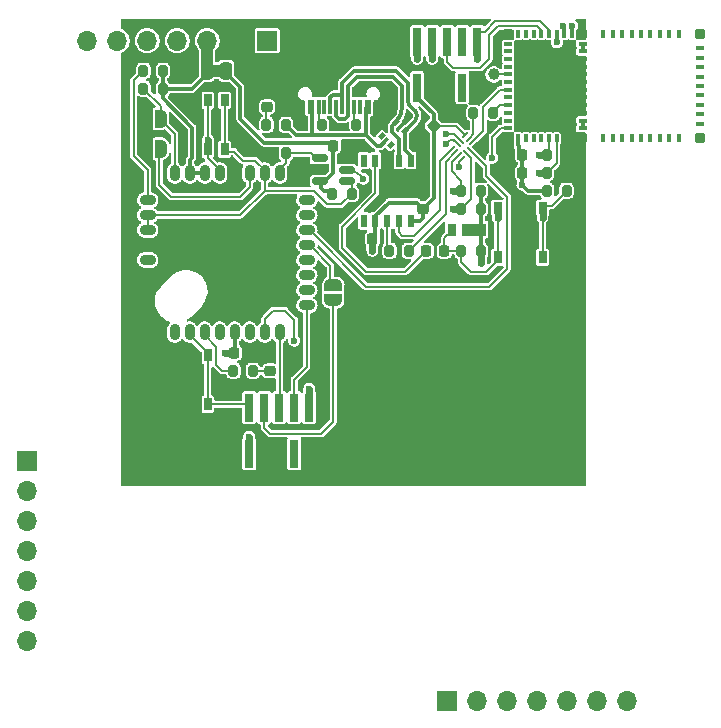
<source format=gtl>
G04 #@! TF.GenerationSoftware,KiCad,Pcbnew,(6.0.9)*
G04 #@! TF.CreationDate,2024-05-06T14:48:15+09:00*
G04 #@! TF.ProjectId,CommunicationBoard,436f6d6d-756e-4696-9361-74696f6e426f,rev?*
G04 #@! TF.SameCoordinates,PX8a48640PY5f5e100*
G04 #@! TF.FileFunction,Copper,L1,Top*
G04 #@! TF.FilePolarity,Positive*
%FSLAX46Y46*%
G04 Gerber Fmt 4.6, Leading zero omitted, Abs format (unit mm)*
G04 Created by KiCad (PCBNEW (6.0.9)) date 2024-05-06 14:48:15*
%MOMM*%
%LPD*%
G01*
G04 APERTURE LIST*
G04 Aperture macros list*
%AMRoundRect*
0 Rectangle with rounded corners*
0 $1 Rounding radius*
0 $2 $3 $4 $5 $6 $7 $8 $9 X,Y pos of 4 corners*
0 Add a 4 corners polygon primitive as box body*
4,1,4,$2,$3,$4,$5,$6,$7,$8,$9,$2,$3,0*
0 Add four circle primitives for the rounded corners*
1,1,$1+$1,$2,$3*
1,1,$1+$1,$4,$5*
1,1,$1+$1,$6,$7*
1,1,$1+$1,$8,$9*
0 Add four rect primitives between the rounded corners*
20,1,$1+$1,$2,$3,$4,$5,0*
20,1,$1+$1,$4,$5,$6,$7,0*
20,1,$1+$1,$6,$7,$8,$9,0*
20,1,$1+$1,$8,$9,$2,$3,0*%
%AMRotRect*
0 Rectangle, with rotation*
0 The origin of the aperture is its center*
0 $1 length*
0 $2 width*
0 $3 Rotation angle, in degrees counterclockwise*
0 Add horizontal line*
21,1,$1,$2,0,0,$3*%
%AMFreePoly0*
4,1,22,0.500000,-0.750000,0.000000,-0.750000,0.000000,-0.745033,-0.079941,-0.743568,-0.215256,-0.701293,-0.333266,-0.622738,-0.424486,-0.514219,-0.481581,-0.384460,-0.499164,-0.250000,-0.500000,-0.250000,-0.500000,0.250000,-0.499164,0.250000,-0.499963,0.256109,-0.478152,0.396186,-0.417904,0.524511,-0.324060,0.630769,-0.204165,0.706417,-0.067858,0.745374,0.000000,0.744959,0.000000,0.750000,
0.500000,0.750000,0.500000,-0.750000,0.500000,-0.750000,$1*%
%AMFreePoly1*
4,1,20,0.000000,0.744959,0.073905,0.744508,0.209726,0.703889,0.328688,0.626782,0.421226,0.519385,0.479903,0.390333,0.500000,0.250000,0.500000,-0.250000,0.499851,-0.262216,0.476331,-0.402017,0.414519,-0.529596,0.319384,-0.634700,0.198574,-0.708877,0.061801,-0.746166,0.000000,-0.745033,0.000000,-0.750000,-0.500000,-0.750000,-0.500000,0.750000,0.000000,0.750000,0.000000,0.744959,
0.000000,0.744959,$1*%
G04 Aperture macros list end*
G04 #@! TA.AperFunction,SMDPad,CuDef*
%ADD10FreePoly0,0.000000*%
G04 #@! TD*
G04 #@! TA.AperFunction,SMDPad,CuDef*
%ADD11FreePoly1,0.000000*%
G04 #@! TD*
G04 #@! TA.AperFunction,SMDPad,CuDef*
%ADD12RoundRect,0.200000X0.200000X0.275000X-0.200000X0.275000X-0.200000X-0.275000X0.200000X-0.275000X0*%
G04 #@! TD*
G04 #@! TA.AperFunction,ComponentPad*
%ADD13R,1.700000X1.700000*%
G04 #@! TD*
G04 #@! TA.AperFunction,ComponentPad*
%ADD14O,1.700000X1.700000*%
G04 #@! TD*
G04 #@! TA.AperFunction,SMDPad,CuDef*
%ADD15RoundRect,0.050000X0.247487X-0.318198X0.318198X-0.247487X-0.247487X0.318198X-0.318198X0.247487X0*%
G04 #@! TD*
G04 #@! TA.AperFunction,SMDPad,CuDef*
%ADD16RoundRect,0.050000X-0.212132X-0.141421X-0.141421X-0.212132X0.212132X0.141421X0.141421X0.212132X0*%
G04 #@! TD*
G04 #@! TA.AperFunction,SMDPad,CuDef*
%ADD17R,0.650000X1.050000*%
G04 #@! TD*
G04 #@! TA.AperFunction,SMDPad,CuDef*
%ADD18RoundRect,0.250000X0.250000X0.475000X-0.250000X0.475000X-0.250000X-0.475000X0.250000X-0.475000X0*%
G04 #@! TD*
G04 #@! TA.AperFunction,SMDPad,CuDef*
%ADD19RoundRect,0.200000X-0.200000X-0.275000X0.200000X-0.275000X0.200000X0.275000X-0.200000X0.275000X0*%
G04 #@! TD*
G04 #@! TA.AperFunction,SMDPad,CuDef*
%ADD20RoundRect,0.225000X0.225000X0.250000X-0.225000X0.250000X-0.225000X-0.250000X0.225000X-0.250000X0*%
G04 #@! TD*
G04 #@! TA.AperFunction,SMDPad,CuDef*
%ADD21RoundRect,0.150000X0.512500X0.150000X-0.512500X0.150000X-0.512500X-0.150000X0.512500X-0.150000X0*%
G04 #@! TD*
G04 #@! TA.AperFunction,SMDPad,CuDef*
%ADD22RoundRect,0.225000X-0.225000X-0.250000X0.225000X-0.250000X0.225000X0.250000X-0.225000X0.250000X0*%
G04 #@! TD*
G04 #@! TA.AperFunction,SMDPad,CuDef*
%ADD23RoundRect,0.250000X-0.250000X-0.475000X0.250000X-0.475000X0.250000X0.475000X-0.250000X0.475000X0*%
G04 #@! TD*
G04 #@! TA.AperFunction,SMDPad,CuDef*
%ADD24RoundRect,0.218750X-0.256250X0.218750X-0.256250X-0.218750X0.256250X-0.218750X0.256250X0.218750X0*%
G04 #@! TD*
G04 #@! TA.AperFunction,SMDPad,CuDef*
%ADD25R,0.740000X2.400000*%
G04 #@! TD*
G04 #@! TA.AperFunction,SMDPad,CuDef*
%ADD26C,1.000000*%
G04 #@! TD*
G04 #@! TA.AperFunction,SMDPad,CuDef*
%ADD27RoundRect,0.225000X-0.017678X0.335876X-0.335876X0.017678X0.017678X-0.335876X0.335876X-0.017678X0*%
G04 #@! TD*
G04 #@! TA.AperFunction,SMDPad,CuDef*
%ADD28RotRect,0.500000X0.375000X225.000000*%
G04 #@! TD*
G04 #@! TA.AperFunction,SMDPad,CuDef*
%ADD29RotRect,0.650000X0.300000X225.000000*%
G04 #@! TD*
G04 #@! TA.AperFunction,SMDPad,CuDef*
%ADD30R,2.000000X1.100000*%
G04 #@! TD*
G04 #@! TA.AperFunction,SMDPad,CuDef*
%ADD31R,0.800000X1.100000*%
G04 #@! TD*
G04 #@! TA.AperFunction,SMDPad,CuDef*
%ADD32RoundRect,0.010500X-0.339500X-0.339500X0.339500X-0.339500X0.339500X0.339500X-0.339500X0.339500X0*%
G04 #@! TD*
G04 #@! TA.AperFunction,SMDPad,CuDef*
%ADD33RoundRect,0.004500X-0.320500X-0.145500X0.320500X-0.145500X0.320500X0.145500X-0.320500X0.145500X0*%
G04 #@! TD*
G04 #@! TA.AperFunction,SMDPad,CuDef*
%ADD34RoundRect,0.004500X0.145500X-0.320500X0.145500X0.320500X-0.145500X0.320500X-0.145500X-0.320500X0*%
G04 #@! TD*
G04 #@! TA.AperFunction,SMDPad,CuDef*
%ADD35RoundRect,0.010500X0.339500X0.339500X-0.339500X0.339500X-0.339500X-0.339500X0.339500X-0.339500X0*%
G04 #@! TD*
G04 #@! TA.AperFunction,SMDPad,CuDef*
%ADD36RoundRect,0.004500X-0.145500X0.320500X-0.145500X-0.320500X0.145500X-0.320500X0.145500X0.320500X0*%
G04 #@! TD*
G04 #@! TA.AperFunction,SMDPad,CuDef*
%ADD37RoundRect,0.004500X0.320500X0.145500X-0.320500X0.145500X-0.320500X-0.145500X0.320500X-0.145500X0*%
G04 #@! TD*
G04 #@! TA.AperFunction,SMDPad,CuDef*
%ADD38RoundRect,0.012000X-0.413000X-0.388000X0.413000X-0.388000X0.413000X0.388000X-0.413000X0.388000X0*%
G04 #@! TD*
G04 #@! TA.AperFunction,SMDPad,CuDef*
%ADD39RoundRect,0.225000X0.250000X-0.225000X0.250000X0.225000X-0.250000X0.225000X-0.250000X-0.225000X0*%
G04 #@! TD*
G04 #@! TA.AperFunction,SMDPad,CuDef*
%ADD40FreePoly0,90.000000*%
G04 #@! TD*
G04 #@! TA.AperFunction,SMDPad,CuDef*
%ADD41FreePoly1,90.000000*%
G04 #@! TD*
G04 #@! TA.AperFunction,SMDPad,CuDef*
%ADD42R,0.510000X1.100000*%
G04 #@! TD*
G04 #@! TA.AperFunction,SMDPad,CuDef*
%ADD43R,0.600000X1.160000*%
G04 #@! TD*
G04 #@! TA.AperFunction,SMDPad,CuDef*
%ADD44R,0.300000X1.160000*%
G04 #@! TD*
G04 #@! TA.AperFunction,ComponentPad*
%ADD45O,1.000000X1.800000*%
G04 #@! TD*
G04 #@! TA.AperFunction,ComponentPad*
%ADD46O,1.000000X2.100000*%
G04 #@! TD*
G04 #@! TA.AperFunction,SMDPad,CuDef*
%ADD47O,0.900000X1.400000*%
G04 #@! TD*
G04 #@! TA.AperFunction,SMDPad,CuDef*
%ADD48O,1.400000X0.900000*%
G04 #@! TD*
G04 #@! TA.AperFunction,SMDPad,CuDef*
%ADD49O,1.200000X0.900000*%
G04 #@! TD*
G04 #@! TA.AperFunction,ViaPad*
%ADD50C,0.600000*%
G04 #@! TD*
G04 #@! TA.AperFunction,Conductor*
%ADD51C,0.300000*%
G04 #@! TD*
G04 #@! TA.AperFunction,Conductor*
%ADD52C,0.200000*%
G04 #@! TD*
G04 #@! TA.AperFunction,Conductor*
%ADD53C,0.600000*%
G04 #@! TD*
G04 #@! TA.AperFunction,Conductor*
%ADD54C,1.000000*%
G04 #@! TD*
G04 APERTURE END LIST*
D10*
X-17922000Y21336000D03*
D11*
X-16622000Y21336000D03*
D12*
X-2985000Y20828000D03*
X-4635000Y20828000D03*
D13*
X-27940000Y-7620000D03*
D14*
X-27940000Y-10160000D03*
X-27940000Y-12700000D03*
X-27940000Y-15240000D03*
X-27940000Y-17780000D03*
X-27940000Y-20320000D03*
X-27940000Y-22860000D03*
D15*
X8698802Y19524041D03*
X8415959Y19241198D03*
D16*
X8027051Y18781579D03*
X8309893Y18498736D03*
X8592736Y18215893D03*
X8875579Y17933051D03*
D15*
X9335198Y18321959D03*
X9618041Y18604802D03*
D16*
X10006949Y19064421D03*
X9724107Y19347264D03*
X9441264Y19630107D03*
X9158421Y19912949D03*
D17*
X11879000Y9609000D03*
X11879000Y13759000D03*
X14029000Y9609000D03*
X14029000Y13734000D03*
D18*
X-12700000Y25400000D03*
X-14600000Y25400000D03*
D19*
X16075000Y16764000D03*
X17725000Y16764000D03*
D20*
X-482000Y19050000D03*
X-2032000Y19050000D03*
D12*
X-16447000Y23876000D03*
X-18097000Y23876000D03*
D17*
X-11235000Y22903000D03*
X-11235000Y18753000D03*
X-9085000Y18753000D03*
X-9085000Y22878000D03*
D20*
X13983000Y18288000D03*
X12433000Y18288000D03*
D21*
X-894500Y16068000D03*
X-894500Y17018000D03*
X-894500Y17968000D03*
X-3169500Y17968000D03*
X-3169500Y16068000D03*
D17*
X-12641000Y22903000D03*
X-12641000Y18753000D03*
X-14791000Y22903000D03*
X-14791000Y18778000D03*
D20*
X13983000Y16764000D03*
X12433000Y16764000D03*
D22*
X5829000Y10160000D03*
X7379000Y10160000D03*
D17*
X15689000Y13759000D03*
X15689000Y9609000D03*
X17839000Y9609000D03*
X17839000Y13734000D03*
D23*
X-11110000Y25400000D03*
X-9210000Y25400000D03*
D19*
X2731000Y10160000D03*
X4381000Y10160000D03*
D24*
X-7366000Y1549500D03*
X-7366000Y-25500D03*
D25*
X5080000Y23958000D03*
X5080000Y27858000D03*
X6350000Y23958000D03*
X6350000Y27858000D03*
X7620000Y23958000D03*
X7620000Y27858000D03*
X8890000Y23958000D03*
X8890000Y27858000D03*
X10160000Y23958000D03*
X10160000Y27858000D03*
D26*
X11557000Y25075000D03*
D27*
X7573016Y21797016D03*
X6477000Y20701000D03*
D28*
X4029111Y20286971D03*
D29*
X3702074Y20720074D03*
D28*
X3268971Y21047111D03*
X2066889Y19845029D03*
D29*
X2393926Y19411926D03*
D28*
X2827029Y19084889D03*
D20*
X-8877000Y1524000D03*
X-10427000Y1524000D03*
D30*
X9906000Y11938000D03*
D31*
X8006000Y11938000D03*
D12*
X-6033000Y20828000D03*
X-7683000Y20828000D03*
X10477000Y13716000D03*
X8827000Y13716000D03*
D19*
X9843000Y21844000D03*
X11493000Y21844000D03*
X-10477000Y0D03*
X-8827000Y0D03*
D32*
X12800000Y28500000D03*
D33*
X12775000Y27675000D03*
X12775000Y27025000D03*
X12775000Y26375000D03*
X12775000Y25725000D03*
X12775000Y25075000D03*
X12775000Y24425000D03*
X12775000Y23775000D03*
X12775000Y23125000D03*
X12775000Y22475000D03*
X12775000Y21825000D03*
X12775000Y21175000D03*
X12775000Y20525000D03*
D32*
X12800000Y19700000D03*
D34*
X13650000Y19675000D03*
X14300000Y19675000D03*
X14950000Y19675000D03*
X15600000Y19675000D03*
X16250000Y19675000D03*
X16900000Y19675000D03*
X17550000Y19675000D03*
X18200000Y19675000D03*
D35*
X19050000Y19700000D03*
D33*
X19075000Y20525000D03*
X19075000Y21175000D03*
X19075000Y21825000D03*
X19075000Y22475000D03*
X19075000Y23125000D03*
X19075000Y23775000D03*
X19075000Y24425000D03*
X19075000Y25075000D03*
X19075000Y25725000D03*
X19075000Y26375000D03*
X19075000Y27025000D03*
X19075000Y27675000D03*
D35*
X19050000Y28500000D03*
D34*
X18200000Y28525000D03*
X17550000Y28525000D03*
X16900000Y28525000D03*
X16250000Y28525000D03*
X15600000Y28525000D03*
X14950000Y28525000D03*
X14300000Y28525000D03*
X13650000Y28525000D03*
X20825000Y19675000D03*
X21625000Y19675000D03*
X22425000Y19675000D03*
X23225000Y19675000D03*
X24025000Y19675000D03*
X24825000Y19675000D03*
X25625000Y19675000D03*
X26425000Y19675000D03*
D36*
X27225000Y19675000D03*
D35*
X29000000Y19700000D03*
D37*
X29030000Y20900000D03*
X29030000Y21700000D03*
X29030000Y22500000D03*
X29030000Y23300000D03*
X29030000Y24100000D03*
X29030000Y24900000D03*
X29030000Y25700000D03*
X29030000Y26500000D03*
D33*
X29030000Y27300000D03*
D32*
X29000000Y28500000D03*
D36*
X27225000Y28525000D03*
X26425000Y28525000D03*
X25625000Y28525000D03*
X24825000Y28525000D03*
X24025000Y28525000D03*
X23225000Y28525000D03*
X22425000Y28525000D03*
X21625000Y28525000D03*
D34*
X20825000Y28525000D03*
D38*
X14180000Y22275000D03*
X14180000Y25025000D03*
X17675000Y25025000D03*
X16725000Y25025000D03*
X15130000Y23175000D03*
X16725000Y26825000D03*
X14180000Y23175000D03*
X15130000Y26825000D03*
X16725000Y23175000D03*
X17675000Y22275000D03*
X17675000Y26825000D03*
X17675000Y21375000D03*
X15130000Y21375000D03*
X16725000Y21375000D03*
X16725000Y22275000D03*
X14180000Y25925000D03*
X15130000Y25025000D03*
X16725000Y25925000D03*
X14180000Y21375000D03*
X17675000Y25925000D03*
X15130000Y22275000D03*
X14180000Y26825000D03*
X15130000Y25925000D03*
X17675000Y23175000D03*
D19*
X16075000Y15240000D03*
X17725000Y15240000D03*
D10*
X-17922000Y18796000D03*
D11*
X-16622000Y18796000D03*
D25*
X-9144000Y-7030000D03*
X-9144000Y-3130000D03*
X-7874000Y-7030000D03*
X-7874000Y-3130000D03*
X-6604000Y-7030000D03*
X-6604000Y-3130000D03*
X-5334000Y-7030000D03*
X-5334000Y-3130000D03*
X-4064000Y-7030000D03*
X-4064000Y-3130000D03*
D12*
X10477000Y10160000D03*
X8827000Y10160000D03*
D19*
X-2095000Y14986000D03*
X-445000Y14986000D03*
D13*
X7620000Y-27940000D03*
D14*
X10160000Y-27940000D03*
X12700000Y-27940000D03*
X15240000Y-27940000D03*
X17780000Y-27940000D03*
X20320000Y-27940000D03*
X22860000Y-27940000D03*
D12*
X10477000Y15240000D03*
X8827000Y15240000D03*
D39*
X5588000Y13703000D03*
X5588000Y15253000D03*
D12*
X-16447000Y25400000D03*
X-18097000Y25400000D03*
D17*
X-12641000Y-2837000D03*
X-12641000Y1313000D03*
X-14791000Y1313000D03*
X-14791000Y-2812000D03*
D40*
X-2032000Y5954000D03*
D41*
X-2032000Y7254000D03*
D19*
X16075000Y18288000D03*
X17725000Y18288000D03*
D24*
X-7620000Y23901500D03*
X-7620000Y22326500D03*
D42*
X4540000Y17790000D03*
X3540000Y17790000D03*
X2540000Y17790000D03*
X1540000Y17790000D03*
X540000Y17790000D03*
X540000Y12690000D03*
X1540000Y12690000D03*
X2540000Y12690000D03*
X3540000Y12690000D03*
X4540000Y12690000D03*
D12*
X-6033000Y18415000D03*
X-7683000Y18415000D03*
D43*
X1676000Y22357000D03*
X876000Y22357000D03*
D44*
X-274000Y22357000D03*
X-1274000Y22357000D03*
X-1774000Y22357000D03*
X-2774000Y22357000D03*
D43*
X-3924000Y22357000D03*
X-4724000Y22357000D03*
X-4724000Y22357000D03*
X-3924000Y22357000D03*
D44*
X-3274000Y22357000D03*
X-2274000Y22357000D03*
X-774000Y22357000D03*
X226000Y22357000D03*
D43*
X876000Y22357000D03*
X1676000Y22357000D03*
D45*
X2796000Y27102000D03*
D46*
X-5844000Y22922000D03*
X2796000Y22922000D03*
D45*
X-5844000Y27102000D03*
D20*
X1283000Y11176000D03*
X-267000Y11176000D03*
D47*
X-15445000Y3265000D03*
X-14175000Y3265000D03*
X-12905000Y3265000D03*
X-11635000Y3265000D03*
X-10365000Y3265000D03*
X-9095000Y3265000D03*
X-7825000Y3265000D03*
X-6555000Y3265000D03*
D48*
X-4265000Y5555000D03*
X-4265000Y6825000D03*
X-4265000Y8095000D03*
X-4265000Y9365000D03*
X-4265000Y10635000D03*
X-4265000Y11905000D03*
X-4265000Y13175000D03*
X-4265000Y14445000D03*
D47*
X-6555000Y16735000D03*
X-7825000Y16735000D03*
X-9095000Y16735000D03*
X-10365000Y16735000D03*
X-11635000Y16735000D03*
X-12905000Y16735000D03*
X-14175000Y16735000D03*
X-15445000Y16735000D03*
D48*
X-17735000Y14445000D03*
X-17735000Y13175000D03*
X-17735000Y11905000D03*
X-17735000Y10635000D03*
X-17735000Y9365000D03*
X-17735000Y8095000D03*
D49*
X-17835000Y6825000D03*
X-17835000Y5555000D03*
D19*
X-63000Y20828000D03*
X1587000Y20828000D03*
D13*
X-7620000Y27940000D03*
D14*
X-10160000Y27940000D03*
X-12700000Y27940000D03*
X-15240000Y27940000D03*
X-17780000Y27940000D03*
X-20320000Y27940000D03*
X-22860000Y27940000D03*
D50*
X10795000Y19431000D03*
X19050000Y11430000D03*
X-10668000Y17653000D03*
X-19050000Y29210000D03*
X-2032000Y11176000D03*
X1270000Y-8890000D03*
X19050000Y19050000D03*
X-11430000Y-3810000D03*
X-7620000Y25400000D03*
X13970000Y-3810000D03*
X5765800Y21437600D03*
X1270000Y29210000D03*
X1905000Y14478000D03*
X3810000Y-8890000D03*
X13970000Y1270000D03*
X18000000Y24100000D03*
X11811000Y26416000D03*
X19050000Y-3810000D03*
X13850000Y24100000D03*
X16510000Y-8890000D03*
X3810000Y29210000D03*
X3810000Y1270000D03*
X11430000Y20828000D03*
X6350000Y-8890000D03*
X3810000Y-3810000D03*
X-14000000Y10000000D03*
X5080000Y6350000D03*
X-14808200Y15494000D03*
X-16000000Y14000000D03*
X-8636000Y22352000D03*
X-10414000Y15494000D03*
X254000Y26162000D03*
X-11000000Y10000000D03*
X15925000Y21800000D03*
X-19685000Y1270000D03*
X10287000Y16764000D03*
X-19685000Y-3810000D03*
X-8128000Y1778000D03*
X-254000Y11938000D03*
X508000Y19050000D03*
X19050000Y-8890000D03*
X19050000Y29210000D03*
X-14986000Y26416000D03*
X8890000Y-8890000D03*
X6350000Y25400000D03*
X13462000Y13970000D03*
X-1905000Y20701000D03*
X-1270000Y-8890000D03*
X19050000Y8890000D03*
X-19685000Y16510000D03*
X-13716000Y22860000D03*
X-12573000Y24003000D03*
X-13970000Y-1270000D03*
X-3048000Y1270000D03*
X-14732000Y19558000D03*
X4826000Y19050000D03*
X10922000Y7747000D03*
X19050000Y3810000D03*
X12446000Y17526000D03*
X19050000Y16510000D03*
X6985000Y8636000D03*
X-19685000Y8890000D03*
X-7620000Y-1270000D03*
X-6350000Y-8890000D03*
X-17272000Y26416000D03*
X8890000Y-3810000D03*
X18034000Y19050000D03*
X5207000Y8636000D03*
X-11000000Y14000000D03*
X-19685000Y-6350000D03*
X-5334000Y16764000D03*
X-16510000Y-3810000D03*
X2286000Y21082000D03*
X-8382000Y26162000D03*
X11430000Y-8890000D03*
X11252200Y10947400D03*
X13462000Y8890000D03*
X-7620000Y26162000D03*
X-16510000Y-8890000D03*
X15925000Y24100000D03*
X13462000Y12192000D03*
X19050000Y-1270000D03*
X12446000Y16002000D03*
X-7620000Y24638000D03*
X-19685000Y11430000D03*
X-3810000Y29210000D03*
X-8382000Y24638000D03*
X15925000Y26400000D03*
X-13970000Y-8890000D03*
X-3810000Y-8890000D03*
X-1524000Y8382000D03*
X4368800Y21590000D03*
X-254000Y10414000D03*
X13970000Y-8890000D03*
X-15494000Y24638000D03*
X-6000000Y6000000D03*
X19050000Y13970000D03*
X19050000Y-6350000D03*
X-19685000Y24130000D03*
X-1270000Y29210000D03*
X-9652000Y18796000D03*
X-5588000Y508000D03*
X254000Y24130000D03*
X-16510000Y1270000D03*
X8890000Y1270000D03*
X16510000Y12192000D03*
X-8128000Y1016000D03*
X-13970000Y29210000D03*
X12065000Y19431000D03*
X10922000Y23876000D03*
X2540000Y16256000D03*
X-19685000Y13970000D03*
X-17780000Y22606000D03*
X-19685000Y21590000D03*
X4064000Y25908000D03*
X-11000000Y5000000D03*
X10922000Y6350000D03*
X-17780000Y20066000D03*
X-2032000Y12954000D03*
X-3048000Y8636000D03*
X11684000Y14859000D03*
X-19685000Y-1270000D03*
X-19685000Y3810000D03*
X11938000Y28194000D03*
X-8890000Y-8890000D03*
X3556000Y9144000D03*
X19050000Y1270000D03*
X635000Y15113000D03*
X-8382000Y25400000D03*
X-11430000Y-1270000D03*
X-1016000Y1270000D03*
X-3048000Y3556000D03*
X4826000Y20066000D03*
X5588000Y16256000D03*
X-1016000Y-3810000D03*
X-11938000Y21082000D03*
X8636000Y21844000D03*
X-19685000Y-8890000D03*
X-1016000Y3556000D03*
X-2032000Y24130000D03*
X-19685000Y19050000D03*
X19050000Y6350000D03*
X2540000Y6350000D03*
X-19685000Y6350000D03*
X-6000000Y10000000D03*
X6604000Y11176000D03*
X1143000Y7747000D03*
X-6000000Y14000000D03*
X-11430000Y-8890000D03*
X-16510000Y29210000D03*
X-3048000Y-3810000D03*
X13983000Y15748000D03*
X10477000Y9144000D03*
X-11176000Y1524000D03*
X1283000Y10160000D03*
X-9144000Y-5588000D03*
X10160000Y26416000D03*
X11879000Y12954000D03*
X5080000Y26416000D03*
X17399000Y29210000D03*
X18200000Y29210000D03*
X6350000Y26416000D03*
X8636000Y17272000D03*
X8128000Y13716000D03*
X7493000Y20066000D03*
X15376000Y18288000D03*
X15376000Y16764000D03*
X7493000Y19177000D03*
X508000Y16256000D03*
X8128000Y15240000D03*
X15689000Y12954000D03*
X16900000Y27813000D03*
X-12641000Y19558000D03*
X-4064000Y-1524000D03*
X11430000Y18034000D03*
X-5334000Y2540000D03*
D51*
X-12700000Y25146000D02*
X-12700000Y25400000D01*
X-14175000Y17829000D02*
X-13970000Y18034000D01*
X13650000Y19675000D02*
X13650000Y19091933D01*
X5588000Y13703000D02*
X5588000Y12954000D01*
X-14175000Y16735000D02*
X-14175000Y17829000D01*
X13983000Y16764000D02*
X13983000Y15748000D01*
X-3048000Y15494000D02*
X-3048000Y15946500D01*
X10477000Y11176000D02*
X10477000Y11938000D01*
X-2095000Y14986000D02*
X-2095000Y15240000D01*
D52*
X8370370Y20701000D02*
X9158421Y19912949D01*
D51*
X14491000Y15240000D02*
X13983000Y15748000D01*
X6477000Y21717000D02*
X6477000Y20701000D01*
X-16447000Y23051000D02*
X-16447000Y23876000D01*
X-16447000Y23876000D02*
X-16447000Y25400000D01*
X-2095000Y15240000D02*
X-2794000Y15240000D01*
X-2645210Y19304000D02*
X-7874000Y19304000D01*
X5080000Y23114000D02*
X6477000Y21717000D01*
D52*
X6477000Y20701000D02*
X8370370Y20701000D01*
D51*
X-9906000Y24003000D02*
X-11110000Y25207000D01*
X-7874000Y19304000D02*
X-9906000Y21336000D01*
D53*
X-10427000Y1524000D02*
X-11176000Y1524000D01*
D51*
X1540000Y13097000D02*
X1540000Y12690000D01*
X16075000Y15240000D02*
X14491000Y15240000D01*
X1540000Y11433000D02*
X1283000Y11176000D01*
X10477000Y11938000D02*
X9906000Y11938000D01*
X-10365000Y1586000D02*
X-10427000Y1524000D01*
X5080000Y23958000D02*
X5080000Y23114000D01*
X-3048000Y15946500D02*
X-3169500Y16068000D01*
X-13970000Y18034000D02*
X-13970000Y20574000D01*
D54*
X-12700000Y27940000D02*
X-12700000Y25400000D01*
D51*
X10477000Y10160000D02*
X10477000Y11176000D01*
X5588000Y13703000D02*
X5067000Y14224000D01*
D53*
X10477000Y10160000D02*
X10477000Y9144000D01*
D51*
X-9906000Y21336000D02*
X-9906000Y24003000D01*
X5588000Y12954000D02*
X5324000Y12690000D01*
X-11110000Y25207000D02*
X-11110000Y25400000D01*
X5324000Y12690000D02*
X4540000Y12690000D01*
X-2032000Y16764000D02*
X-2032000Y19050000D01*
X-2794000Y15240000D02*
X-3048000Y15494000D01*
X1540000Y12690000D02*
X1540000Y11433000D01*
X-10365000Y3265000D02*
X-10365000Y1586000D01*
X10477000Y13716000D02*
X10477000Y11938000D01*
X2667000Y14224000D02*
X1540000Y13097000D01*
D53*
X1283000Y11176000D02*
X1283000Y10160000D01*
D51*
X-13970000Y23876000D02*
X-12700000Y25146000D01*
D54*
X-12700000Y25400000D02*
X-11110000Y25400000D01*
D51*
X-14175000Y16735000D02*
X-12905000Y16735000D01*
X-3169500Y16068000D02*
X-2728000Y16068000D01*
X6477000Y14592000D02*
X5588000Y13703000D01*
X13983000Y18288000D02*
X13983000Y16764000D01*
X-13970000Y20574000D02*
X-16447000Y23051000D01*
X-2728000Y16068000D02*
X-2032000Y16764000D01*
X10477000Y15240000D02*
X10477000Y13716000D01*
D53*
X-9144000Y-7030000D02*
X-9144000Y-5588000D01*
D51*
X6477000Y20701000D02*
X6477000Y14592000D01*
X5067000Y14224000D02*
X2667000Y14224000D01*
X-16447000Y23876000D02*
X-13970000Y23876000D01*
X13982990Y18287990D02*
G75*
G02*
X13650000Y19091933I803910J803910D01*
G01*
X-2645210Y19303995D02*
G75*
G02*
X-2032001Y19049999I10J-867195D01*
G01*
D52*
X-1270000Y12192000D02*
X-1270000Y10414000D01*
X1540000Y17790000D02*
X1540000Y15002000D01*
X762000Y8382000D02*
X4051000Y8382000D01*
X1540000Y15002000D02*
X-1270000Y12192000D01*
X-1270000Y10414000D02*
X762000Y8382000D01*
X4051000Y8382000D02*
X5829000Y10160000D01*
X15494000Y29565600D02*
X11658600Y29565600D01*
X7379000Y10160000D02*
X7379000Y11189000D01*
X8827000Y9207000D02*
X9652000Y8382000D01*
X10160000Y28702000D02*
X10160000Y27858000D01*
X11879000Y9339000D02*
X11879000Y9609000D01*
X11879000Y9609000D02*
X11879000Y12954000D01*
X7379000Y11189000D02*
X8006000Y11816000D01*
X10795000Y28702000D02*
X10160000Y28702000D01*
X8827000Y10160000D02*
X8827000Y9207000D01*
X16250000Y28809600D02*
X15494000Y29565600D01*
X11658600Y29565600D02*
X10795000Y28702000D01*
D53*
X10160000Y27858000D02*
X10160000Y26416000D01*
D52*
X16250000Y28525000D02*
X16250000Y28809600D01*
X8006000Y11816000D02*
X8006000Y11938000D01*
X8827000Y10160000D02*
X7379000Y10160000D01*
D53*
X11879000Y13759000D02*
X11879000Y12954000D01*
D52*
X9652000Y8382000D02*
X10922000Y8382000D01*
X10922000Y8382000D02*
X11879000Y9339000D01*
X-7683000Y20828000D02*
X-7683000Y22263500D01*
X-7683000Y22263500D02*
X-7620000Y22326500D01*
D53*
X5080000Y27858000D02*
X5080000Y26416000D01*
D51*
X17550000Y28525000D02*
X17550000Y28845454D01*
X17399014Y29210014D02*
G75*
G02*
X17550000Y28845454I-364514J-364514D01*
G01*
D53*
X6350000Y27858000D02*
X6350000Y26416000D01*
D51*
X18200000Y28525000D02*
X18200000Y29210000D01*
D52*
X11176000Y28448000D02*
X11887200Y29159200D01*
X11176000Y26416000D02*
X11176000Y28448000D01*
X7620000Y26162000D02*
X8128000Y25654000D01*
X10414000Y25654000D02*
X11176000Y26416000D01*
X7620000Y27858000D02*
X7620000Y26162000D01*
X15600000Y28799200D02*
X15600000Y28525000D01*
X11887200Y29159200D02*
X15240000Y29159200D01*
X15240000Y29159200D02*
X15600000Y28799200D01*
X8128000Y25654000D02*
X10414000Y25654000D01*
X8636000Y17526000D02*
X8636000Y17272000D01*
X8875579Y17933051D02*
X8636000Y17693472D01*
X8636000Y17693472D02*
X8636000Y17526000D01*
X8827000Y13716000D02*
X9652000Y14541000D01*
D53*
X8827000Y13716000D02*
X8128000Y13716000D01*
D52*
X9652000Y14541000D02*
X9652000Y18005157D01*
X9652000Y18005157D02*
X9335198Y18321959D01*
D51*
X762000Y19939000D02*
X-3810000Y19939000D01*
X1651000Y19050000D02*
X762000Y19939000D01*
X2393926Y19411926D02*
X2032000Y19050000D01*
X2032000Y19050000D02*
X1651000Y19050000D01*
X-3810000Y19939000D02*
X-3810000Y22357000D01*
X-5144000Y19939000D02*
X-6033000Y20828000D01*
X762000Y22243000D02*
X876000Y22357000D01*
X762000Y19939000D02*
X762000Y22243000D01*
X-3810000Y22357000D02*
X-3924000Y22357000D01*
X-3810000Y19939000D02*
X-5144000Y19939000D01*
D52*
X-274000Y22357000D02*
X-274000Y21039000D01*
X-274000Y21039000D02*
X-63000Y20828000D01*
D51*
X-1274000Y24380000D02*
X-1274000Y22357000D01*
X-2274000Y23126000D02*
X-2032000Y23368000D01*
X-2274000Y22357000D02*
X-2274000Y23126000D01*
X4318000Y22733000D02*
X4318000Y24384000D01*
X-2032000Y23368000D02*
X-1274000Y23368000D01*
X4029111Y20286971D02*
X4901710Y21159570D01*
X3302000Y25400000D02*
X-254000Y25400000D01*
X4540000Y18193000D02*
X4064000Y18669000D01*
X-254000Y25400000D02*
X-1274000Y24380000D01*
X4900394Y22023606D02*
X4407803Y22516197D01*
X4064000Y18669000D02*
X4064000Y20252082D01*
X4318000Y24384000D02*
X3302000Y25400000D01*
X4064000Y20252082D02*
X4029111Y20286971D01*
X4540000Y17790000D02*
X4540000Y18193000D01*
X4317999Y22733000D02*
G75*
G03*
X4407803Y22516197I306601J0D01*
G01*
X4900392Y22023604D02*
G75*
G02*
X5080000Y21590000I-433592J-433604D01*
G01*
X5080005Y21590000D02*
G75*
G02*
X4901709Y21159571I-608705J0D01*
G01*
X3540000Y19574000D02*
X2921000Y20193000D01*
X-1524000Y21336000D02*
X-1016000Y21336000D01*
X2921000Y20699140D02*
X3268971Y21047111D01*
X3810000Y24130000D02*
X3810000Y22353270D01*
X-774000Y21578000D02*
X-1016000Y21336000D01*
X3048000Y24892000D02*
X3810000Y24130000D01*
X2921000Y20193000D02*
X2921000Y20699140D01*
X-774000Y22357000D02*
X-774000Y24118000D01*
X-774000Y22357000D02*
X-774000Y21578000D01*
X3540000Y17790000D02*
X3540000Y19574000D01*
X-1774000Y21586000D02*
X-1524000Y21336000D01*
X-1774000Y22357000D02*
X-1774000Y21586000D01*
X-774000Y24118000D02*
X0Y24892000D01*
X0Y24892000D02*
X3048000Y24892000D01*
X3268959Y21047123D02*
G75*
G03*
X3810000Y22353270I-1306159J1306177D01*
G01*
D52*
X-3274000Y22357000D02*
X-3274000Y21525707D01*
X-2985002Y20827998D02*
G75*
G02*
X-3274000Y21525707I697702J697702D01*
G01*
X16250000Y19675000D02*
X16250000Y18463000D01*
D53*
X16075000Y18288000D02*
X15376000Y18288000D01*
D52*
X8698802Y19524041D02*
X8156843Y20066000D01*
X7874000Y20066000D02*
X7493000Y20066000D01*
X8156843Y20066000D02*
X7874000Y20066000D01*
X16250000Y18463000D02*
X16075000Y18288000D01*
X8415959Y19241198D02*
X8099157Y19558000D01*
X16900000Y17589000D02*
X16075000Y16764000D01*
X7874000Y19558000D02*
X7493000Y19177000D01*
X16900000Y19675000D02*
X16900000Y17589000D01*
X8099157Y19558000D02*
X7874000Y19558000D01*
D53*
X16075000Y16764000D02*
X15376000Y16764000D01*
D52*
X9843000Y20031843D02*
X9441264Y19630107D01*
X9843000Y21844000D02*
X9843000Y20031843D01*
X12775000Y22475000D02*
X12124000Y22475000D01*
X12124000Y22475000D02*
X11493000Y21844000D01*
X2540000Y12690000D02*
X2540000Y10351000D01*
X2540000Y10351000D02*
X2731000Y10160000D01*
X7493000Y13272000D02*
X7493000Y17681843D01*
X4381000Y10160000D02*
X7493000Y13272000D01*
X7493000Y17681843D02*
X8309893Y18498736D01*
X4826000Y11430000D02*
X6985000Y13589000D01*
X3810000Y11430000D02*
X4826000Y11430000D01*
X3540000Y12690000D02*
X3540000Y11700000D01*
X3540000Y11700000D02*
X3810000Y11430000D01*
X6985000Y17739528D02*
X8027051Y18781579D01*
X6985000Y13589000D02*
X6985000Y17739528D01*
X8592736Y18215893D02*
X8001000Y17624157D01*
D53*
X8827000Y15240000D02*
X8128000Y15240000D01*
D52*
X8001000Y16891000D02*
X8827000Y16065000D01*
X8827000Y16065000D02*
X8827000Y15240000D01*
X508000Y16256000D02*
X198902Y16565098D01*
X8001000Y17624157D02*
X8001000Y16891000D01*
X-894500Y17018001D02*
G75*
G02*
X198902Y16565098I0J-1546301D01*
G01*
X12091000Y23775000D02*
X10668000Y22352000D01*
X12775000Y23775000D02*
X12091000Y23775000D01*
X10668000Y20291157D02*
X9724107Y19347264D01*
X10668000Y22352000D02*
X10668000Y20291157D01*
X15689000Y13970000D02*
X15689000Y13759000D01*
X15689000Y9609000D02*
X15689000Y12954000D01*
D51*
X16900000Y28525000D02*
X16900000Y27813000D01*
D53*
X15689000Y13759000D02*
X15689000Y12954000D01*
D52*
X17725000Y15240000D02*
X16455000Y13970000D01*
X16455000Y13970000D02*
X15689000Y13970000D01*
X12775000Y25075000D02*
X11557000Y25075000D01*
X-2032000Y-4318000D02*
X-2032000Y5954000D01*
X-7874000Y-3130000D02*
X-7874000Y-4826000D01*
X-7366000Y-5334000D02*
X-3048000Y-5334000D01*
X-7874000Y-4826000D02*
X-7366000Y-5334000D01*
X-3048000Y-5334000D02*
X-2032000Y-4318000D01*
D51*
X19075000Y21175000D02*
X19075000Y20525000D01*
X19075000Y27675000D02*
X19075000Y27025000D01*
D52*
X-4265000Y11905000D02*
X-4031000Y11905000D01*
X11176000Y7112000D02*
X12700000Y8636000D01*
X-4031000Y11905000D02*
X762000Y7112000D01*
X762000Y7112000D02*
X11176000Y7112000D01*
X10922000Y17300843D02*
X9618041Y18604802D01*
X10922000Y16510000D02*
X10922000Y17300843D01*
X12700000Y8636000D02*
X12700000Y14732000D01*
X12700000Y14732000D02*
X10922000Y16510000D01*
X-8801500Y-25500D02*
X-8827000Y0D01*
X-7366000Y-25500D02*
X-8801500Y-25500D01*
X-11430000Y0D02*
X-11938000Y508000D01*
X-11938000Y2032000D02*
X-12905000Y2999000D01*
X-10477000Y0D02*
X-11430000Y0D01*
X-12905000Y2999000D02*
X-12905000Y3265000D01*
X-11938000Y508000D02*
X-11938000Y2032000D01*
X-7825000Y16735000D02*
X-7825000Y16969000D01*
X-7825000Y15240000D02*
X-3683000Y15240000D01*
X-9652000Y17780000D02*
X-10414000Y18542000D01*
X-17735000Y13175000D02*
X-9890000Y13175000D01*
X-3683000Y15240000D02*
X-2540000Y14097000D01*
X-1334000Y14097000D02*
X-445000Y14986000D01*
X-445000Y16068000D02*
X-445000Y14986000D01*
X-9890000Y13175000D02*
X-7825000Y15240000D01*
X-7825000Y15240000D02*
X-7825000Y16735000D01*
X-11235000Y22903000D02*
X-11235000Y18753000D01*
X-17735000Y13175000D02*
X-17735000Y11905000D01*
X-10414000Y18542000D02*
X-11024000Y18542000D01*
X-11024000Y18542000D02*
X-11235000Y18753000D01*
X-8636000Y17780000D02*
X-9652000Y17780000D01*
X-894500Y16068000D02*
X-445000Y16068000D01*
X-7825000Y16969000D02*
X-8636000Y17780000D01*
X-2540000Y14097000D02*
X-1334000Y14097000D01*
D53*
X-12641000Y18753000D02*
X-12641000Y19558000D01*
D52*
X-11635000Y16969000D02*
X-12641000Y17975000D01*
X-11635000Y16735000D02*
X-11635000Y16969000D01*
X-12641000Y17975000D02*
X-12641000Y18753000D01*
D53*
X-4064000Y-3130000D02*
X-4064000Y-1524000D01*
D52*
X-12641000Y19558000D02*
X-12641000Y22903000D01*
X-12641000Y1313000D02*
X-12641000Y-2837000D01*
X-14175000Y2999000D02*
X-12641000Y1465000D01*
X-12641000Y1465000D02*
X-12641000Y1313000D01*
X-12641000Y-2837000D02*
X-9437000Y-2837000D01*
X-14175000Y3265000D02*
X-14175000Y2999000D01*
X-9437000Y-2837000D02*
X-9144000Y-3130000D01*
X-6555000Y-3130000D02*
X-6555000Y3265000D01*
X-6604000Y-3130000D02*
X-6555000Y-3130000D01*
X-5334000Y-762000D02*
X-4265000Y307000D01*
X-4265000Y307000D02*
X-4265000Y5555000D01*
X-5334000Y-3130000D02*
X-5334000Y-762000D01*
X-7825000Y4367000D02*
X-7112000Y5080000D01*
X12775000Y20525000D02*
X12143000Y20525000D01*
X-5334000Y4318000D02*
X-5334000Y2540000D01*
X11430000Y19812000D02*
X11430000Y19304000D01*
X-6604000Y5080000D02*
X-6096000Y5080000D01*
X12143000Y20525000D02*
X11430000Y19812000D01*
X-7825000Y3265000D02*
X-7825000Y4367000D01*
X-7112000Y5080000D02*
X-6604000Y5080000D01*
X11430000Y19304000D02*
X11430000Y18034000D01*
X-6096000Y5080000D02*
X-5334000Y4318000D01*
X-18923000Y24574000D02*
X-18923000Y18161000D01*
X-18923000Y18161000D02*
X-17735000Y16973000D01*
X-17735000Y16973000D02*
X-17735000Y14445000D01*
X-18097000Y25400000D02*
X-18923000Y24574000D01*
X-16622000Y21336000D02*
X-16622000Y21194000D01*
X-16622000Y21194000D02*
X-15445000Y20017000D01*
X-16622000Y21336000D02*
X-16622000Y22401000D01*
X-15445000Y20017000D02*
X-15445000Y16735000D01*
X-16622000Y22401000D02*
X-18097000Y23876000D01*
X-15748000Y14732000D02*
X-9906000Y14732000D01*
X-16764000Y18654000D02*
X-16764000Y15748000D01*
X-16622000Y18796000D02*
X-16764000Y18654000D01*
X-16764000Y15748000D02*
X-15748000Y14732000D01*
X-9906000Y14732000D02*
X-9095000Y15543000D01*
X-9095000Y15543000D02*
X-9095000Y16735000D01*
X-2286000Y7508000D02*
X-2032000Y7254000D01*
X-4265000Y10635000D02*
X-4031000Y10635000D01*
X-2286000Y8890000D02*
X-2286000Y7508000D01*
X-4031000Y10635000D02*
X-2286000Y8890000D01*
X-6033000Y18415000D02*
X-3937000Y18415000D01*
X-3937000Y18415000D02*
X-3490000Y17968000D01*
X-6555000Y16735000D02*
X-6555000Y17067000D01*
X-6033000Y17589000D02*
X-6033000Y18415000D01*
X-6555000Y17067000D02*
X-6033000Y17589000D01*
X-3490000Y17968000D02*
X-3169500Y17968000D01*
G04 #@! TA.AperFunction,Conductor*
G36*
X11286712Y29780593D02*
G01*
X11322676Y29731093D01*
X11322676Y29669907D01*
X11298525Y29630496D01*
X10838370Y29170341D01*
X10783853Y29142564D01*
X10723421Y29152135D01*
X10686051Y29185343D01*
X10679971Y29194442D01*
X10674552Y29202552D01*
X10608231Y29246867D01*
X10598668Y29248769D01*
X10598666Y29248770D01*
X10575995Y29253279D01*
X10549748Y29258500D01*
X9770252Y29258500D01*
X9744005Y29253279D01*
X9721334Y29248770D01*
X9721332Y29248769D01*
X9711769Y29246867D01*
X9645448Y29202552D01*
X9640029Y29194442D01*
X9607315Y29145483D01*
X9559265Y29107604D01*
X9498127Y29105202D01*
X9447253Y29139195D01*
X9442685Y29145483D01*
X9409971Y29194442D01*
X9404552Y29202552D01*
X9338231Y29246867D01*
X9328668Y29248769D01*
X9328666Y29248770D01*
X9305995Y29253279D01*
X9279748Y29258500D01*
X8500252Y29258500D01*
X8474005Y29253279D01*
X8451334Y29248770D01*
X8451332Y29248769D01*
X8441769Y29246867D01*
X8375448Y29202552D01*
X8370029Y29194442D01*
X8337315Y29145483D01*
X8289265Y29107604D01*
X8228127Y29105202D01*
X8177253Y29139195D01*
X8172685Y29145483D01*
X8139971Y29194442D01*
X8134552Y29202552D01*
X8068231Y29246867D01*
X8058668Y29248769D01*
X8058666Y29248770D01*
X8035995Y29253279D01*
X8009748Y29258500D01*
X7230252Y29258500D01*
X7204005Y29253279D01*
X7181334Y29248770D01*
X7181332Y29248769D01*
X7171769Y29246867D01*
X7105448Y29202552D01*
X7100029Y29194442D01*
X7067315Y29145483D01*
X7019265Y29107604D01*
X6958127Y29105202D01*
X6907253Y29139195D01*
X6902685Y29145483D01*
X6869971Y29194442D01*
X6864552Y29202552D01*
X6798231Y29246867D01*
X6788668Y29248769D01*
X6788666Y29248770D01*
X6765995Y29253279D01*
X6739748Y29258500D01*
X5960252Y29258500D01*
X5934005Y29253279D01*
X5911334Y29248770D01*
X5911332Y29248769D01*
X5901769Y29246867D01*
X5835448Y29202552D01*
X5830029Y29194442D01*
X5797315Y29145483D01*
X5749265Y29107604D01*
X5688127Y29105202D01*
X5637253Y29139195D01*
X5632685Y29145483D01*
X5599971Y29194442D01*
X5594552Y29202552D01*
X5528231Y29246867D01*
X5518668Y29248769D01*
X5518666Y29248770D01*
X5495995Y29253279D01*
X5469748Y29258500D01*
X4690252Y29258500D01*
X4664005Y29253279D01*
X4641334Y29248770D01*
X4641332Y29248769D01*
X4631769Y29246867D01*
X4565448Y29202552D01*
X4521133Y29136231D01*
X4509500Y29077748D01*
X4509500Y26638252D01*
X4510448Y26633488D01*
X4518914Y26590926D01*
X4521133Y26579769D01*
X4547391Y26540472D01*
X4562782Y26517438D01*
X4579391Y26458550D01*
X4578288Y26447209D01*
X4574391Y26422177D01*
X4578345Y26391944D01*
X4579196Y26385435D01*
X4579500Y26382424D01*
X4579500Y26380060D01*
X4580000Y26376569D01*
X4580000Y26376568D01*
X4583999Y26348644D01*
X4584162Y26347457D01*
X4592980Y26280021D01*
X4594235Y26277169D01*
X4594677Y26274082D01*
X4614311Y26230900D01*
X4622840Y26212141D01*
X4623329Y26211047D01*
X4650720Y26148797D01*
X4652725Y26146412D01*
X4654016Y26143572D01*
X4665880Y26129803D01*
X4698427Y26092030D01*
X4699210Y26091110D01*
X4706949Y26081904D01*
X4742970Y26039052D01*
X4745565Y26037324D01*
X4747600Y26034963D01*
X4804762Y25997913D01*
X4805629Y25997343D01*
X4862313Y25959610D01*
X4865290Y25958680D01*
X4867905Y25956985D01*
X4921601Y25940926D01*
X4933097Y25937488D01*
X4934163Y25937162D01*
X4999157Y25916858D01*
X5002272Y25916801D01*
X5005261Y25915907D01*
X5011776Y25915867D01*
X5011779Y25915867D01*
X5033160Y25915737D01*
X5073383Y25915491D01*
X5074459Y25915478D01*
X5107890Y25914865D01*
X5135991Y25914349D01*
X5135996Y25914349D01*
X5142499Y25914230D01*
X5145507Y25915050D01*
X5148624Y25915031D01*
X5154884Y25916820D01*
X5214037Y25933726D01*
X5215155Y25934039D01*
X5280817Y25951940D01*
X5283474Y25953571D01*
X5286471Y25954428D01*
X5335476Y25985347D01*
X5343995Y25990722D01*
X5345020Y25991360D01*
X5397440Y26023546D01*
X5397445Y26023550D01*
X5402991Y26026955D01*
X5405083Y26029266D01*
X5407720Y26030930D01*
X5452781Y26081952D01*
X5453544Y26082806D01*
X5499200Y26133246D01*
X5500559Y26136051D01*
X5502623Y26138388D01*
X5531522Y26199940D01*
X5532042Y26201032D01*
X5558876Y26256417D01*
X5558877Y26256420D01*
X5561710Y26262267D01*
X5562227Y26265338D01*
X5563553Y26268163D01*
X5564956Y26277169D01*
X5572424Y26325137D01*
X5574023Y26335407D01*
X5574210Y26336564D01*
X5576243Y26348644D01*
X5579682Y26369085D01*
X5584862Y26399876D01*
X5584862Y26399879D01*
X5585496Y26403646D01*
X5585647Y26416000D01*
X5581500Y26444958D01*
X5580500Y26458992D01*
X5580500Y26462386D01*
X5597185Y26517388D01*
X5632685Y26570517D01*
X5680735Y26608396D01*
X5741873Y26610798D01*
X5792747Y26576805D01*
X5797315Y26570517D01*
X5832782Y26517438D01*
X5849391Y26458550D01*
X5848288Y26447209D01*
X5844391Y26422177D01*
X5848345Y26391944D01*
X5849196Y26385435D01*
X5849500Y26382424D01*
X5849500Y26380060D01*
X5850000Y26376569D01*
X5850000Y26376568D01*
X5853999Y26348644D01*
X5854162Y26347457D01*
X5862980Y26280021D01*
X5864235Y26277169D01*
X5864677Y26274082D01*
X5884311Y26230900D01*
X5892840Y26212141D01*
X5893329Y26211047D01*
X5920720Y26148797D01*
X5922725Y26146412D01*
X5924016Y26143572D01*
X5935880Y26129803D01*
X5968427Y26092030D01*
X5969210Y26091110D01*
X5976949Y26081904D01*
X6012970Y26039052D01*
X6015565Y26037324D01*
X6017600Y26034963D01*
X6074762Y25997913D01*
X6075629Y25997343D01*
X6132313Y25959610D01*
X6135290Y25958680D01*
X6137905Y25956985D01*
X6191601Y25940926D01*
X6203097Y25937488D01*
X6204163Y25937162D01*
X6269157Y25916858D01*
X6272272Y25916801D01*
X6275261Y25915907D01*
X6281776Y25915867D01*
X6281779Y25915867D01*
X6303160Y25915737D01*
X6343383Y25915491D01*
X6344459Y25915478D01*
X6377890Y25914865D01*
X6405991Y25914349D01*
X6405996Y25914349D01*
X6412499Y25914230D01*
X6415507Y25915050D01*
X6418624Y25915031D01*
X6424884Y25916820D01*
X6484037Y25933726D01*
X6485155Y25934039D01*
X6550817Y25951940D01*
X6553474Y25953571D01*
X6556471Y25954428D01*
X6605476Y25985347D01*
X6613995Y25990722D01*
X6615020Y25991360D01*
X6667440Y26023546D01*
X6667445Y26023550D01*
X6672991Y26026955D01*
X6675083Y26029266D01*
X6677720Y26030930D01*
X6722781Y26081952D01*
X6723544Y26082806D01*
X6769200Y26133246D01*
X6770559Y26136051D01*
X6772623Y26138388D01*
X6801522Y26199940D01*
X6802042Y26201032D01*
X6828876Y26256417D01*
X6828877Y26256420D01*
X6831710Y26262267D01*
X6832227Y26265338D01*
X6833553Y26268163D01*
X6834956Y26277169D01*
X6842424Y26325137D01*
X6844023Y26335407D01*
X6844210Y26336564D01*
X6846243Y26348644D01*
X6849682Y26369085D01*
X6854862Y26399876D01*
X6854862Y26399879D01*
X6855496Y26403646D01*
X6855647Y26416000D01*
X6851500Y26444958D01*
X6850500Y26458992D01*
X6850500Y26462386D01*
X6867185Y26517388D01*
X6902685Y26570517D01*
X6950735Y26608396D01*
X7011873Y26610798D01*
X7062747Y26576805D01*
X7067315Y26570517D01*
X7105448Y26513448D01*
X7171769Y26469133D01*
X7181332Y26467231D01*
X7181334Y26467230D01*
X7222751Y26458992D01*
X7230252Y26457500D01*
X7231310Y26457500D01*
X7286263Y26433462D01*
X7317200Y26380674D01*
X7319500Y26359460D01*
X7319500Y26215508D01*
X7319197Y26211383D01*
X7317575Y26206658D01*
X7318678Y26177278D01*
X7319430Y26157239D01*
X7319500Y26153526D01*
X7319500Y26134052D01*
X7320325Y26129622D01*
X7320661Y26124429D01*
X7321774Y26094792D01*
X7325380Y26086398D01*
X7325381Y26086395D01*
X7326317Y26084217D01*
X7332683Y26063266D01*
X7334791Y26051947D01*
X7339588Y26044165D01*
X7348768Y26029272D01*
X7355451Y26016405D01*
X7365964Y25991937D01*
X7369978Y25987051D01*
X7374342Y25982687D01*
X7388613Y25964632D01*
X7393532Y25956652D01*
X7416769Y25938982D01*
X7426839Y25930190D01*
X7877680Y25479349D01*
X7880380Y25476220D01*
X7882575Y25471731D01*
X7889278Y25465513D01*
X7918822Y25438107D01*
X7921498Y25435531D01*
X7935276Y25421753D01*
X7938987Y25419208D01*
X7942892Y25415780D01*
X7964646Y25395599D01*
X7973133Y25392213D01*
X7975336Y25391334D01*
X7994652Y25381020D01*
X7996607Y25379679D01*
X7996610Y25379678D01*
X8004146Y25374508D01*
X8030058Y25368359D01*
X8043884Y25363986D01*
X8062132Y25356706D01*
X8062134Y25356706D01*
X8068622Y25354117D01*
X8074915Y25353500D01*
X8081084Y25353500D01*
X8103943Y25350825D01*
X8104173Y25350770D01*
X8104175Y25350770D01*
X8113066Y25348660D01*
X8141988Y25352596D01*
X8155337Y25353500D01*
X8233827Y25353500D01*
X8292018Y25334593D01*
X8327982Y25285093D01*
X8330925Y25235186D01*
X8319500Y25177748D01*
X8319500Y22738252D01*
X8322132Y22725019D01*
X8328914Y22690926D01*
X8331133Y22679769D01*
X8375448Y22613448D01*
X8441769Y22569133D01*
X8451332Y22567231D01*
X8451334Y22567230D01*
X8474005Y22562721D01*
X8500252Y22557500D01*
X9276100Y22557500D01*
X9334291Y22538593D01*
X9370255Y22489093D01*
X9370255Y22427907D01*
X9346104Y22388496D01*
X9314950Y22357342D01*
X9311415Y22350405D01*
X9311414Y22350403D01*
X9267271Y22263767D01*
X9257354Y22244304D01*
X9256135Y22236610D01*
X9256135Y22236609D01*
X9243109Y22154365D01*
X9242500Y22150519D01*
X9242501Y21537482D01*
X9243110Y21533639D01*
X9243110Y21533634D01*
X9247821Y21503887D01*
X9257354Y21443696D01*
X9275278Y21408518D01*
X9306721Y21346809D01*
X9314950Y21330658D01*
X9404658Y21240950D01*
X9411598Y21237414D01*
X9411602Y21237411D01*
X9488445Y21198257D01*
X9531710Y21154993D01*
X9542500Y21110048D01*
X9542500Y20447125D01*
X9523593Y20388934D01*
X9474093Y20352970D01*
X9412907Y20352970D01*
X9405679Y20355637D01*
X9397583Y20361047D01*
X9299842Y20380489D01*
X9202102Y20361047D01*
X9201498Y20364086D01*
X9156449Y20360534D01*
X9109543Y20386798D01*
X8620690Y20875651D01*
X8617990Y20878780D01*
X8615795Y20883269D01*
X8603545Y20894633D01*
X8579548Y20916893D01*
X8576872Y20919469D01*
X8563093Y20933248D01*
X8559383Y20935793D01*
X8555470Y20939229D01*
X8540425Y20953185D01*
X8533724Y20959401D01*
X8523034Y20963666D01*
X8503718Y20973980D01*
X8501763Y20975321D01*
X8501760Y20975322D01*
X8494224Y20980492D01*
X8468311Y20986641D01*
X8454486Y20991014D01*
X8436238Y20998294D01*
X8436236Y20998294D01*
X8429748Y21000883D01*
X8423455Y21001500D01*
X8417286Y21001500D01*
X8394427Y21004175D01*
X8394197Y21004230D01*
X8394195Y21004230D01*
X8385304Y21006340D01*
X8357382Y21002540D01*
X8356383Y21002404D01*
X8343033Y21001500D01*
X7137454Y21001500D01*
X7079263Y21020407D01*
X7067450Y21030496D01*
X6856496Y21241450D01*
X6828719Y21295967D01*
X6827500Y21311454D01*
X6827500Y21669052D01*
X6829718Y21689888D01*
X6830228Y21692259D01*
X6831951Y21700261D01*
X6828186Y21732071D01*
X6827839Y21737963D01*
X6827836Y21737963D01*
X6827500Y21742030D01*
X6827500Y21746115D01*
X6826830Y21750141D01*
X6826829Y21750152D01*
X6824504Y21764119D01*
X6823846Y21768738D01*
X6823715Y21769848D01*
X6818236Y21816139D01*
X6814885Y21823119D01*
X6814460Y21824460D01*
X6813188Y21832103D01*
X6790500Y21874150D01*
X6788395Y21878283D01*
X6770425Y21915707D01*
X6770424Y21915709D01*
X6767726Y21921327D01*
X6764408Y21925274D01*
X6762902Y21926780D01*
X6761720Y21928069D01*
X6760851Y21929098D01*
X6757778Y21934794D01*
X6751773Y21940345D01*
X6751769Y21940350D01*
X6720982Y21968809D01*
X6718179Y21971503D01*
X5679496Y23010186D01*
X5651719Y23064703D01*
X5650500Y23080190D01*
X5650500Y25177748D01*
X5638867Y25236231D01*
X5594552Y25302552D01*
X5528231Y25346867D01*
X5518668Y25348769D01*
X5518666Y25348770D01*
X5494261Y25353624D01*
X5469748Y25358500D01*
X4690252Y25358500D01*
X4665739Y25353624D01*
X4641334Y25348770D01*
X4641332Y25348769D01*
X4631769Y25346867D01*
X4565448Y25302552D01*
X4521133Y25236231D01*
X4509500Y25177748D01*
X4509500Y24927190D01*
X4490593Y24868999D01*
X4441093Y24833035D01*
X4379907Y24833035D01*
X4340496Y24857186D01*
X3583745Y25613937D01*
X3570580Y25630240D01*
X3569267Y25632274D01*
X3569264Y25632278D01*
X3564825Y25639152D01*
X3539668Y25658985D01*
X3535263Y25662899D01*
X3535262Y25662898D01*
X3532131Y25665551D01*
X3529254Y25668428D01*
X3514399Y25679044D01*
X3510681Y25681835D01*
X3507726Y25684165D01*
X3484311Y25702624D01*
X3479614Y25706327D01*
X3479613Y25706327D01*
X3473189Y25711392D01*
X3465882Y25713958D01*
X3464637Y25714605D01*
X3458331Y25719111D01*
X3426542Y25728618D01*
X3412585Y25732792D01*
X3408149Y25734233D01*
X3368967Y25747993D01*
X3368964Y25747994D01*
X3363094Y25750055D01*
X3357956Y25750500D01*
X3355818Y25750500D01*
X3354099Y25750574D01*
X3352738Y25750689D01*
X3346536Y25752544D01*
X3338365Y25752223D01*
X3296446Y25750576D01*
X3292559Y25750500D01*
X-206052Y25750500D01*
X-226888Y25752718D01*
X-228170Y25752994D01*
X-237261Y25754951D01*
X-268420Y25751263D01*
X-269071Y25751186D01*
X-274963Y25750839D01*
X-274963Y25750836D01*
X-279030Y25750500D01*
X-283115Y25750500D01*
X-287141Y25749830D01*
X-287152Y25749829D01*
X-301119Y25747504D01*
X-305726Y25746848D01*
X-328689Y25744130D01*
X-345012Y25742198D01*
X-345013Y25742198D01*
X-353138Y25741236D01*
X-360122Y25737882D01*
X-361454Y25737461D01*
X-369103Y25736188D01*
X-411160Y25713495D01*
X-415283Y25711395D01*
X-452717Y25693420D01*
X-452721Y25693418D01*
X-458326Y25690726D01*
X-462274Y25687408D01*
X-463782Y25685900D01*
X-465071Y25684718D01*
X-466097Y25683852D01*
X-471794Y25680778D01*
X-477345Y25674773D01*
X-477350Y25674769D01*
X-505809Y25643982D01*
X-508503Y25641179D01*
X-1487937Y24661745D01*
X-1504240Y24648580D01*
X-1506274Y24647267D01*
X-1506278Y24647264D01*
X-1513152Y24642825D01*
X-1532985Y24617668D01*
X-1536899Y24613263D01*
X-1536898Y24613262D01*
X-1539551Y24610131D01*
X-1542428Y24607254D01*
X-1553044Y24592399D01*
X-1555830Y24588688D01*
X-1585392Y24551189D01*
X-1587958Y24543882D01*
X-1588605Y24542637D01*
X-1593111Y24536331D01*
X-1596856Y24523808D01*
X-1606792Y24490585D01*
X-1608233Y24486149D01*
X-1618963Y24455593D01*
X-1624055Y24441094D01*
X-1624500Y24435956D01*
X-1624500Y24433818D01*
X-1624574Y24432099D01*
X-1624689Y24430738D01*
X-1626544Y24424536D01*
X-1626223Y24416365D01*
X-1624576Y24374446D01*
X-1624500Y24370559D01*
X-1624500Y23817500D01*
X-1643407Y23759309D01*
X-1692907Y23723345D01*
X-1723500Y23718500D01*
X-1984047Y23718500D01*
X-2004883Y23720718D01*
X-2006218Y23721005D01*
X-2007261Y23721230D01*
X-2007262Y23721230D01*
X-2015260Y23722952D01*
X-2045279Y23719399D01*
X-2047079Y23719186D01*
X-2052957Y23718839D01*
X-2052957Y23718837D01*
X-2057035Y23718500D01*
X-2061115Y23718500D01*
X-2065138Y23717830D01*
X-2065142Y23717830D01*
X-2071761Y23716728D01*
X-2079096Y23715507D01*
X-2083700Y23714851D01*
X-2131138Y23709237D01*
X-2138122Y23705883D01*
X-2139460Y23705460D01*
X-2147103Y23704188D01*
X-2154309Y23700300D01*
X-2154311Y23700299D01*
X-2189137Y23681508D01*
X-2193293Y23679390D01*
X-2236326Y23658726D01*
X-2240274Y23655408D01*
X-2241784Y23653898D01*
X-2243071Y23652718D01*
X-2244097Y23651852D01*
X-2249794Y23648778D01*
X-2255345Y23642773D01*
X-2255350Y23642769D01*
X-2283809Y23611982D01*
X-2286503Y23609179D01*
X-2487937Y23407745D01*
X-2504240Y23394580D01*
X-2506274Y23393267D01*
X-2506278Y23393264D01*
X-2513152Y23388825D01*
X-2532985Y23363668D01*
X-2536899Y23359263D01*
X-2536898Y23359262D01*
X-2539551Y23356131D01*
X-2542428Y23353254D01*
X-2553044Y23338399D01*
X-2555830Y23334688D01*
X-2585392Y23297189D01*
X-2587958Y23289882D01*
X-2588605Y23288637D01*
X-2593111Y23282331D01*
X-2595455Y23274492D01*
X-2606792Y23236585D01*
X-2608233Y23232149D01*
X-2618224Y23203698D01*
X-2655344Y23155059D01*
X-2711632Y23137500D01*
X-2943748Y23137500D01*
X-3002231Y23125867D01*
X-3002887Y23129164D01*
X-3045664Y23125797D01*
X-3045769Y23125867D01*
X-3104252Y23137500D01*
X-3443748Y23137500D01*
X-3502231Y23125867D01*
X-3502887Y23129164D01*
X-3545664Y23125797D01*
X-3545769Y23125867D01*
X-3604252Y23137500D01*
X-3756970Y23137500D01*
X-3815161Y23156407D01*
X-3851125Y23205907D01*
X-3852596Y23262124D01*
X-3851898Y23264727D01*
X-3849416Y23270720D01*
X-3848568Y23277156D01*
X-3830347Y23415566D01*
X-3829500Y23422000D01*
X-3849416Y23573280D01*
X-3907808Y23714250D01*
X-4000696Y23835304D01*
X-4121750Y23928192D01*
X-4262720Y23986584D01*
X-4376020Y24001500D01*
X-4451980Y24001500D01*
X-4565280Y23986584D01*
X-4706250Y23928192D01*
X-4827304Y23835304D01*
X-4920192Y23714250D01*
X-4978584Y23573280D01*
X-4998500Y23422000D01*
X-4978584Y23270720D01*
X-4920192Y23129750D01*
X-4827304Y23008696D01*
X-4706250Y22915808D01*
X-4565280Y22857416D01*
X-4546936Y22855001D01*
X-4510577Y22850214D01*
X-4455352Y22823873D01*
X-4426158Y22770102D01*
X-4424500Y22752061D01*
X-4424500Y21757252D01*
X-4421312Y21741225D01*
X-4414963Y21709308D01*
X-4412867Y21698769D01*
X-4368552Y21632448D01*
X-4302231Y21588133D01*
X-4292668Y21586231D01*
X-4292666Y21586230D01*
X-4243748Y21576500D01*
X-4244035Y21575056D01*
X-4193735Y21553051D01*
X-4162799Y21500263D01*
X-4160500Y21479051D01*
X-4160500Y20388500D01*
X-4179407Y20330309D01*
X-4228907Y20294345D01*
X-4259500Y20289500D01*
X-4957810Y20289500D01*
X-5016001Y20308407D01*
X-5027814Y20318496D01*
X-5403504Y20694186D01*
X-5431281Y20748703D01*
X-5432500Y20764190D01*
X-5432501Y21130624D01*
X-5432501Y21134518D01*
X-5433176Y21138784D01*
X-5440795Y21186890D01*
X-5447354Y21228304D01*
X-5494549Y21320929D01*
X-5501414Y21334403D01*
X-5501415Y21334405D01*
X-5504950Y21341342D01*
X-5594658Y21431050D01*
X-5601595Y21434585D01*
X-5601597Y21434586D01*
X-5700756Y21485110D01*
X-5700757Y21485110D01*
X-5707696Y21488646D01*
X-5715390Y21489865D01*
X-5715391Y21489865D01*
X-5797635Y21502891D01*
X-5797637Y21502891D01*
X-5801481Y21503500D01*
X-6032970Y21503500D01*
X-6264518Y21503499D01*
X-6268361Y21502890D01*
X-6268366Y21502890D01*
X-6305217Y21497053D01*
X-6358304Y21488646D01*
X-6393138Y21470897D01*
X-6464403Y21434586D01*
X-6464405Y21434585D01*
X-6471342Y21431050D01*
X-6561050Y21341342D01*
X-6564585Y21334405D01*
X-6564586Y21334403D01*
X-6615110Y21235244D01*
X-6618646Y21228304D01*
X-6619865Y21220610D01*
X-6619865Y21220609D01*
X-6632891Y21138366D01*
X-6633500Y21134519D01*
X-6633499Y20521482D01*
X-6632890Y20517639D01*
X-6632890Y20517634D01*
X-6630043Y20499660D01*
X-6618646Y20427696D01*
X-6595136Y20381555D01*
X-6566014Y20324401D01*
X-6561050Y20314658D01*
X-6471342Y20224950D01*
X-6464405Y20221415D01*
X-6464403Y20221414D01*
X-6366353Y20171455D01*
X-6358304Y20167354D01*
X-6350610Y20166135D01*
X-6350609Y20166135D01*
X-6268365Y20153109D01*
X-6268363Y20153109D01*
X-6264519Y20152500D01*
X-6228855Y20152500D01*
X-5894190Y20152501D01*
X-5835999Y20133594D01*
X-5824186Y20123505D01*
X-5524185Y19823504D01*
X-5496408Y19768987D01*
X-5505979Y19708555D01*
X-5549244Y19665290D01*
X-5594189Y19654500D01*
X-7687810Y19654500D01*
X-7746001Y19673407D01*
X-7757814Y19683496D01*
X-8070141Y19995823D01*
X-8097918Y20050340D01*
X-8088347Y20110772D01*
X-8045082Y20154037D01*
X-7984651Y20163608D01*
X-7936074Y20155914D01*
X-7918365Y20153109D01*
X-7918363Y20153109D01*
X-7914519Y20152500D01*
X-7683030Y20152500D01*
X-7451482Y20152501D01*
X-7447639Y20153110D01*
X-7447634Y20153110D01*
X-7405609Y20159766D01*
X-7357696Y20167354D01*
X-7293056Y20200290D01*
X-7251597Y20221414D01*
X-7251595Y20221415D01*
X-7244658Y20224950D01*
X-7154950Y20314658D01*
X-7149985Y20324401D01*
X-7100890Y20420756D01*
X-7100890Y20420757D01*
X-7097354Y20427696D01*
X-7096134Y20435395D01*
X-7083109Y20517635D01*
X-7083109Y20517637D01*
X-7082500Y20521481D01*
X-7082501Y21134518D01*
X-7083176Y21138784D01*
X-7090795Y21186890D01*
X-7097354Y21228304D01*
X-7144549Y21320929D01*
X-7151414Y21334403D01*
X-7151415Y21334405D01*
X-7154950Y21341342D01*
X-7244658Y21431050D01*
X-7251598Y21434586D01*
X-7251602Y21434589D01*
X-7328445Y21473743D01*
X-7371710Y21517007D01*
X-7382500Y21561952D01*
X-7382500Y21595750D01*
X-7363593Y21653941D01*
X-7314093Y21689905D01*
X-7298987Y21693531D01*
X-7240275Y21702830D01*
X-7240273Y21702830D01*
X-7232580Y21704049D01*
X-7224068Y21708386D01*
X-7121188Y21760806D01*
X-7121186Y21760807D01*
X-7114249Y21764342D01*
X-7020342Y21858249D01*
X-7016285Y21866210D01*
X-6963585Y21969640D01*
X-6963585Y21969641D01*
X-6960049Y21976580D01*
X-6944500Y22074754D01*
X-6944500Y22578246D01*
X-6946812Y22592846D01*
X-6958830Y22668725D01*
X-6958830Y22668727D01*
X-6960049Y22676420D01*
X-6972312Y22700487D01*
X-7016806Y22787812D01*
X-7016807Y22787814D01*
X-7020342Y22794751D01*
X-7114249Y22888658D01*
X-7121186Y22892193D01*
X-7121188Y22892194D01*
X-7225640Y22945415D01*
X-7225641Y22945415D01*
X-7232580Y22948951D01*
X-7240273Y22950170D01*
X-7240275Y22950170D01*
X-7326908Y22963891D01*
X-7326910Y22963891D01*
X-7330754Y22964500D01*
X-7909246Y22964500D01*
X-7913090Y22963891D01*
X-7913092Y22963891D01*
X-7999725Y22950170D01*
X-7999727Y22950170D01*
X-8007420Y22948951D01*
X-8014359Y22945415D01*
X-8014360Y22945415D01*
X-8118812Y22892194D01*
X-8118814Y22892193D01*
X-8125751Y22888658D01*
X-8219658Y22794751D01*
X-8223193Y22787814D01*
X-8223194Y22787812D01*
X-8267688Y22700487D01*
X-8279951Y22676420D01*
X-8281170Y22668727D01*
X-8281170Y22668725D01*
X-8293188Y22592846D01*
X-8295500Y22578246D01*
X-8295500Y22074754D01*
X-8279951Y21976580D01*
X-8276415Y21969641D01*
X-8276415Y21969640D01*
X-8223714Y21866210D01*
X-8219658Y21858249D01*
X-8125751Y21764342D01*
X-8118814Y21760807D01*
X-8118812Y21760806D01*
X-8080382Y21741225D01*
X-8037554Y21719403D01*
X-7994290Y21676139D01*
X-7983500Y21631194D01*
X-7983500Y21561952D01*
X-8002407Y21503761D01*
X-8037555Y21473743D01*
X-8114398Y21434589D01*
X-8114402Y21434586D01*
X-8121342Y21431050D01*
X-8211050Y21341342D01*
X-8214585Y21334405D01*
X-8214586Y21334403D01*
X-8265110Y21235244D01*
X-8268646Y21228304D01*
X-8269865Y21220610D01*
X-8269865Y21220609D01*
X-8282891Y21138366D01*
X-8283500Y21134519D01*
X-8283499Y20521482D01*
X-8282890Y20517639D01*
X-8282890Y20517634D01*
X-8272392Y20451349D01*
X-8281964Y20390917D01*
X-8325229Y20347653D01*
X-8385661Y20338082D01*
X-8440177Y20365859D01*
X-9526504Y21452186D01*
X-9554281Y21506703D01*
X-9555500Y21522190D01*
X-9555500Y23955052D01*
X-9553282Y23975888D01*
X-9552772Y23978259D01*
X-9551049Y23986261D01*
X-9554814Y24018071D01*
X-9555161Y24023963D01*
X-9555164Y24023963D01*
X-9555500Y24028030D01*
X-9555500Y24032115D01*
X-9556170Y24036141D01*
X-9556171Y24036152D01*
X-9558496Y24050119D01*
X-9559154Y24054738D01*
X-9559234Y24055412D01*
X-9564764Y24102139D01*
X-9568117Y24109122D01*
X-9568539Y24110456D01*
X-9569812Y24118103D01*
X-9592494Y24160139D01*
X-9594612Y24164297D01*
X-9612578Y24201712D01*
X-9612579Y24201713D01*
X-9615274Y24207326D01*
X-9618592Y24211274D01*
X-9620102Y24212784D01*
X-9621282Y24214071D01*
X-9622148Y24215097D01*
X-9625222Y24220794D01*
X-9631227Y24226345D01*
X-9631231Y24226350D01*
X-9662018Y24254809D01*
X-9664821Y24257503D01*
X-10380504Y24973186D01*
X-10408281Y25027703D01*
X-10409500Y25043190D01*
X-10409500Y25391231D01*
X-10409499Y25391750D01*
X-10409053Y25476885D01*
X-10409053Y25476887D01*
X-10409031Y25481105D01*
X-10409381Y25482561D01*
X-10409500Y25484629D01*
X-10409500Y25928834D01*
X-10409977Y25933887D01*
X-10411913Y25954361D01*
X-10411913Y25954362D01*
X-10412481Y25960369D01*
X-10457366Y26088184D01*
X-10468992Y26103925D01*
X-10533450Y26191193D01*
X-10537850Y26197150D01*
X-10556651Y26211037D01*
X-10640864Y26273238D01*
X-10640865Y26273239D01*
X-10646816Y26277634D01*
X-10774631Y26322519D01*
X-10780638Y26323087D01*
X-10780639Y26323087D01*
X-10803855Y26325282D01*
X-10803865Y26325282D01*
X-10806166Y26325500D01*
X-11413834Y26325500D01*
X-11416135Y26325282D01*
X-11416145Y26325282D01*
X-11439361Y26323087D01*
X-11439362Y26323087D01*
X-11445369Y26322519D01*
X-11573184Y26277634D01*
X-11579135Y26273239D01*
X-11579136Y26273238D01*
X-11663349Y26211037D01*
X-11682150Y26197150D01*
X-11686550Y26191193D01*
X-11723858Y26140682D01*
X-11773639Y26105108D01*
X-11803491Y26100500D01*
X-11900500Y26100500D01*
X-11958691Y26119407D01*
X-11994655Y26168907D01*
X-11999500Y26199500D01*
X-11999500Y27070252D01*
X-8670500Y27070252D01*
X-8658867Y27011769D01*
X-8614552Y26945448D01*
X-8548231Y26901133D01*
X-8538668Y26899231D01*
X-8538666Y26899230D01*
X-8515995Y26894721D01*
X-8489748Y26889500D01*
X-6750252Y26889500D01*
X-6724005Y26894721D01*
X-6701334Y26899230D01*
X-6701332Y26899231D01*
X-6691769Y26901133D01*
X-6625448Y26945448D01*
X-6581133Y27011769D01*
X-6569500Y27070252D01*
X-6569500Y28809748D01*
X-6575476Y28839793D01*
X-6579230Y28858666D01*
X-6579231Y28858668D01*
X-6581133Y28868231D01*
X-6625448Y28934552D01*
X-6691769Y28978867D01*
X-6701332Y28980769D01*
X-6701334Y28980770D01*
X-6724005Y28985279D01*
X-6750252Y28990500D01*
X-8489748Y28990500D01*
X-8515995Y28985279D01*
X-8538666Y28980770D01*
X-8538668Y28980769D01*
X-8548231Y28978867D01*
X-8614552Y28934552D01*
X-8658867Y28868231D01*
X-8660769Y28858668D01*
X-8660770Y28858666D01*
X-8664524Y28839793D01*
X-8670500Y28809748D01*
X-8670500Y27070252D01*
X-11999500Y27070252D01*
X-11999500Y27107656D01*
X-11980593Y27165847D01*
X-11972134Y27175509D01*
X-11972049Y27175576D01*
X-11837436Y27331528D01*
X-11835043Y27335740D01*
X-11738066Y27506450D01*
X-11738065Y27506453D01*
X-11735677Y27510656D01*
X-11727049Y27536591D01*
X-11672176Y27701546D01*
X-11672176Y27701548D01*
X-11670649Y27706137D01*
X-11657632Y27809174D01*
X-11645177Y27907772D01*
X-11644829Y27910526D01*
X-11644417Y27940000D01*
X-11645862Y27954738D01*
X-11664048Y28140220D01*
X-11664049Y28140224D01*
X-11664520Y28145030D01*
X-11724065Y28342251D01*
X-11820782Y28524151D01*
X-11950989Y28683800D01*
X-12042736Y28759700D01*
X-12105998Y28812035D01*
X-12106000Y28812036D01*
X-12109725Y28815118D01*
X-12290945Y28913103D01*
X-12360236Y28934552D01*
X-12483125Y28972593D01*
X-12483129Y28972594D01*
X-12487746Y28974023D01*
X-12492554Y28974528D01*
X-12492557Y28974529D01*
X-12687815Y28995051D01*
X-12687817Y28995051D01*
X-12692631Y28995557D01*
X-12748200Y28990500D01*
X-12892978Y28977325D01*
X-12892983Y28977324D01*
X-12897797Y28976886D01*
X-13095428Y28918720D01*
X-13099712Y28916481D01*
X-13099713Y28916480D01*
X-13110572Y28910803D01*
X-13277998Y28823274D01*
X-13281769Y28820242D01*
X-13434780Y28697219D01*
X-13434783Y28697217D01*
X-13438553Y28694185D01*
X-13441667Y28690474D01*
X-13441668Y28690473D01*
X-13450415Y28680048D01*
X-13570976Y28536370D01*
X-13573311Y28532122D01*
X-13573312Y28532121D01*
X-13579309Y28521212D01*
X-13670224Y28355838D01*
X-13671687Y28351225D01*
X-13671689Y28351221D01*
X-13723094Y28189170D01*
X-13732516Y28159468D01*
X-13733056Y28154656D01*
X-13733056Y28154655D01*
X-13753351Y27973716D01*
X-13755480Y27954738D01*
X-13748051Y27866265D01*
X-13742540Y27800646D01*
X-13738241Y27749447D01*
X-13736908Y27744799D01*
X-13736908Y27744798D01*
X-13712382Y27659267D01*
X-13681456Y27551414D01*
X-13587288Y27368182D01*
X-13459323Y27206730D01*
X-13435336Y27186316D01*
X-13403276Y27134204D01*
X-13400500Y27110924D01*
X-13400500Y25408780D01*
X-13400501Y25408262D01*
X-13400716Y25367118D01*
X-13400969Y25318895D01*
X-13400619Y25317439D01*
X-13400500Y25315370D01*
X-13400500Y24982190D01*
X-13419407Y24923999D01*
X-13429496Y24912186D01*
X-14086186Y24255496D01*
X-14140703Y24227719D01*
X-14156190Y24226500D01*
X-15775310Y24226500D01*
X-15833501Y24245407D01*
X-15863520Y24280555D01*
X-15915414Y24382403D01*
X-15915415Y24382405D01*
X-15918950Y24389342D01*
X-16008658Y24479050D01*
X-16015597Y24482586D01*
X-16015599Y24482587D01*
X-16042444Y24496265D01*
X-16085709Y24539529D01*
X-16096500Y24584475D01*
X-16096500Y24691525D01*
X-16077593Y24749716D01*
X-16042444Y24779735D01*
X-16015599Y24793413D01*
X-16015597Y24793414D01*
X-16008658Y24796950D01*
X-15918950Y24886658D01*
X-15909836Y24904544D01*
X-15864890Y24992756D01*
X-15864890Y24992757D01*
X-15861354Y24999696D01*
X-15846500Y25093481D01*
X-15846501Y25706518D01*
X-15847432Y25712402D01*
X-15853454Y25750419D01*
X-15861354Y25800304D01*
X-15907408Y25890690D01*
X-15915414Y25906403D01*
X-15915415Y25906405D01*
X-15918950Y25913342D01*
X-16008658Y26003050D01*
X-16015595Y26006585D01*
X-16015597Y26006586D01*
X-16114756Y26057110D01*
X-16114757Y26057110D01*
X-16121696Y26060646D01*
X-16129390Y26061865D01*
X-16129391Y26061865D01*
X-16211635Y26074891D01*
X-16211637Y26074891D01*
X-16215481Y26075500D01*
X-16446970Y26075500D01*
X-16678518Y26075499D01*
X-16682361Y26074890D01*
X-16682366Y26074890D01*
X-16719217Y26069053D01*
X-16772304Y26060646D01*
X-16804891Y26044042D01*
X-16878403Y26006586D01*
X-16878405Y26006585D01*
X-16885342Y26003050D01*
X-16975050Y25913342D01*
X-16978585Y25906405D01*
X-16978586Y25906403D01*
X-16986592Y25890690D01*
X-17032646Y25800304D01*
X-17033865Y25792610D01*
X-17033865Y25792609D01*
X-17045506Y25719111D01*
X-17047500Y25706519D01*
X-17047499Y25093482D01*
X-17046890Y25089639D01*
X-17046890Y25089634D01*
X-17044802Y25076452D01*
X-17032646Y24999696D01*
X-17023726Y24982190D01*
X-16984163Y24904544D01*
X-16975050Y24886658D01*
X-16885342Y24796950D01*
X-16878403Y24793414D01*
X-16878401Y24793413D01*
X-16851556Y24779735D01*
X-16808291Y24736471D01*
X-16797500Y24691525D01*
X-16797500Y24584475D01*
X-16816407Y24526284D01*
X-16851556Y24496265D01*
X-16878401Y24482587D01*
X-16878403Y24482586D01*
X-16885342Y24479050D01*
X-16975050Y24389342D01*
X-16978585Y24382405D01*
X-16978586Y24382403D01*
X-17029110Y24283244D01*
X-17032646Y24276304D01*
X-17033865Y24268610D01*
X-17033865Y24268609D01*
X-17044879Y24199070D01*
X-17047500Y24182519D01*
X-17047499Y23569482D01*
X-17046890Y23565639D01*
X-17046890Y23565634D01*
X-17035317Y23492563D01*
X-17044889Y23432131D01*
X-17088154Y23388867D01*
X-17148586Y23379296D01*
X-17203102Y23407073D01*
X-17467504Y23671475D01*
X-17495281Y23725992D01*
X-17496500Y23741479D01*
X-17496501Y24178624D01*
X-17496501Y24182518D01*
X-17499192Y24199513D01*
X-17503443Y24226350D01*
X-17511354Y24276304D01*
X-17540152Y24332823D01*
X-17565414Y24382403D01*
X-17565415Y24382405D01*
X-17568950Y24389342D01*
X-17658658Y24479050D01*
X-17665595Y24482585D01*
X-17665597Y24482586D01*
X-17764756Y24533110D01*
X-17764757Y24533110D01*
X-17771696Y24536646D01*
X-17779390Y24537865D01*
X-17779391Y24537865D01*
X-17789899Y24539529D01*
X-17794256Y24540219D01*
X-17848773Y24567995D01*
X-17876551Y24622512D01*
X-17866980Y24682944D01*
X-17823716Y24726209D01*
X-17794256Y24735781D01*
X-17779390Y24738135D01*
X-17779387Y24738136D01*
X-17771696Y24739354D01*
X-17692444Y24779735D01*
X-17665597Y24793414D01*
X-17665595Y24793415D01*
X-17658658Y24796950D01*
X-17568950Y24886658D01*
X-17559836Y24904544D01*
X-17514890Y24992756D01*
X-17514890Y24992757D01*
X-17511354Y24999696D01*
X-17496500Y25093481D01*
X-17496501Y25706518D01*
X-17497432Y25712402D01*
X-17503454Y25750419D01*
X-17511354Y25800304D01*
X-17557408Y25890690D01*
X-17565414Y25906403D01*
X-17565415Y25906405D01*
X-17568950Y25913342D01*
X-17658658Y26003050D01*
X-17665595Y26006585D01*
X-17665597Y26006586D01*
X-17764756Y26057110D01*
X-17764757Y26057110D01*
X-17771696Y26060646D01*
X-17779390Y26061865D01*
X-17779391Y26061865D01*
X-17861635Y26074891D01*
X-17861637Y26074891D01*
X-17865481Y26075500D01*
X-18096970Y26075500D01*
X-18328518Y26075499D01*
X-18332361Y26074890D01*
X-18332366Y26074890D01*
X-18369217Y26069053D01*
X-18422304Y26060646D01*
X-18454891Y26044042D01*
X-18528403Y26006586D01*
X-18528405Y26006585D01*
X-18535342Y26003050D01*
X-18625050Y25913342D01*
X-18628585Y25906405D01*
X-18628586Y25906403D01*
X-18636592Y25890690D01*
X-18682646Y25800304D01*
X-18683865Y25792610D01*
X-18683865Y25792609D01*
X-18695506Y25719111D01*
X-18697500Y25706519D01*
X-18697499Y25465513D01*
X-18697499Y25265480D01*
X-18716406Y25207289D01*
X-18726495Y25195476D01*
X-19097651Y24824320D01*
X-19100780Y24821620D01*
X-19105269Y24819425D01*
X-19111487Y24812722D01*
X-19138893Y24783178D01*
X-19141469Y24780502D01*
X-19155248Y24766723D01*
X-19157793Y24763013D01*
X-19161229Y24759100D01*
X-19181401Y24737354D01*
X-19184788Y24728866D01*
X-19184788Y24728865D01*
X-19185666Y24726664D01*
X-19195980Y24707348D01*
X-19197321Y24705393D01*
X-19197322Y24705390D01*
X-19202492Y24697854D01*
X-19204602Y24688962D01*
X-19208641Y24671942D01*
X-19213014Y24658116D01*
X-19216818Y24648580D01*
X-19222883Y24633378D01*
X-19223500Y24627085D01*
X-19223500Y24620916D01*
X-19226175Y24598057D01*
X-19228340Y24588934D01*
X-19225490Y24567995D01*
X-19224404Y24560013D01*
X-19223500Y24546663D01*
X-19223500Y18214508D01*
X-19223803Y18210383D01*
X-19225425Y18205658D01*
X-19224024Y18168342D01*
X-19223570Y18156239D01*
X-19223500Y18152526D01*
X-19223500Y18133052D01*
X-19222675Y18128622D01*
X-19222339Y18123429D01*
X-19221226Y18093792D01*
X-19217620Y18085399D01*
X-19217619Y18085395D01*
X-19216683Y18083217D01*
X-19210317Y18062266D01*
X-19208209Y18050947D01*
X-19194232Y18028272D01*
X-19187548Y18015404D01*
X-19182868Y18004512D01*
X-19177036Y17990937D01*
X-19173022Y17986051D01*
X-19168658Y17981687D01*
X-19154387Y17963632D01*
X-19149468Y17955652D01*
X-19126231Y17937982D01*
X-19116161Y17929190D01*
X-18064496Y16877525D01*
X-18036719Y16823008D01*
X-18035500Y16807521D01*
X-18035500Y15181570D01*
X-18054407Y15123379D01*
X-18103907Y15087415D01*
X-18122093Y15083351D01*
X-18141877Y15080852D01*
X-18141878Y15080852D01*
X-18148058Y15080071D01*
X-18300871Y15019568D01*
X-18317170Y15007726D01*
X-18415711Y14936132D01*
X-18433837Y14922963D01*
X-18437803Y14918168D01*
X-18437806Y14918166D01*
X-18476896Y14870914D01*
X-18538600Y14796326D01*
X-18541251Y14790693D01*
X-18541252Y14790691D01*
X-18565877Y14738359D01*
X-18608579Y14647613D01*
X-18639376Y14486170D01*
X-18635870Y14430438D01*
X-18629480Y14328885D01*
X-18629056Y14322140D01*
X-18627133Y14316222D01*
X-18627133Y14316221D01*
X-18582083Y14177572D01*
X-18578268Y14165829D01*
X-18490202Y14027060D01*
X-18485666Y14022800D01*
X-18485664Y14022798D01*
X-18378696Y13922349D01*
X-18370393Y13914552D01*
X-18364932Y13911550D01*
X-18364931Y13911549D01*
X-18338252Y13896882D01*
X-18296368Y13852279D01*
X-18288700Y13791576D01*
X-18318176Y13737960D01*
X-18327756Y13730035D01*
X-18428798Y13656625D01*
X-18428803Y13656621D01*
X-18433837Y13652963D01*
X-18437803Y13648168D01*
X-18437806Y13648166D01*
X-18469789Y13609504D01*
X-18538600Y13526326D01*
X-18541251Y13520693D01*
X-18541252Y13520691D01*
X-18561943Y13476719D01*
X-18608579Y13377613D01*
X-18639376Y13216170D01*
X-18637172Y13181137D01*
X-18629746Y13063114D01*
X-18629056Y13052140D01*
X-18627133Y13046222D01*
X-18627133Y13046221D01*
X-18582086Y12907581D01*
X-18578268Y12895829D01*
X-18574930Y12890570D01*
X-18574930Y12890569D01*
X-18560320Y12867547D01*
X-18490202Y12757060D01*
X-18485666Y12752800D01*
X-18485664Y12752798D01*
X-18394104Y12666818D01*
X-18370393Y12644552D01*
X-18364932Y12641550D01*
X-18364931Y12641549D01*
X-18338252Y12626882D01*
X-18296368Y12582279D01*
X-18288700Y12521576D01*
X-18318176Y12467960D01*
X-18327756Y12460035D01*
X-18428798Y12386625D01*
X-18428803Y12386621D01*
X-18433837Y12382963D01*
X-18437803Y12378168D01*
X-18437806Y12378166D01*
X-18451134Y12362055D01*
X-18538600Y12256326D01*
X-18541251Y12250693D01*
X-18541252Y12250691D01*
X-18561842Y12206934D01*
X-18608579Y12107613D01*
X-18639376Y11946170D01*
X-18629056Y11782140D01*
X-18627133Y11776222D01*
X-18627133Y11776221D01*
X-18580530Y11632792D01*
X-18578268Y11625829D01*
X-18490202Y11487060D01*
X-18485666Y11482800D01*
X-18485664Y11482798D01*
X-18374936Y11378818D01*
X-18370393Y11374552D01*
X-18226368Y11295373D01*
X-18067177Y11254500D01*
X-17444075Y11254500D01*
X-17354113Y11265865D01*
X-17328123Y11269148D01*
X-17328122Y11269148D01*
X-17321942Y11269929D01*
X-17169129Y11330432D01*
X-17036163Y11427037D01*
X-17032197Y11431832D01*
X-17032194Y11431834D01*
X-16973626Y11502632D01*
X-16931400Y11553674D01*
X-16925568Y11566066D01*
X-16892512Y11636315D01*
X-16861421Y11702387D01*
X-16830624Y11863830D01*
X-16836843Y11962672D01*
X-16840553Y12021649D01*
X-16840553Y12021651D01*
X-16840944Y12027860D01*
X-16851538Y12060465D01*
X-16889807Y12178247D01*
X-16889808Y12178248D01*
X-16891732Y12184171D01*
X-16979798Y12322940D01*
X-16984334Y12327200D01*
X-16984336Y12327202D01*
X-17095064Y12431182D01*
X-17095065Y12431183D01*
X-17099607Y12435448D01*
X-17107939Y12440029D01*
X-17131748Y12453118D01*
X-17173632Y12497721D01*
X-17181300Y12558424D01*
X-17151824Y12612040D01*
X-17142244Y12619965D01*
X-17041202Y12693375D01*
X-17041197Y12693379D01*
X-17036163Y12697037D01*
X-17032197Y12701832D01*
X-17032194Y12701834D01*
X-16961326Y12787500D01*
X-16931400Y12823674D01*
X-16929027Y12828716D01*
X-16882091Y12867547D01*
X-16845644Y12874500D01*
X-9943508Y12874500D01*
X-9939383Y12874197D01*
X-9934658Y12872575D01*
X-9885239Y12874430D01*
X-9881526Y12874500D01*
X-9862052Y12874500D01*
X-9857622Y12875325D01*
X-9852429Y12875661D01*
X-9836398Y12876263D01*
X-9831925Y12876431D01*
X-9822792Y12876774D01*
X-9814398Y12880380D01*
X-9814395Y12880381D01*
X-9812217Y12881317D01*
X-9791266Y12887683D01*
X-9779947Y12889791D01*
X-9757271Y12903768D01*
X-9744404Y12910452D01*
X-9726358Y12918205D01*
X-9726357Y12918206D01*
X-9719937Y12920964D01*
X-9715051Y12924978D01*
X-9710687Y12929342D01*
X-9692632Y12943613D01*
X-9684652Y12948532D01*
X-9666982Y12971769D01*
X-9658190Y12981839D01*
X-7729525Y14910504D01*
X-7675008Y14938281D01*
X-7659521Y14939500D01*
X-5156895Y14939500D01*
X-5098704Y14920593D01*
X-5062740Y14871093D01*
X-5062740Y14809907D01*
X-5069034Y14796530D01*
X-5068600Y14796326D01*
X-5138579Y14647613D01*
X-5169376Y14486170D01*
X-5165870Y14430438D01*
X-5159480Y14328885D01*
X-5159056Y14322140D01*
X-5157133Y14316222D01*
X-5157133Y14316221D01*
X-5112083Y14177572D01*
X-5108268Y14165829D01*
X-5020202Y14027060D01*
X-5015666Y14022800D01*
X-5015664Y14022798D01*
X-4908696Y13922349D01*
X-4900393Y13914552D01*
X-4894932Y13911550D01*
X-4894931Y13911549D01*
X-4868252Y13896882D01*
X-4826368Y13852279D01*
X-4818700Y13791576D01*
X-4848176Y13737960D01*
X-4857756Y13730035D01*
X-4958798Y13656625D01*
X-4958803Y13656621D01*
X-4963837Y13652963D01*
X-4967803Y13648168D01*
X-4967806Y13648166D01*
X-4999789Y13609504D01*
X-5068600Y13526326D01*
X-5071251Y13520693D01*
X-5071252Y13520691D01*
X-5091943Y13476719D01*
X-5138579Y13377613D01*
X-5169376Y13216170D01*
X-5167172Y13181137D01*
X-5159746Y13063114D01*
X-5159056Y13052140D01*
X-5157133Y13046222D01*
X-5157133Y13046221D01*
X-5112086Y12907581D01*
X-5108268Y12895829D01*
X-5104930Y12890570D01*
X-5104930Y12890569D01*
X-5090320Y12867547D01*
X-5020202Y12757060D01*
X-5015666Y12752800D01*
X-5015664Y12752798D01*
X-4924104Y12666818D01*
X-4900393Y12644552D01*
X-4894932Y12641550D01*
X-4894931Y12641549D01*
X-4868252Y12626882D01*
X-4826368Y12582279D01*
X-4818700Y12521576D01*
X-4848176Y12467960D01*
X-4857756Y12460035D01*
X-4958798Y12386625D01*
X-4958803Y12386621D01*
X-4963837Y12382963D01*
X-4967803Y12378168D01*
X-4967806Y12378166D01*
X-4981134Y12362055D01*
X-5068600Y12256326D01*
X-5071251Y12250693D01*
X-5071252Y12250691D01*
X-5091842Y12206934D01*
X-5138579Y12107613D01*
X-5169376Y11946170D01*
X-5159056Y11782140D01*
X-5157133Y11776222D01*
X-5157133Y11776221D01*
X-5110530Y11632792D01*
X-5108268Y11625829D01*
X-5020202Y11487060D01*
X-5015666Y11482800D01*
X-5015664Y11482798D01*
X-4904936Y11378818D01*
X-4900393Y11374552D01*
X-4894932Y11371550D01*
X-4894931Y11371549D01*
X-4868252Y11356882D01*
X-4826368Y11312279D01*
X-4818700Y11251576D01*
X-4848176Y11197960D01*
X-4857756Y11190035D01*
X-4958798Y11116625D01*
X-4958803Y11116621D01*
X-4963837Y11112963D01*
X-4967803Y11108168D01*
X-4967806Y11108166D01*
X-5009995Y11057168D01*
X-5068600Y10986326D01*
X-5071251Y10980693D01*
X-5071252Y10980691D01*
X-5103590Y10911969D01*
X-5138579Y10837613D01*
X-5169376Y10676170D01*
X-5166392Y10628748D01*
X-5160521Y10535431D01*
X-5159056Y10512140D01*
X-5157133Y10506222D01*
X-5157133Y10506221D01*
X-5114957Y10376417D01*
X-5108268Y10355829D01*
X-5020202Y10217060D01*
X-5015666Y10212800D01*
X-5015664Y10212798D01*
X-4904936Y10108818D01*
X-4900393Y10104552D01*
X-4894932Y10101550D01*
X-4894931Y10101549D01*
X-4868252Y10086882D01*
X-4826368Y10042279D01*
X-4818700Y9981576D01*
X-4848176Y9927960D01*
X-4857756Y9920035D01*
X-4958798Y9846625D01*
X-4958801Y9846622D01*
X-4963837Y9842963D01*
X-4967803Y9838168D01*
X-4967806Y9838166D01*
X-5009597Y9787648D01*
X-5068600Y9716326D01*
X-5071251Y9710693D01*
X-5071252Y9710691D01*
X-5086688Y9677887D01*
X-5138579Y9567613D01*
X-5169376Y9406170D01*
X-5159056Y9242140D01*
X-5157133Y9236222D01*
X-5157133Y9236221D01*
X-5111880Y9096947D01*
X-5108268Y9085829D01*
X-5020202Y8947060D01*
X-5015666Y8942800D01*
X-5015664Y8942798D01*
X-4921640Y8854504D01*
X-4900393Y8834552D01*
X-4894932Y8831550D01*
X-4894931Y8831549D01*
X-4868252Y8816882D01*
X-4826368Y8772279D01*
X-4818700Y8711576D01*
X-4848176Y8657960D01*
X-4857756Y8650035D01*
X-4958798Y8576625D01*
X-4958801Y8576622D01*
X-4963837Y8572963D01*
X-4967803Y8568168D01*
X-4967806Y8568166D01*
X-5009640Y8517596D01*
X-5068600Y8446326D01*
X-5071251Y8440693D01*
X-5071252Y8440691D01*
X-5096060Y8387971D01*
X-5138579Y8297613D01*
X-5169376Y8136170D01*
X-5159056Y7972140D01*
X-5157133Y7966222D01*
X-5157133Y7966221D01*
X-5111673Y7826310D01*
X-5108268Y7815829D01*
X-5020202Y7677060D01*
X-5015666Y7672800D01*
X-5015664Y7672798D01*
X-4916878Y7580032D01*
X-4900393Y7564552D01*
X-4894932Y7561550D01*
X-4894931Y7561549D01*
X-4868252Y7546882D01*
X-4826368Y7502279D01*
X-4818700Y7441576D01*
X-4848176Y7387960D01*
X-4857756Y7380035D01*
X-4958798Y7306625D01*
X-4958803Y7306621D01*
X-4963837Y7302963D01*
X-4967803Y7298168D01*
X-4967806Y7298166D01*
X-5009966Y7247202D01*
X-5068600Y7176326D01*
X-5138579Y7027613D01*
X-5169376Y6866170D01*
X-5165870Y6810438D01*
X-5160511Y6725273D01*
X-5159056Y6702140D01*
X-5157133Y6696222D01*
X-5157133Y6696221D01*
X-5145040Y6659004D01*
X-5108268Y6545829D01*
X-5020202Y6407060D01*
X-5015666Y6402800D01*
X-5015664Y6402798D01*
X-4904936Y6298818D01*
X-4900393Y6294552D01*
X-4894932Y6291550D01*
X-4894931Y6291549D01*
X-4868252Y6276882D01*
X-4826368Y6232279D01*
X-4818700Y6171576D01*
X-4848176Y6117960D01*
X-4857756Y6110035D01*
X-4958798Y6036625D01*
X-4958803Y6036621D01*
X-4963837Y6032963D01*
X-4967803Y6028168D01*
X-4967806Y6028166D01*
X-4977719Y6016183D01*
X-5068600Y5906326D01*
X-5071251Y5900693D01*
X-5071252Y5900691D01*
X-5085934Y5869490D01*
X-5138579Y5757613D01*
X-5169376Y5596170D01*
X-5168985Y5589959D01*
X-5160860Y5460819D01*
X-5159056Y5432140D01*
X-5157133Y5426222D01*
X-5157133Y5426221D01*
X-5111199Y5284851D01*
X-5108268Y5275829D01*
X-5020202Y5137060D01*
X-5015666Y5132800D01*
X-5015664Y5132798D01*
X-4904936Y5028818D01*
X-4900393Y5024552D01*
X-4756368Y4945373D01*
X-4685822Y4927260D01*
X-4639880Y4915464D01*
X-4588219Y4882679D01*
X-4565695Y4825790D01*
X-4565500Y4819574D01*
X-4565500Y472479D01*
X-4584407Y414288D01*
X-4594496Y402475D01*
X-5508651Y-511680D01*
X-5511780Y-514380D01*
X-5516269Y-516575D01*
X-5522487Y-523278D01*
X-5549893Y-552822D01*
X-5552469Y-555498D01*
X-5566248Y-569277D01*
X-5568793Y-572987D01*
X-5572229Y-576900D01*
X-5592401Y-598646D01*
X-5595788Y-607134D01*
X-5595788Y-607135D01*
X-5596666Y-609336D01*
X-5606980Y-628652D01*
X-5608321Y-630607D01*
X-5608322Y-630610D01*
X-5613492Y-638146D01*
X-5615602Y-647038D01*
X-5619641Y-664058D01*
X-5624014Y-677884D01*
X-5626753Y-684750D01*
X-5633883Y-702622D01*
X-5634500Y-708915D01*
X-5634500Y-715084D01*
X-5637175Y-737943D01*
X-5639340Y-747066D01*
X-5635404Y-775987D01*
X-5634500Y-789337D01*
X-5634500Y-1631460D01*
X-5653407Y-1689651D01*
X-5702907Y-1725615D01*
X-5721484Y-1729500D01*
X-5723748Y-1729500D01*
X-5728514Y-1730448D01*
X-5772666Y-1739230D01*
X-5772668Y-1739231D01*
X-5782231Y-1741133D01*
X-5848552Y-1785448D01*
X-5853971Y-1793558D01*
X-5886685Y-1842517D01*
X-5934735Y-1880396D01*
X-5995873Y-1882798D01*
X-6046747Y-1848805D01*
X-6051315Y-1842517D01*
X-6084029Y-1793558D01*
X-6089448Y-1785448D01*
X-6155769Y-1741133D01*
X-6165332Y-1739231D01*
X-6165334Y-1739230D01*
X-6174813Y-1737345D01*
X-6228197Y-1707449D01*
X-6253814Y-1651885D01*
X-6254500Y-1640247D01*
X-6254500Y2380843D01*
X-6235593Y2439034D01*
X-6208547Y2464431D01*
X-6167607Y2490412D01*
X-6137060Y2509798D01*
X-6132800Y2514334D01*
X-6132798Y2514336D01*
X-6028818Y2625064D01*
X-6028817Y2625065D01*
X-6024552Y2629607D01*
X-6019582Y2638647D01*
X-5974979Y2680528D01*
X-5914276Y2688195D01*
X-5860660Y2658717D01*
X-5834610Y2603354D01*
X-5835009Y2575722D01*
X-5839609Y2546177D01*
X-5838694Y2539180D01*
X-5838694Y2539179D01*
X-5823421Y2422384D01*
X-5821020Y2404021D01*
X-5818179Y2397565D01*
X-5818179Y2397564D01*
X-5802438Y2361791D01*
X-5763280Y2272797D01*
X-5733482Y2237348D01*
X-5675569Y2168451D01*
X-5675566Y2168449D01*
X-5671030Y2163052D01*
X-5665159Y2159144D01*
X-5665158Y2159143D01*
X-5660457Y2156014D01*
X-5551687Y2083610D01*
X-5467814Y2057407D01*
X-5421575Y2042961D01*
X-5421574Y2042961D01*
X-5414843Y2040858D01*
X-5343172Y2039544D01*
X-5278555Y2038359D01*
X-5278553Y2038359D01*
X-5271501Y2038230D01*
X-5264698Y2040085D01*
X-5264696Y2040085D01*
X-5156570Y2069564D01*
X-5133183Y2075940D01*
X-5011009Y2150955D01*
X-5003597Y2159143D01*
X-4919532Y2252018D01*
X-4914800Y2257246D01*
X-4852290Y2386267D01*
X-4850976Y2394073D01*
X-4829138Y2523876D01*
X-4829138Y2523880D01*
X-4828504Y2527646D01*
X-4828353Y2540000D01*
X-4848677Y2681918D01*
X-4908016Y2812428D01*
X-4954808Y2866732D01*
X-4996993Y2915691D01*
X-4996995Y2915693D01*
X-5001600Y2921037D01*
X-5001488Y2921134D01*
X-5031002Y2970451D01*
X-5033500Y2992551D01*
X-5033500Y4264487D01*
X-5033197Y4268616D01*
X-5031574Y4273342D01*
X-5033430Y4322777D01*
X-5033500Y4326491D01*
X-5033500Y4345948D01*
X-5034325Y4350378D01*
X-5034661Y4355564D01*
X-5035431Y4376075D01*
X-5035431Y4376076D01*
X-5035774Y4385208D01*
X-5039380Y4393602D01*
X-5039381Y4393605D01*
X-5040317Y4395783D01*
X-5046683Y4416734D01*
X-5048791Y4428053D01*
X-5062768Y4450729D01*
X-5069452Y4463596D01*
X-5077207Y4481647D01*
X-5077208Y4481649D01*
X-5079964Y4488063D01*
X-5083977Y4492949D01*
X-5088343Y4497315D01*
X-5102615Y4515371D01*
X-5102736Y4515568D01*
X-5102737Y4515569D01*
X-5107532Y4523348D01*
X-5130757Y4541008D01*
X-5140836Y4549808D01*
X-5845680Y5254651D01*
X-5848380Y5257780D01*
X-5850575Y5262269D01*
X-5886822Y5295893D01*
X-5889498Y5298469D01*
X-5903277Y5312248D01*
X-5906987Y5314793D01*
X-5910900Y5318229D01*
X-5925945Y5332185D01*
X-5932646Y5338401D01*
X-5943336Y5342666D01*
X-5962652Y5352980D01*
X-5964607Y5354321D01*
X-5964610Y5354322D01*
X-5972146Y5359492D01*
X-5998059Y5365641D01*
X-6011884Y5370014D01*
X-6030132Y5377294D01*
X-6030134Y5377294D01*
X-6036622Y5379883D01*
X-6042915Y5380500D01*
X-6049084Y5380500D01*
X-6071943Y5383175D01*
X-6072173Y5383230D01*
X-6072175Y5383230D01*
X-6081066Y5385340D01*
X-6108826Y5381562D01*
X-6109987Y5381404D01*
X-6123337Y5380500D01*
X-7058492Y5380500D01*
X-7062617Y5380803D01*
X-7067342Y5382425D01*
X-7116762Y5380570D01*
X-7120475Y5380500D01*
X-7139948Y5380500D01*
X-7144378Y5379675D01*
X-7149571Y5379339D01*
X-7168702Y5378621D01*
X-7170074Y5378569D01*
X-7179209Y5378226D01*
X-7187606Y5374618D01*
X-7187607Y5374618D01*
X-7189788Y5373681D01*
X-7210737Y5367317D01*
X-7213064Y5366884D01*
X-7213069Y5366882D01*
X-7222053Y5365209D01*
X-7241892Y5352980D01*
X-7244728Y5351232D01*
X-7257596Y5344548D01*
X-7275642Y5336795D01*
X-7275643Y5336794D01*
X-7282063Y5334036D01*
X-7286949Y5330022D01*
X-7291313Y5325658D01*
X-7309368Y5311387D01*
X-7317348Y5306468D01*
X-7335018Y5283231D01*
X-7343810Y5273161D01*
X-7999651Y4617320D01*
X-8002780Y4614620D01*
X-8007269Y4612425D01*
X-8013487Y4605722D01*
X-8040893Y4576178D01*
X-8043469Y4573502D01*
X-8057248Y4559723D01*
X-8059793Y4556013D01*
X-8063229Y4552100D01*
X-8083401Y4530354D01*
X-8086788Y4521866D01*
X-8086788Y4521865D01*
X-8087666Y4519664D01*
X-8097980Y4500348D01*
X-8099321Y4498393D01*
X-8099322Y4498390D01*
X-8104492Y4490854D01*
X-8106602Y4481962D01*
X-8110641Y4464942D01*
X-8115014Y4451116D01*
X-8121110Y4435835D01*
X-8124883Y4426378D01*
X-8125500Y4420085D01*
X-8125500Y4413916D01*
X-8128175Y4391057D01*
X-8130340Y4381934D01*
X-8127400Y4360334D01*
X-8126404Y4353013D01*
X-8125500Y4339663D01*
X-8125500Y4149157D01*
X-8144407Y4090966D01*
X-8171452Y4065570D01*
X-8242940Y4020202D01*
X-8247200Y4015666D01*
X-8247202Y4015664D01*
X-8300602Y3958798D01*
X-8355448Y3900393D01*
X-8358450Y3894932D01*
X-8358451Y3894931D01*
X-8373118Y3868252D01*
X-8417721Y3826368D01*
X-8478424Y3818700D01*
X-8532040Y3848176D01*
X-8539965Y3857756D01*
X-8613375Y3958798D01*
X-8613379Y3958803D01*
X-8617037Y3963837D01*
X-8621832Y3967803D01*
X-8621834Y3967806D01*
X-8685171Y4020202D01*
X-8743674Y4068600D01*
X-8749307Y4071251D01*
X-8749309Y4071252D01*
X-8836735Y4112391D01*
X-8892387Y4138579D01*
X-9053830Y4169376D01*
X-9135845Y4164216D01*
X-9211649Y4159447D01*
X-9211651Y4159447D01*
X-9217860Y4159056D01*
X-9223778Y4157133D01*
X-9223779Y4157133D01*
X-9368247Y4110193D01*
X-9368248Y4110192D01*
X-9374171Y4108268D01*
X-9379430Y4104930D01*
X-9379431Y4104930D01*
X-9415403Y4082101D01*
X-9512940Y4020202D01*
X-9517200Y4015666D01*
X-9517202Y4015664D01*
X-9570602Y3958798D01*
X-9625448Y3900393D01*
X-9628450Y3894932D01*
X-9628451Y3894931D01*
X-9643118Y3868252D01*
X-9687721Y3826368D01*
X-9748424Y3818700D01*
X-9802040Y3848176D01*
X-9809965Y3857756D01*
X-9883375Y3958798D01*
X-9883379Y3958803D01*
X-9887037Y3963837D01*
X-9891832Y3967803D01*
X-9891834Y3967806D01*
X-9955171Y4020202D01*
X-10013674Y4068600D01*
X-10019307Y4071251D01*
X-10019309Y4071252D01*
X-10106735Y4112391D01*
X-10162387Y4138579D01*
X-10323830Y4169376D01*
X-10405845Y4164216D01*
X-10481649Y4159447D01*
X-10481651Y4159447D01*
X-10487860Y4159056D01*
X-10493778Y4157133D01*
X-10493779Y4157133D01*
X-10638247Y4110193D01*
X-10638248Y4110192D01*
X-10644171Y4108268D01*
X-10649430Y4104930D01*
X-10649431Y4104930D01*
X-10685403Y4082101D01*
X-10782940Y4020202D01*
X-10787200Y4015666D01*
X-10787202Y4015664D01*
X-10840602Y3958798D01*
X-10895448Y3900393D01*
X-10898450Y3894932D01*
X-10898451Y3894931D01*
X-10913118Y3868252D01*
X-10957721Y3826368D01*
X-11018424Y3818700D01*
X-11072040Y3848176D01*
X-11079965Y3857756D01*
X-11153375Y3958798D01*
X-11153379Y3958803D01*
X-11157037Y3963837D01*
X-11161832Y3967803D01*
X-11161834Y3967806D01*
X-11225171Y4020202D01*
X-11283674Y4068600D01*
X-11289307Y4071251D01*
X-11289309Y4071252D01*
X-11376735Y4112391D01*
X-11432387Y4138579D01*
X-11593830Y4169376D01*
X-11675845Y4164216D01*
X-11751649Y4159447D01*
X-11751651Y4159447D01*
X-11757860Y4159056D01*
X-11763778Y4157133D01*
X-11763779Y4157133D01*
X-11908247Y4110193D01*
X-11908248Y4110192D01*
X-11914171Y4108268D01*
X-11919430Y4104930D01*
X-11919431Y4104930D01*
X-11955403Y4082101D01*
X-12052940Y4020202D01*
X-12057200Y4015666D01*
X-12057202Y4015664D01*
X-12110602Y3958798D01*
X-12165448Y3900393D01*
X-12168450Y3894932D01*
X-12168451Y3894931D01*
X-12183118Y3868252D01*
X-12227721Y3826368D01*
X-12288424Y3818700D01*
X-12342040Y3848176D01*
X-12349965Y3857756D01*
X-12423375Y3958798D01*
X-12423379Y3958803D01*
X-12427037Y3963837D01*
X-12431832Y3967803D01*
X-12431834Y3967806D01*
X-12495171Y4020202D01*
X-12553674Y4068600D01*
X-12559307Y4071251D01*
X-12559309Y4071252D01*
X-12646735Y4112391D01*
X-12702387Y4138579D01*
X-12863830Y4169376D01*
X-12945845Y4164216D01*
X-13021649Y4159447D01*
X-13021651Y4159447D01*
X-13027860Y4159056D01*
X-13033778Y4157133D01*
X-13033779Y4157133D01*
X-13178247Y4110193D01*
X-13178248Y4110192D01*
X-13184171Y4108268D01*
X-13189430Y4104930D01*
X-13189431Y4104930D01*
X-13225403Y4082101D01*
X-13322940Y4020202D01*
X-13327200Y4015666D01*
X-13327202Y4015664D01*
X-13380602Y3958798D01*
X-13435448Y3900393D01*
X-13438450Y3894932D01*
X-13438451Y3894931D01*
X-13453118Y3868252D01*
X-13497721Y3826368D01*
X-13558424Y3818700D01*
X-13612040Y3848176D01*
X-13619965Y3857756D01*
X-13693375Y3958798D01*
X-13693379Y3958803D01*
X-13697037Y3963837D01*
X-13701832Y3967803D01*
X-13701834Y3967806D01*
X-13765171Y4020202D01*
X-13823674Y4068600D01*
X-13829307Y4071251D01*
X-13829309Y4071252D01*
X-13916735Y4112391D01*
X-13972387Y4138579D01*
X-14133830Y4169376D01*
X-14215845Y4164216D01*
X-14291649Y4159447D01*
X-14291651Y4159447D01*
X-14297860Y4159056D01*
X-14303779Y4157133D01*
X-14309832Y4155978D01*
X-14370534Y4163646D01*
X-14415137Y4205530D01*
X-14426602Y4265631D01*
X-14400551Y4320994D01*
X-14379001Y4338305D01*
X-14289506Y4391549D01*
X-14289504Y4391550D01*
X-14286343Y4393431D01*
X-14112964Y4535088D01*
X-13151613Y5496438D01*
X-13031645Y5635667D01*
X-13023503Y5645116D01*
X-13023501Y5645119D01*
X-13021108Y5647896D01*
X-13019155Y5650991D01*
X-13019150Y5650998D01*
X-12879948Y5871622D01*
X-12879947Y5871623D01*
X-12877989Y5874727D01*
X-12769969Y6120221D01*
X-12769004Y6123759D01*
X-12769002Y6123766D01*
X-12700389Y6375440D01*
X-12700389Y6375442D01*
X-12699423Y6378984D01*
X-12695477Y6412317D01*
X-12672790Y6604000D01*
X-12667898Y6645332D01*
X-12670340Y6725273D01*
X-12672130Y6783830D01*
X-12676089Y6913414D01*
X-12697758Y7033248D01*
X-12723160Y7173727D01*
X-12723161Y7173731D01*
X-12723814Y7177342D01*
X-12810027Y7431316D01*
X-12932832Y7669757D01*
X-12940661Y7680633D01*
X-13087386Y7884446D01*
X-13089532Y7887427D01*
X-13276685Y8079545D01*
X-13490179Y8241889D01*
X-13725323Y8370894D01*
X-13728762Y8372163D01*
X-13728767Y8372165D01*
X-13973505Y8462453D01*
X-13976953Y8463725D01*
X-14239541Y8518343D01*
X-14243201Y8518551D01*
X-14243202Y8518551D01*
X-14503652Y8533341D01*
X-14503654Y8533341D01*
X-14507317Y8533549D01*
X-14590328Y8525921D01*
X-14770746Y8509343D01*
X-14770750Y8509342D01*
X-14774399Y8509007D01*
X-14777960Y8508136D01*
X-14777964Y8508135D01*
X-15031358Y8446130D01*
X-15031360Y8446129D01*
X-15034921Y8445258D01*
X-15283158Y8343702D01*
X-15286318Y8341822D01*
X-15505118Y8211649D01*
X-15513657Y8206569D01*
X-15687036Y8064912D01*
X-16648387Y7103562D01*
X-16778892Y6952104D01*
X-16780845Y6949009D01*
X-16780850Y6949002D01*
X-16900821Y6758858D01*
X-16922011Y6725273D01*
X-17030030Y6479779D01*
X-17030996Y6476236D01*
X-17030997Y6476233D01*
X-17099611Y6224560D01*
X-17100577Y6221016D01*
X-17101008Y6217373D01*
X-17101009Y6217369D01*
X-17116267Y6088451D01*
X-17132102Y5954668D01*
X-17131990Y5950999D01*
X-17131990Y5950996D01*
X-17129607Y5873015D01*
X-17123911Y5686586D01*
X-17123256Y5682964D01*
X-17083560Y5463445D01*
X-17076185Y5422658D01*
X-17075008Y5419190D01*
X-17075006Y5419183D01*
X-16991155Y5172165D01*
X-16989973Y5168684D01*
X-16988292Y5165421D01*
X-16988292Y5165420D01*
X-16874162Y4943825D01*
X-16867167Y4930243D01*
X-16710468Y4712574D01*
X-16523315Y4520456D01*
X-16309821Y4358111D01*
X-16074677Y4229106D01*
X-16071238Y4227837D01*
X-16071233Y4227835D01*
X-15911916Y4169060D01*
X-15863866Y4131180D01*
X-15847258Y4072292D01*
X-15868436Y4014889D01*
X-15874010Y4008413D01*
X-15975448Y3900393D01*
X-16054627Y3756368D01*
X-16095500Y3597177D01*
X-16095500Y2974075D01*
X-16080071Y2851942D01*
X-16019568Y2699129D01*
X-15922963Y2566163D01*
X-15918168Y2562197D01*
X-15918166Y2562194D01*
X-15881023Y2531467D01*
X-15796326Y2461400D01*
X-15790693Y2458749D01*
X-15790691Y2458748D01*
X-15748796Y2439034D01*
X-15647613Y2391421D01*
X-15486170Y2360624D01*
X-15404155Y2365784D01*
X-15328351Y2370553D01*
X-15328349Y2370553D01*
X-15322140Y2370944D01*
X-15316222Y2372867D01*
X-15316221Y2372867D01*
X-15171753Y2419807D01*
X-15171752Y2419808D01*
X-15165829Y2421732D01*
X-15141009Y2437483D01*
X-15088566Y2470765D01*
X-15027060Y2509798D01*
X-15022800Y2514334D01*
X-15022798Y2514336D01*
X-14918818Y2625064D01*
X-14918817Y2625065D01*
X-14914552Y2629607D01*
X-14898548Y2658717D01*
X-14896882Y2661748D01*
X-14852279Y2703632D01*
X-14791576Y2711300D01*
X-14737960Y2681824D01*
X-14730035Y2672244D01*
X-14656625Y2571202D01*
X-14656622Y2571199D01*
X-14652963Y2566163D01*
X-14648168Y2562197D01*
X-14648166Y2562194D01*
X-14611023Y2531467D01*
X-14526326Y2461400D01*
X-14520693Y2458749D01*
X-14520691Y2458748D01*
X-14478796Y2439034D01*
X-14377613Y2391421D01*
X-14216170Y2360624D01*
X-14134155Y2365784D01*
X-14058351Y2370553D01*
X-14058349Y2370553D01*
X-14052140Y2370944D01*
X-14046222Y2372867D01*
X-14040099Y2374035D01*
X-14039686Y2371871D01*
X-13988102Y2371871D01*
X-13948691Y2347720D01*
X-13195496Y1594525D01*
X-13167719Y1540008D01*
X-13166500Y1524521D01*
X-13166500Y768252D01*
X-13154867Y709769D01*
X-13110552Y643448D01*
X-13044231Y599133D01*
X-13034668Y597231D01*
X-13034666Y597230D01*
X-13021186Y594549D01*
X-12967802Y564652D01*
X-12942186Y509087D01*
X-12941500Y497451D01*
X-12941500Y-2021451D01*
X-12960407Y-2079642D01*
X-13009907Y-2115606D01*
X-13021186Y-2118549D01*
X-13034666Y-2121230D01*
X-13034668Y-2121231D01*
X-13044231Y-2123133D01*
X-13110552Y-2167448D01*
X-13154867Y-2233769D01*
X-13166500Y-2292252D01*
X-13166500Y-3381748D01*
X-13154867Y-3440231D01*
X-13110552Y-3506552D01*
X-13044231Y-3550867D01*
X-13034668Y-3552769D01*
X-13034666Y-3552770D01*
X-13011995Y-3557279D01*
X-12985748Y-3562500D01*
X-12296252Y-3562500D01*
X-12270005Y-3557279D01*
X-12247334Y-3552770D01*
X-12247332Y-3552769D01*
X-12237769Y-3550867D01*
X-12171448Y-3506552D01*
X-12127133Y-3440231D01*
X-12115500Y-3381748D01*
X-12115500Y-3236500D01*
X-12096593Y-3178309D01*
X-12047093Y-3142345D01*
X-12016500Y-3137500D01*
X-9813500Y-3137500D01*
X-9755309Y-3156407D01*
X-9719345Y-3205907D01*
X-9714500Y-3236500D01*
X-9714500Y-4349748D01*
X-9702867Y-4408231D01*
X-9658552Y-4474552D01*
X-9592231Y-4518867D01*
X-9582668Y-4520769D01*
X-9582666Y-4520770D01*
X-9563902Y-4524502D01*
X-9533748Y-4530500D01*
X-8754252Y-4530500D01*
X-8724098Y-4524502D01*
X-8705334Y-4520770D01*
X-8705332Y-4520769D01*
X-8695769Y-4518867D01*
X-8629448Y-4474552D01*
X-8591315Y-4417483D01*
X-8543265Y-4379604D01*
X-8482127Y-4377202D01*
X-8431253Y-4411195D01*
X-8426685Y-4417483D01*
X-8388552Y-4474552D01*
X-8322231Y-4518867D01*
X-8312668Y-4520769D01*
X-8312666Y-4520770D01*
X-8280449Y-4527178D01*
X-8263748Y-4530500D01*
X-8262690Y-4530500D01*
X-8207737Y-4554538D01*
X-8176800Y-4607326D01*
X-8174500Y-4628540D01*
X-8174500Y-4772492D01*
X-8174803Y-4776617D01*
X-8176425Y-4781342D01*
X-8176082Y-4790476D01*
X-8174570Y-4830761D01*
X-8174500Y-4834474D01*
X-8174500Y-4853948D01*
X-8173675Y-4858378D01*
X-8173339Y-4863571D01*
X-8172226Y-4893208D01*
X-8168620Y-4901602D01*
X-8168619Y-4901605D01*
X-8167683Y-4903783D01*
X-8161317Y-4924734D01*
X-8159209Y-4936053D01*
X-8154412Y-4943835D01*
X-8145232Y-4958728D01*
X-8138549Y-4971595D01*
X-8128036Y-4996063D01*
X-8124022Y-5000949D01*
X-8119658Y-5005313D01*
X-8105387Y-5023368D01*
X-8100468Y-5031348D01*
X-8077231Y-5049018D01*
X-8067161Y-5057810D01*
X-7616320Y-5508651D01*
X-7613620Y-5511780D01*
X-7611425Y-5516269D01*
X-7604722Y-5522487D01*
X-7575178Y-5549893D01*
X-7572502Y-5552469D01*
X-7558724Y-5566247D01*
X-7555013Y-5568792D01*
X-7551108Y-5572220D01*
X-7529354Y-5592401D01*
X-7520867Y-5595787D01*
X-7518664Y-5596666D01*
X-7499348Y-5606980D01*
X-7497393Y-5608321D01*
X-7497390Y-5608322D01*
X-7489854Y-5613492D01*
X-7463942Y-5619641D01*
X-7450116Y-5624014D01*
X-7431868Y-5631294D01*
X-7431866Y-5631294D01*
X-7425378Y-5633883D01*
X-7419085Y-5634500D01*
X-7412916Y-5634500D01*
X-7390057Y-5637175D01*
X-7389827Y-5637230D01*
X-7389825Y-5637230D01*
X-7380934Y-5639340D01*
X-7352012Y-5635404D01*
X-7338663Y-5634500D01*
X-5990173Y-5634500D01*
X-5931982Y-5653407D01*
X-5896018Y-5702907D01*
X-5893075Y-5752814D01*
X-5904500Y-5810252D01*
X-5904500Y-8249748D01*
X-5892867Y-8308231D01*
X-5848552Y-8374552D01*
X-5782231Y-8418867D01*
X-5772668Y-8420769D01*
X-5772666Y-8420770D01*
X-5749995Y-8425279D01*
X-5723748Y-8430500D01*
X-4944252Y-8430500D01*
X-4918005Y-8425279D01*
X-4895334Y-8420770D01*
X-4895332Y-8420769D01*
X-4885769Y-8418867D01*
X-4819448Y-8374552D01*
X-4775133Y-8308231D01*
X-4763500Y-8249748D01*
X-4763500Y-5810252D01*
X-4774925Y-5752814D01*
X-4767733Y-5692052D01*
X-4726200Y-5647123D01*
X-4677827Y-5634500D01*
X-3101508Y-5634500D01*
X-3097383Y-5634803D01*
X-3092658Y-5636425D01*
X-3043239Y-5634570D01*
X-3039526Y-5634500D01*
X-3020052Y-5634500D01*
X-3015622Y-5633675D01*
X-3010429Y-5633339D01*
X-2994398Y-5632737D01*
X-2989925Y-5632569D01*
X-2980792Y-5632226D01*
X-2972398Y-5628620D01*
X-2972395Y-5628619D01*
X-2970217Y-5627683D01*
X-2949266Y-5621317D01*
X-2937947Y-5619209D01*
X-2915271Y-5605232D01*
X-2902404Y-5598548D01*
X-2884358Y-5590795D01*
X-2884357Y-5590794D01*
X-2877937Y-5588036D01*
X-2873051Y-5584022D01*
X-2868687Y-5579658D01*
X-2850632Y-5565387D01*
X-2842652Y-5560468D01*
X-2824982Y-5537231D01*
X-2816190Y-5527161D01*
X-1857349Y-4568320D01*
X-1854220Y-4565620D01*
X-1849731Y-4563425D01*
X-1816107Y-4527178D01*
X-1813531Y-4524502D01*
X-1799752Y-4510723D01*
X-1797207Y-4507013D01*
X-1793771Y-4503100D01*
X-1779815Y-4488055D01*
X-1773599Y-4481354D01*
X-1769334Y-4470664D01*
X-1759020Y-4451348D01*
X-1757679Y-4449393D01*
X-1757678Y-4449390D01*
X-1752508Y-4441854D01*
X-1746359Y-4415941D01*
X-1741986Y-4402116D01*
X-1734706Y-4383868D01*
X-1734706Y-4383866D01*
X-1732117Y-4377378D01*
X-1731500Y-4371085D01*
X-1731500Y-4364916D01*
X-1728825Y-4342057D01*
X-1728770Y-4341827D01*
X-1728770Y-4341825D01*
X-1726660Y-4332934D01*
X-1730596Y-4304012D01*
X-1731500Y-4290663D01*
X-1731500Y5163241D01*
X-1712593Y5221432D01*
X-1663093Y5257396D01*
X-1645337Y5261405D01*
X-1623151Y5264306D01*
X-1623147Y5264307D01*
X-1619651Y5264764D01*
X-1616257Y5265712D01*
X-1616250Y5265713D01*
X-1567225Y5279401D01*
X-1567223Y5279402D01*
X-1563823Y5280351D01*
X-1560596Y5281771D01*
X-1560593Y5281772D01*
X-1435959Y5336613D01*
X-1435957Y5336614D01*
X-1432730Y5338034D01*
X-1411526Y5351232D01*
X-1386517Y5366799D01*
X-1383524Y5368662D01*
X-1371734Y5378572D01*
X-1276586Y5458552D01*
X-1273889Y5460819D01*
X-1235255Y5504029D01*
X-1173921Y5596170D01*
X-1157844Y5620321D01*
X-1157842Y5620325D01*
X-1155892Y5623254D01*
X-1130939Y5675569D01*
X-1088229Y5812275D01*
X-1078962Y5869490D01*
X-1078710Y5883200D01*
X-1077334Y5958316D01*
X-1076337Y6012689D01*
X-1076813Y6016512D01*
X-1077572Y6028747D01*
X-1077572Y6454000D01*
X-1093133Y6532231D01*
X-1104337Y6548998D01*
X-1120946Y6607884D01*
X-1104337Y6659002D01*
X-1093133Y6675769D01*
X-1087887Y6702140D01*
X-1083286Y6725273D01*
X-1077572Y6754000D01*
X-1077572Y7244431D01*
X-1077555Y7246245D01*
X-1077537Y7247202D01*
X-1076337Y7312689D01*
X-1083502Y7370208D01*
X-1088144Y7387237D01*
X-1114900Y7485373D01*
X-1121175Y7508388D01*
X-1144194Y7561581D01*
X-1148637Y7568818D01*
X-1217292Y7680633D01*
X-1219134Y7683633D01*
X-1256157Y7728228D01*
X-1352936Y7815829D01*
X-1359730Y7821979D01*
X-1359733Y7821981D01*
X-1362341Y7824342D01*
X-1410395Y7856755D01*
X-1496570Y7898506D01*
X-1536114Y7917665D01*
X-1536117Y7917666D01*
X-1539287Y7919202D01*
X-1542643Y7920273D01*
X-1542648Y7920275D01*
X-1591144Y7935752D01*
X-1591148Y7935753D01*
X-1594504Y7936824D01*
X-1597971Y7937407D01*
X-1597978Y7937409D01*
X-1733867Y7960271D01*
X-1733878Y7960272D01*
X-1735742Y7960586D01*
X-1737637Y7960756D01*
X-1765247Y7963233D01*
X-1765256Y7963233D01*
X-1767157Y7963404D01*
X-1775362Y7963504D01*
X-1777608Y7963532D01*
X-1777612Y7963532D01*
X-1779499Y7963555D01*
X-1810981Y7961505D01*
X-1825484Y7959428D01*
X-1839519Y7958428D01*
X-1886500Y7958428D01*
X-1944691Y7977335D01*
X-1980655Y8026835D01*
X-1985500Y8057428D01*
X-1985500Y8836487D01*
X-1985197Y8840616D01*
X-1983574Y8845342D01*
X-1985430Y8894777D01*
X-1985500Y8898491D01*
X-1985500Y8917948D01*
X-1986325Y8922378D01*
X-1986661Y8927564D01*
X-1987431Y8948075D01*
X-1987431Y8948076D01*
X-1987774Y8957208D01*
X-1991380Y8965602D01*
X-1991381Y8965605D01*
X-1992317Y8967783D01*
X-1998683Y8988734D01*
X-2000791Y9000053D01*
X-2014770Y9022731D01*
X-2021450Y9035591D01*
X-2029208Y9053648D01*
X-2029209Y9053649D01*
X-2031964Y9060062D01*
X-2035977Y9064949D01*
X-2040343Y9069315D01*
X-2054615Y9087371D01*
X-2054736Y9087568D01*
X-2054737Y9087569D01*
X-2059532Y9095348D01*
X-2082756Y9113008D01*
X-2092835Y9121807D01*
X-2723785Y9752757D01*
X-3356278Y10385249D01*
X-3384055Y10439766D01*
X-3383520Y10473804D01*
X-3361085Y10591411D01*
X-3331609Y10645028D01*
X-3276247Y10671079D01*
X-3216145Y10659614D01*
X-3193835Y10642864D01*
X511680Y6937349D01*
X514380Y6934220D01*
X516575Y6929731D01*
X523278Y6923513D01*
X552822Y6896107D01*
X555498Y6893531D01*
X569277Y6879752D01*
X572987Y6877207D01*
X576900Y6873771D01*
X589605Y6861986D01*
X598646Y6853599D01*
X607132Y6850213D01*
X607134Y6850212D01*
X609337Y6849333D01*
X628648Y6839022D01*
X630607Y6837678D01*
X630610Y6837677D01*
X638146Y6832507D01*
X647038Y6830397D01*
X647040Y6830396D01*
X664066Y6826356D01*
X677885Y6821986D01*
X702622Y6812117D01*
X708915Y6811500D01*
X715085Y6811500D01*
X737941Y6808825D01*
X747066Y6806660D01*
X775988Y6810596D01*
X789337Y6811500D01*
X11122492Y6811500D01*
X11126617Y6811197D01*
X11131342Y6809575D01*
X11180761Y6811430D01*
X11184474Y6811500D01*
X11203948Y6811500D01*
X11208378Y6812325D01*
X11213571Y6812661D01*
X11229602Y6813263D01*
X11234075Y6813431D01*
X11243208Y6813774D01*
X11251602Y6817380D01*
X11251605Y6817381D01*
X11253783Y6818317D01*
X11274734Y6824683D01*
X11286053Y6826791D01*
X11308729Y6840768D01*
X11321596Y6847452D01*
X11339642Y6855205D01*
X11339643Y6855206D01*
X11346063Y6857964D01*
X11350949Y6861978D01*
X11355313Y6866342D01*
X11373368Y6880613D01*
X11381348Y6885532D01*
X11399018Y6908769D01*
X11407810Y6918839D01*
X12874651Y8385680D01*
X12877780Y8388380D01*
X12882269Y8390575D01*
X12915893Y8426822D01*
X12918469Y8429498D01*
X12932247Y8443276D01*
X12934792Y8446987D01*
X12938220Y8450892D01*
X12958401Y8472646D01*
X12962666Y8483336D01*
X12972980Y8502652D01*
X12974321Y8504607D01*
X12974322Y8504610D01*
X12979492Y8512146D01*
X12985641Y8538059D01*
X12990014Y8551884D01*
X12997294Y8570132D01*
X12997294Y8570134D01*
X12999883Y8576622D01*
X13000500Y8582915D01*
X13000500Y8589084D01*
X13003175Y8611943D01*
X13003230Y8612173D01*
X13003230Y8612175D01*
X13005340Y8621066D01*
X13001404Y8649988D01*
X13000500Y8663337D01*
X13000500Y14678487D01*
X13000803Y14682616D01*
X13002426Y14687342D01*
X13000570Y14736777D01*
X13000500Y14740491D01*
X13000500Y14759948D01*
X12999675Y14764378D01*
X12999339Y14769564D01*
X12998569Y14790075D01*
X12998569Y14790076D01*
X12998226Y14799208D01*
X12994620Y14807602D01*
X12994619Y14807605D01*
X12993683Y14809783D01*
X12987317Y14830734D01*
X12985209Y14842053D01*
X12971232Y14864729D01*
X12964548Y14877596D01*
X12956793Y14895647D01*
X12956792Y14895649D01*
X12954036Y14902063D01*
X12950023Y14906949D01*
X12945657Y14911315D01*
X12931385Y14929371D01*
X12931264Y14929568D01*
X12931263Y14929569D01*
X12926468Y14937348D01*
X12903244Y14955008D01*
X12893165Y14963807D01*
X12073448Y15783524D01*
X11251496Y16605475D01*
X11223719Y16659992D01*
X11222500Y16675479D01*
X11222500Y17247329D01*
X11222803Y17251458D01*
X11224426Y17256185D01*
X11222570Y17305620D01*
X11222500Y17309334D01*
X11222500Y17328791D01*
X11221675Y17333221D01*
X11221339Y17338407D01*
X11220569Y17358918D01*
X11220569Y17358919D01*
X11220226Y17368051D01*
X11216620Y17376445D01*
X11216619Y17376448D01*
X11215683Y17378626D01*
X11209317Y17399577D01*
X11207209Y17410896D01*
X11204972Y17414526D01*
X11201819Y17472735D01*
X11235052Y17524108D01*
X11292135Y17546135D01*
X11327010Y17541776D01*
X11342420Y17536962D01*
X11342425Y17536961D01*
X11349157Y17534858D01*
X11420828Y17533544D01*
X11485445Y17532359D01*
X11485447Y17532359D01*
X11492499Y17532230D01*
X11499302Y17534085D01*
X11499304Y17534085D01*
X11603590Y17562517D01*
X11630817Y17569940D01*
X11752991Y17644955D01*
X11764038Y17657159D01*
X11844468Y17746018D01*
X11849200Y17751246D01*
X11906097Y17868681D01*
X11908634Y17873918D01*
X11911710Y17880267D01*
X11913364Y17890094D01*
X11934862Y18017876D01*
X11934862Y18017880D01*
X11935496Y18021646D01*
X11935647Y18034000D01*
X11915323Y18175918D01*
X11855984Y18306428D01*
X11784772Y18389073D01*
X11767007Y18409691D01*
X11767005Y18409693D01*
X11762400Y18415037D01*
X11762512Y18415134D01*
X11732998Y18464451D01*
X11730500Y18486551D01*
X11730500Y19646521D01*
X11749407Y19704712D01*
X11759497Y19716525D01*
X12230054Y20187081D01*
X12284570Y20214858D01*
X12345002Y20205287D01*
X12355057Y20199393D01*
X12366404Y20191811D01*
X12366409Y20191809D01*
X12374513Y20186394D01*
X12384073Y20184492D01*
X12384074Y20184492D01*
X12425798Y20176193D01*
X12434310Y20174500D01*
X13115690Y20174500D01*
X13175487Y20186394D01*
X13180237Y20189568D01*
X13238694Y20194168D01*
X13290863Y20162199D01*
X13314277Y20105671D01*
X13309553Y20075853D01*
X13311394Y20075487D01*
X13299500Y20015690D01*
X13299500Y19127317D01*
X13298281Y19111827D01*
X13295131Y19091943D01*
X13296349Y19084251D01*
X13296349Y19084249D01*
X13296431Y19083733D01*
X13297437Y19074723D01*
X13305679Y18948938D01*
X13309057Y18897375D01*
X13309688Y18894202D01*
X13309689Y18894195D01*
X13347092Y18706135D01*
X13346233Y18705964D01*
X13348114Y18670072D01*
X13335740Y18591942D01*
X13332500Y18571488D01*
X13332500Y18004512D01*
X13333109Y18000668D01*
X13333109Y18000666D01*
X13346711Y17914789D01*
X13348281Y17904874D01*
X13351817Y17897935D01*
X13351817Y17897934D01*
X13405099Y17793363D01*
X13409472Y17784780D01*
X13504780Y17689472D01*
X13511717Y17685937D01*
X13511719Y17685936D01*
X13578445Y17651938D01*
X13621710Y17608673D01*
X13632500Y17563728D01*
X13632500Y17488272D01*
X13613593Y17430081D01*
X13578446Y17400063D01*
X13564693Y17393055D01*
X13511719Y17366064D01*
X13511717Y17366063D01*
X13504780Y17362528D01*
X13409472Y17267220D01*
X13405937Y17260283D01*
X13405936Y17260281D01*
X13351817Y17154066D01*
X13348281Y17147126D01*
X13347062Y17139432D01*
X13347062Y17139431D01*
X13333109Y17051334D01*
X13332500Y17047488D01*
X13332500Y16480512D01*
X13333109Y16476670D01*
X13333109Y16476666D01*
X13346688Y16390934D01*
X13348281Y16380874D01*
X13351817Y16373935D01*
X13351817Y16373934D01*
X13404597Y16270348D01*
X13409472Y16260780D01*
X13504780Y16165472D01*
X13511718Y16161937D01*
X13511722Y16161934D01*
X13517681Y16158898D01*
X13560945Y16115633D01*
X13570516Y16055201D01*
X13559272Y16026131D01*
X13560377Y16025612D01*
X13499447Y15895837D01*
X13498362Y15888868D01*
X13498361Y15888865D01*
X13487372Y15818285D01*
X13477391Y15754177D01*
X13478306Y15747180D01*
X13478306Y15747179D01*
X13489917Y15658385D01*
X13495980Y15612021D01*
X13498821Y15605565D01*
X13498821Y15605564D01*
X13546994Y15496084D01*
X13553720Y15480797D01*
X13577815Y15452133D01*
X13641431Y15376451D01*
X13641434Y15376449D01*
X13645970Y15371052D01*
X13765313Y15291610D01*
X13837487Y15269062D01*
X13895424Y15250961D01*
X13895427Y15250960D01*
X13902157Y15248858D01*
X13938786Y15248187D01*
X13948091Y15248016D01*
X14005926Y15228046D01*
X14016281Y15219037D01*
X14209255Y15026063D01*
X14222420Y15009760D01*
X14223733Y15007726D01*
X14223736Y15007722D01*
X14228175Y15000848D01*
X14253332Y14981015D01*
X14257737Y14977101D01*
X14257738Y14977102D01*
X14260869Y14974449D01*
X14263746Y14971572D01*
X14278601Y14960956D01*
X14282319Y14958165D01*
X14308725Y14937348D01*
X14319811Y14928608D01*
X14327118Y14926042D01*
X14328364Y14925395D01*
X14334669Y14920889D01*
X14375578Y14908655D01*
X14380403Y14907212D01*
X14384839Y14905771D01*
X14424033Y14892007D01*
X14424036Y14892006D01*
X14429906Y14889945D01*
X14435044Y14889500D01*
X14437180Y14889500D01*
X14438919Y14889425D01*
X14440262Y14889311D01*
X14446463Y14887457D01*
X14454638Y14887778D01*
X14454639Y14887778D01*
X14496538Y14889424D01*
X14500424Y14889500D01*
X15403310Y14889500D01*
X15461501Y14870593D01*
X15491520Y14835445D01*
X15541588Y14737182D01*
X15546950Y14726658D01*
X15620104Y14653504D01*
X15647881Y14598987D01*
X15638310Y14538555D01*
X15595045Y14495290D01*
X15550100Y14484500D01*
X15344252Y14484500D01*
X15321423Y14479959D01*
X15295334Y14474770D01*
X15295332Y14474769D01*
X15285769Y14472867D01*
X15219448Y14428552D01*
X15175133Y14362231D01*
X15173231Y14352668D01*
X15173230Y14352666D01*
X15169968Y14336265D01*
X15163500Y14303748D01*
X15163500Y13214252D01*
X15175133Y13155769D01*
X15180552Y13147660D01*
X15180964Y13146664D01*
X15188500Y13108777D01*
X15188500Y13000649D01*
X15187321Y12985419D01*
X15183391Y12960177D01*
X15187669Y12927466D01*
X15188196Y12923435D01*
X15188500Y12920424D01*
X15188500Y12918060D01*
X15189000Y12914571D01*
X15192999Y12886644D01*
X15193162Y12885457D01*
X15201980Y12818021D01*
X15203235Y12815169D01*
X15203677Y12812082D01*
X15224535Y12766208D01*
X15231840Y12750141D01*
X15232329Y12749047D01*
X15259720Y12686797D01*
X15261725Y12684412D01*
X15263016Y12681572D01*
X15275729Y12666818D01*
X15307427Y12630030D01*
X15308210Y12629110D01*
X15315949Y12619904D01*
X15351970Y12577052D01*
X15354565Y12575324D01*
X15356600Y12572963D01*
X15357042Y12572676D01*
X15386303Y12522187D01*
X15388500Y12501445D01*
X15388500Y10424549D01*
X15369593Y10366358D01*
X15320093Y10330394D01*
X15308814Y10327451D01*
X15295334Y10324770D01*
X15295332Y10324769D01*
X15285769Y10322867D01*
X15219448Y10278552D01*
X15175133Y10212231D01*
X15173231Y10202668D01*
X15173230Y10202666D01*
X15170100Y10186927D01*
X15163500Y10153748D01*
X15163500Y9064252D01*
X15167656Y9043358D01*
X15172440Y9019309D01*
X15175133Y9005769D01*
X15219448Y8939448D01*
X15285769Y8895133D01*
X15295332Y8893231D01*
X15295334Y8893230D01*
X15318005Y8888721D01*
X15344252Y8883500D01*
X16033748Y8883500D01*
X16059995Y8888721D01*
X16082666Y8893230D01*
X16082668Y8893231D01*
X16092231Y8895133D01*
X16158552Y8939448D01*
X16202867Y9005769D01*
X16205561Y9019309D01*
X16210344Y9043358D01*
X16214500Y9064252D01*
X16214500Y10153748D01*
X16207900Y10186927D01*
X16204770Y10202666D01*
X16204769Y10202668D01*
X16202867Y10212231D01*
X16158552Y10278552D01*
X16092231Y10322867D01*
X16082668Y10324769D01*
X16082666Y10324770D01*
X16069186Y10327451D01*
X16015802Y10357348D01*
X15990186Y10412913D01*
X15989500Y10424549D01*
X15989500Y12501333D01*
X16008407Y12559524D01*
X16016939Y12568737D01*
X16016720Y12568930D01*
X16022367Y12575324D01*
X16061781Y12619952D01*
X16062544Y12620806D01*
X16108200Y12671246D01*
X16109559Y12674051D01*
X16111623Y12676388D01*
X16140522Y12737940D01*
X16141042Y12739032D01*
X16167876Y12794417D01*
X16167877Y12794420D01*
X16170710Y12800267D01*
X16171227Y12803338D01*
X16172553Y12806163D01*
X16173956Y12815169D01*
X16180330Y12856109D01*
X16183028Y12873438D01*
X16183210Y12874564D01*
X16185243Y12886644D01*
X16190552Y12918205D01*
X16193862Y12937876D01*
X16193862Y12937879D01*
X16194496Y12941646D01*
X16194647Y12954000D01*
X16190500Y12982958D01*
X16189500Y12996992D01*
X16189500Y13108777D01*
X16197036Y13146664D01*
X16197448Y13147660D01*
X16202867Y13155769D01*
X16214500Y13214252D01*
X16214500Y13570500D01*
X16233407Y13628691D01*
X16282907Y13664655D01*
X16313500Y13669500D01*
X16401492Y13669500D01*
X16405617Y13669197D01*
X16410342Y13667575D01*
X16459761Y13669430D01*
X16463474Y13669500D01*
X16482948Y13669500D01*
X16487378Y13670325D01*
X16492571Y13670661D01*
X16508602Y13671263D01*
X16513075Y13671431D01*
X16522208Y13671774D01*
X16530602Y13675380D01*
X16530605Y13675381D01*
X16532783Y13676317D01*
X16553734Y13682683D01*
X16565053Y13684791D01*
X16587729Y13698768D01*
X16600596Y13705452D01*
X16618642Y13713205D01*
X16618643Y13713206D01*
X16625063Y13715964D01*
X16629949Y13719978D01*
X16634313Y13724342D01*
X16652368Y13738613D01*
X16660348Y13743532D01*
X16678018Y13766769D01*
X16686810Y13776839D01*
X17445476Y14535504D01*
X17499993Y14563281D01*
X17515480Y14564500D01*
X17886883Y14564501D01*
X17956518Y14564501D01*
X17960361Y14565110D01*
X17960366Y14565110D01*
X18000768Y14571509D01*
X18050304Y14579354D01*
X18129556Y14619735D01*
X18156403Y14633414D01*
X18156405Y14633415D01*
X18163342Y14636950D01*
X18253050Y14726658D01*
X18258413Y14737182D01*
X18307110Y14832756D01*
X18307110Y14832757D01*
X18310646Y14839696D01*
X18312513Y14851480D01*
X18324891Y14929635D01*
X18324891Y14929637D01*
X18325500Y14933481D01*
X18325499Y15546518D01*
X18324848Y15550632D01*
X18318763Y15589050D01*
X18310646Y15640304D01*
X18275629Y15709028D01*
X18256586Y15746403D01*
X18256585Y15746405D01*
X18253050Y15753342D01*
X18163342Y15843050D01*
X18156405Y15846585D01*
X18156403Y15846586D01*
X18057244Y15897110D01*
X18057243Y15897110D01*
X18050304Y15900646D01*
X18042610Y15901865D01*
X18042609Y15901865D01*
X17960365Y15914891D01*
X17960363Y15914891D01*
X17956519Y15915500D01*
X17725030Y15915500D01*
X17493482Y15915499D01*
X17489639Y15914890D01*
X17489634Y15914890D01*
X17452783Y15909053D01*
X17399696Y15900646D01*
X17363280Y15882091D01*
X17293597Y15846586D01*
X17293595Y15846585D01*
X17286658Y15843050D01*
X17196950Y15753342D01*
X17193415Y15746405D01*
X17193414Y15746403D01*
X17142890Y15647244D01*
X17139354Y15640304D01*
X17138135Y15632610D01*
X17138135Y15632609D01*
X17134381Y15608907D01*
X17124500Y15546519D01*
X17124500Y15542626D01*
X17124501Y15105480D01*
X17105594Y15047289D01*
X17095505Y15035476D01*
X16831103Y14771074D01*
X16776586Y14743297D01*
X16716154Y14752868D01*
X16672889Y14796133D01*
X16663318Y14856565D01*
X16674891Y14929635D01*
X16674891Y14929637D01*
X16675500Y14933481D01*
X16675499Y15546518D01*
X16674848Y15550632D01*
X16668763Y15589050D01*
X16660646Y15640304D01*
X16625629Y15709028D01*
X16606586Y15746403D01*
X16606585Y15746405D01*
X16603050Y15753342D01*
X16513342Y15843050D01*
X16506405Y15846585D01*
X16506403Y15846586D01*
X16407244Y15897110D01*
X16407243Y15897110D01*
X16400304Y15900646D01*
X16392610Y15901865D01*
X16392609Y15901865D01*
X16379866Y15903883D01*
X16377744Y15904219D01*
X16323227Y15931995D01*
X16295449Y15986512D01*
X16305020Y16046944D01*
X16348284Y16090209D01*
X16377744Y16099781D01*
X16392610Y16102135D01*
X16392613Y16102136D01*
X16400304Y16103354D01*
X16476630Y16142244D01*
X16506403Y16157414D01*
X16506405Y16157415D01*
X16513342Y16160950D01*
X16603050Y16250658D01*
X16608208Y16260780D01*
X16657110Y16356756D01*
X16657110Y16356757D01*
X16660646Y16363696D01*
X16664586Y16388569D01*
X16674891Y16453635D01*
X16674891Y16453637D01*
X16675500Y16457481D01*
X16675499Y16898521D01*
X16694406Y16956712D01*
X16704496Y16968525D01*
X16877849Y17141877D01*
X17074653Y17338681D01*
X17077781Y17341381D01*
X17082269Y17343575D01*
X17115881Y17379809D01*
X17118457Y17382485D01*
X17132248Y17396276D01*
X17134793Y17399987D01*
X17138234Y17403906D01*
X17152185Y17418945D01*
X17152185Y17418946D01*
X17158401Y17425646D01*
X17161787Y17434134D01*
X17161789Y17434137D01*
X17162667Y17436338D01*
X17172981Y17455654D01*
X17174322Y17457609D01*
X17174323Y17457611D01*
X17179492Y17465146D01*
X17182192Y17476521D01*
X17185641Y17491058D01*
X17190014Y17504884D01*
X17197294Y17523132D01*
X17197294Y17523134D01*
X17199883Y17529622D01*
X17200500Y17535915D01*
X17200500Y17542084D01*
X17203175Y17564943D01*
X17203230Y17565173D01*
X17203230Y17565175D01*
X17205340Y17574066D01*
X17201404Y17602988D01*
X17200500Y17616337D01*
X17200500Y19187452D01*
X17217185Y19242454D01*
X17233190Y19266407D01*
X17233190Y19266408D01*
X17238606Y19274513D01*
X17242262Y19292890D01*
X17249552Y19329544D01*
X17250500Y19334310D01*
X17250500Y20015690D01*
X17245042Y20043129D01*
X17240508Y20065926D01*
X17240508Y20065927D01*
X17238606Y20075487D01*
X17199780Y20133594D01*
X17198716Y20135187D01*
X17193297Y20143297D01*
X17125487Y20188606D01*
X17115927Y20190508D01*
X17115926Y20190508D01*
X17070456Y20199552D01*
X17065690Y20200500D01*
X16734310Y20200500D01*
X16729544Y20199552D01*
X16684074Y20190508D01*
X16684073Y20190508D01*
X16674513Y20188606D01*
X16666409Y20183191D01*
X16666404Y20183189D01*
X16630001Y20158865D01*
X16571113Y20142256D01*
X16519999Y20158865D01*
X16483596Y20183189D01*
X16483591Y20183191D01*
X16475487Y20188606D01*
X16465927Y20190508D01*
X16465926Y20190508D01*
X16420456Y20199552D01*
X16415690Y20200500D01*
X16084310Y20200500D01*
X16079544Y20199552D01*
X16034074Y20190508D01*
X16034073Y20190508D01*
X16024513Y20188606D01*
X16016409Y20183191D01*
X16016404Y20183189D01*
X15980001Y20158865D01*
X15921113Y20142256D01*
X15869999Y20158865D01*
X15833596Y20183189D01*
X15833591Y20183191D01*
X15825487Y20188606D01*
X15815927Y20190508D01*
X15815926Y20190508D01*
X15770456Y20199552D01*
X15765690Y20200500D01*
X15434310Y20200500D01*
X15429544Y20199552D01*
X15384074Y20190508D01*
X15384073Y20190508D01*
X15374513Y20188606D01*
X15366409Y20183191D01*
X15366404Y20183189D01*
X15330001Y20158865D01*
X15271113Y20142256D01*
X15219999Y20158865D01*
X15183596Y20183189D01*
X15183591Y20183191D01*
X15175487Y20188606D01*
X15165927Y20190508D01*
X15165926Y20190508D01*
X15120456Y20199552D01*
X15115690Y20200500D01*
X14784310Y20200500D01*
X14779544Y20199552D01*
X14734074Y20190508D01*
X14734073Y20190508D01*
X14724513Y20188606D01*
X14716409Y20183191D01*
X14716404Y20183189D01*
X14680001Y20158865D01*
X14621113Y20142256D01*
X14569999Y20158865D01*
X14533596Y20183189D01*
X14533591Y20183191D01*
X14525487Y20188606D01*
X14515927Y20190508D01*
X14515926Y20190508D01*
X14470456Y20199552D01*
X14465690Y20200500D01*
X14134310Y20200500D01*
X14129544Y20199552D01*
X14084074Y20190508D01*
X14084073Y20190508D01*
X14074513Y20188606D01*
X14066409Y20183191D01*
X14066404Y20183189D01*
X14030001Y20158865D01*
X13971113Y20142256D01*
X13919999Y20158865D01*
X13883596Y20183189D01*
X13883591Y20183191D01*
X13875487Y20188606D01*
X13865927Y20190508D01*
X13865926Y20190508D01*
X13820456Y20199552D01*
X13815690Y20200500D01*
X13484310Y20200500D01*
X13424513Y20188606D01*
X13419763Y20185432D01*
X13361306Y20180832D01*
X13309137Y20212801D01*
X13285723Y20269329D01*
X13290447Y20299147D01*
X13288606Y20299513D01*
X13296278Y20338082D01*
X13300500Y20359310D01*
X13300500Y20690690D01*
X13288606Y20750487D01*
X13283191Y20758591D01*
X13283189Y20758596D01*
X13258865Y20794999D01*
X13242256Y20853887D01*
X13258865Y20905001D01*
X13283189Y20941404D01*
X13283191Y20941409D01*
X13288606Y20949513D01*
X13291247Y20962788D01*
X13299552Y21004544D01*
X13300500Y21009310D01*
X13300500Y21340690D01*
X13293991Y21373413D01*
X13290508Y21390926D01*
X13290508Y21390927D01*
X13288606Y21400487D01*
X13283191Y21408591D01*
X13283189Y21408596D01*
X13258865Y21444999D01*
X13242256Y21503887D01*
X13258865Y21555001D01*
X13283189Y21591404D01*
X13283191Y21591409D01*
X13288606Y21599513D01*
X13300500Y21659310D01*
X13300500Y21990690D01*
X13288606Y22050487D01*
X13283191Y22058591D01*
X13283189Y22058596D01*
X13258865Y22094999D01*
X13242256Y22153887D01*
X13258865Y22205001D01*
X13283189Y22241404D01*
X13283191Y22241409D01*
X13288606Y22249513D01*
X13290738Y22260229D01*
X13299552Y22304544D01*
X13300500Y22309310D01*
X13300500Y22640690D01*
X13294924Y22668725D01*
X13290508Y22690926D01*
X13290508Y22690927D01*
X13288606Y22700487D01*
X13283191Y22708591D01*
X13283189Y22708596D01*
X13258865Y22744999D01*
X13242256Y22803887D01*
X13258865Y22855001D01*
X13283189Y22891404D01*
X13283191Y22891409D01*
X13288606Y22899513D01*
X13291354Y22913325D01*
X13299552Y22954544D01*
X13300500Y22959310D01*
X13300500Y23290690D01*
X13291386Y23336513D01*
X13290508Y23340926D01*
X13290508Y23340927D01*
X13288606Y23350487D01*
X13283191Y23358591D01*
X13283189Y23358596D01*
X13258865Y23394999D01*
X13242256Y23453887D01*
X13258865Y23505001D01*
X13283189Y23541404D01*
X13283191Y23541409D01*
X13288606Y23549513D01*
X13291576Y23564442D01*
X13299552Y23604544D01*
X13300500Y23609310D01*
X13300500Y23940690D01*
X13293027Y23978259D01*
X13290508Y23990926D01*
X13290508Y23990927D01*
X13288606Y24000487D01*
X13283191Y24008591D01*
X13283189Y24008596D01*
X13258865Y24044999D01*
X13242256Y24103887D01*
X13258865Y24155001D01*
X13283189Y24191404D01*
X13283191Y24191409D01*
X13288606Y24199513D01*
X13290946Y24211274D01*
X13299552Y24254544D01*
X13300500Y24259310D01*
X13300500Y24590690D01*
X13294488Y24620916D01*
X13290508Y24640926D01*
X13290508Y24640927D01*
X13288606Y24650487D01*
X13283191Y24658591D01*
X13283189Y24658596D01*
X13258865Y24694999D01*
X13242256Y24753887D01*
X13258865Y24805001D01*
X13283189Y24841404D01*
X13283191Y24841409D01*
X13288606Y24849513D01*
X13300500Y24909310D01*
X13300500Y25240690D01*
X13288606Y25300487D01*
X13283191Y25308591D01*
X13283189Y25308596D01*
X13258865Y25344999D01*
X13242256Y25403887D01*
X13258865Y25455001D01*
X13283189Y25491404D01*
X13283191Y25491409D01*
X13288606Y25499513D01*
X13297284Y25543139D01*
X13299552Y25554544D01*
X13300500Y25559310D01*
X13300500Y25890690D01*
X13295788Y25914379D01*
X13290508Y25940926D01*
X13290508Y25940927D01*
X13288606Y25950487D01*
X13283191Y25958591D01*
X13283189Y25958596D01*
X13258865Y25994999D01*
X13242256Y26053887D01*
X13258865Y26105001D01*
X13283189Y26141404D01*
X13283191Y26141409D01*
X13288606Y26149513D01*
X13292278Y26167971D01*
X13299552Y26204544D01*
X13300500Y26209310D01*
X13300500Y26540690D01*
X13293576Y26575500D01*
X13290508Y26590926D01*
X13290508Y26590927D01*
X13288606Y26600487D01*
X13283191Y26608591D01*
X13283189Y26608596D01*
X13258865Y26644999D01*
X13242256Y26703887D01*
X13258865Y26755001D01*
X13283189Y26791404D01*
X13283191Y26791409D01*
X13288606Y26799513D01*
X13300500Y26859310D01*
X13300500Y27190690D01*
X13288606Y27250487D01*
X13283191Y27258591D01*
X13283189Y27258596D01*
X13258865Y27294999D01*
X13242256Y27353887D01*
X13258865Y27405001D01*
X13283189Y27441404D01*
X13283191Y27441409D01*
X13288606Y27449513D01*
X13300500Y27509310D01*
X13300500Y27840690D01*
X13288606Y27900487D01*
X13291690Y27901100D01*
X13288152Y27946008D01*
X13320117Y27998179D01*
X13376643Y28021598D01*
X13419366Y28014833D01*
X13424513Y28011394D01*
X13484310Y27999500D01*
X13815690Y27999500D01*
X13822578Y28000870D01*
X13865926Y28009492D01*
X13865927Y28009492D01*
X13875487Y28011394D01*
X13883591Y28016809D01*
X13883596Y28016811D01*
X13919999Y28041135D01*
X13978887Y28057744D01*
X14030001Y28041135D01*
X14066404Y28016811D01*
X14066409Y28016809D01*
X14074513Y28011394D01*
X14084073Y28009492D01*
X14084074Y28009492D01*
X14127422Y28000870D01*
X14134310Y27999500D01*
X14465690Y27999500D01*
X14472578Y28000870D01*
X14515926Y28009492D01*
X14515927Y28009492D01*
X14525487Y28011394D01*
X14533591Y28016809D01*
X14533596Y28016811D01*
X14569999Y28041135D01*
X14628887Y28057744D01*
X14680001Y28041135D01*
X14716404Y28016811D01*
X14716409Y28016809D01*
X14724513Y28011394D01*
X14734073Y28009492D01*
X14734074Y28009492D01*
X14777422Y28000870D01*
X14784310Y27999500D01*
X15115690Y27999500D01*
X15122578Y28000870D01*
X15165926Y28009492D01*
X15165927Y28009492D01*
X15175487Y28011394D01*
X15183591Y28016809D01*
X15183596Y28016811D01*
X15219999Y28041135D01*
X15278887Y28057744D01*
X15330001Y28041135D01*
X15366404Y28016811D01*
X15366409Y28016809D01*
X15374513Y28011394D01*
X15384073Y28009492D01*
X15384074Y28009492D01*
X15427422Y28000870D01*
X15434310Y27999500D01*
X15765690Y27999500D01*
X15772578Y28000870D01*
X15815926Y28009492D01*
X15815927Y28009492D01*
X15825487Y28011394D01*
X15833591Y28016809D01*
X15833596Y28016811D01*
X15869999Y28041135D01*
X15928887Y28057744D01*
X15980001Y28041135D01*
X16016404Y28016811D01*
X16016409Y28016809D01*
X16024513Y28011394D01*
X16034073Y28009492D01*
X16034074Y28009492D01*
X16077422Y28000870D01*
X16084310Y27999500D01*
X16306860Y27999500D01*
X16365051Y27980593D01*
X16401015Y27931093D01*
X16404682Y27885272D01*
X16394391Y27819177D01*
X16395306Y27812180D01*
X16395306Y27812179D01*
X16396528Y27802836D01*
X16412980Y27677021D01*
X16415821Y27670565D01*
X16415821Y27670564D01*
X16423586Y27652918D01*
X16470720Y27545797D01*
X16505397Y27504544D01*
X16558431Y27441451D01*
X16558434Y27441449D01*
X16562970Y27436052D01*
X16568841Y27432144D01*
X16568842Y27432143D01*
X16581143Y27423955D01*
X16682313Y27356610D01*
X16774332Y27327862D01*
X16812425Y27315961D01*
X16812426Y27315961D01*
X16819157Y27313858D01*
X16890828Y27312544D01*
X16955445Y27311359D01*
X16955447Y27311359D01*
X16962499Y27311230D01*
X16969302Y27313085D01*
X16969304Y27313085D01*
X17052400Y27335740D01*
X17100817Y27348940D01*
X17222991Y27423955D01*
X17230403Y27432143D01*
X17314468Y27525018D01*
X17319200Y27530246D01*
X17381710Y27659267D01*
X17385875Y27684018D01*
X17404862Y27796876D01*
X17404862Y27796880D01*
X17405496Y27800646D01*
X17405647Y27813000D01*
X17395126Y27886465D01*
X17405593Y27946749D01*
X17449494Y27989367D01*
X17493126Y27999500D01*
X17715690Y27999500D01*
X17722578Y28000870D01*
X17765926Y28009492D01*
X17765927Y28009492D01*
X17775487Y28011394D01*
X17783591Y28016809D01*
X17783596Y28016811D01*
X17819999Y28041135D01*
X17878887Y28057744D01*
X17930001Y28041135D01*
X17966404Y28016811D01*
X17966409Y28016809D01*
X17974513Y28011394D01*
X17984073Y28009492D01*
X17984074Y28009492D01*
X18027422Y28000870D01*
X18034310Y27999500D01*
X18365690Y27999500D01*
X18425487Y28011394D01*
X18430237Y28014568D01*
X18488694Y28019168D01*
X18540863Y27987199D01*
X18564277Y27930671D01*
X18559553Y27900853D01*
X18561394Y27900487D01*
X18549500Y27840690D01*
X18549500Y27509310D01*
X18561394Y27449513D01*
X18566809Y27441409D01*
X18566811Y27441404D01*
X18591135Y27405001D01*
X18607744Y27346113D01*
X18591135Y27294999D01*
X18566811Y27258596D01*
X18566809Y27258591D01*
X18561394Y27250487D01*
X18549500Y27190690D01*
X18549500Y26859310D01*
X18561394Y26799513D01*
X18606703Y26731703D01*
X18674513Y26686394D01*
X18684073Y26684492D01*
X18684074Y26684492D01*
X18727422Y26675870D01*
X18734310Y26674500D01*
X19055290Y26674500D01*
X19063833Y26674131D01*
X19094727Y26671455D01*
X19094728Y26671455D01*
X19102880Y26670749D01*
X19110822Y26672722D01*
X19118979Y26673364D01*
X19118996Y26673142D01*
X19130092Y26674500D01*
X19301000Y26674500D01*
X19359191Y26655593D01*
X19395155Y26606093D01*
X19400000Y26575500D01*
X19400000Y21624500D01*
X19381093Y21566309D01*
X19331593Y21530345D01*
X19301000Y21525500D01*
X19094710Y21525500D01*
X19086167Y21525869D01*
X19055273Y21528545D01*
X19055272Y21528545D01*
X19047120Y21529251D01*
X19039178Y21527278D01*
X19031021Y21526636D01*
X19031004Y21526858D01*
X19019908Y21525500D01*
X18734310Y21525500D01*
X18729544Y21524552D01*
X18684074Y21515508D01*
X18684073Y21515508D01*
X18674513Y21513606D01*
X18637158Y21488646D01*
X18614854Y21473743D01*
X18606703Y21468297D01*
X18561394Y21400487D01*
X18559492Y21390927D01*
X18559492Y21390926D01*
X18556009Y21373413D01*
X18549500Y21340690D01*
X18549500Y21009310D01*
X18550448Y21004544D01*
X18558754Y20962788D01*
X18561394Y20949513D01*
X18566809Y20941409D01*
X18566811Y20941404D01*
X18591135Y20905001D01*
X18607744Y20846113D01*
X18591135Y20794999D01*
X18566811Y20758596D01*
X18566809Y20758591D01*
X18561394Y20750487D01*
X18549500Y20690690D01*
X18549500Y20359310D01*
X18550448Y20354544D01*
X18559477Y20309152D01*
X18561394Y20299513D01*
X18606703Y20231703D01*
X18674513Y20186394D01*
X18684073Y20184492D01*
X18684074Y20184492D01*
X18725798Y20176193D01*
X18734310Y20174500D01*
X19055290Y20174500D01*
X19063833Y20174131D01*
X19094727Y20171455D01*
X19094728Y20171455D01*
X19102880Y20170749D01*
X19110822Y20172722D01*
X19118979Y20173364D01*
X19118996Y20173142D01*
X19130092Y20174500D01*
X19301000Y20174500D01*
X19359191Y20155593D01*
X19395155Y20106093D01*
X19400000Y20075500D01*
X19400000Y-9700500D01*
X19381093Y-9758691D01*
X19331593Y-9794655D01*
X19301000Y-9799500D01*
X-19901000Y-9799500D01*
X-19959191Y-9780593D01*
X-19995155Y-9731093D01*
X-20000000Y-9700500D01*
X-20000000Y-8249748D01*
X-9714500Y-8249748D01*
X-9702867Y-8308231D01*
X-9658552Y-8374552D01*
X-9592231Y-8418867D01*
X-9582668Y-8420769D01*
X-9582666Y-8420770D01*
X-9559995Y-8425279D01*
X-9533748Y-8430500D01*
X-8754252Y-8430500D01*
X-8728005Y-8425279D01*
X-8705334Y-8420770D01*
X-8705332Y-8420769D01*
X-8695769Y-8418867D01*
X-8629448Y-8374552D01*
X-8585133Y-8308231D01*
X-8573500Y-8249748D01*
X-8573500Y-5810252D01*
X-8585133Y-5751769D01*
X-8626286Y-5690180D01*
X-8642895Y-5631292D01*
X-8641599Y-5618755D01*
X-8639139Y-5604130D01*
X-8639139Y-5604126D01*
X-8638504Y-5600354D01*
X-8638353Y-5588000D01*
X-8658677Y-5446082D01*
X-8718016Y-5315572D01*
X-8811600Y-5206963D01*
X-8931905Y-5128985D01*
X-9069261Y-5087907D01*
X-9152503Y-5087398D01*
X-9205573Y-5087074D01*
X-9205574Y-5087074D01*
X-9212624Y-5087031D01*
X-9219401Y-5088968D01*
X-9219402Y-5088968D01*
X-9343691Y-5124490D01*
X-9343693Y-5124491D01*
X-9350471Y-5126428D01*
X-9471720Y-5202930D01*
X-9476387Y-5208214D01*
X-9476389Y-5208216D01*
X-9561956Y-5305103D01*
X-9561958Y-5305105D01*
X-9566623Y-5310388D01*
X-9627553Y-5440163D01*
X-9628638Y-5447132D01*
X-9628639Y-5447135D01*
X-9639925Y-5519627D01*
X-9649609Y-5581823D01*
X-9648694Y-5588820D01*
X-9648694Y-5588821D01*
X-9645336Y-5614500D01*
X-9644500Y-5627336D01*
X-9644500Y-5634386D01*
X-9661185Y-5689388D01*
X-9702867Y-5751769D01*
X-9714500Y-5810252D01*
X-9714500Y-8249748D01*
X-20000000Y-8249748D01*
X-20000000Y9406170D01*
X-18639376Y9406170D01*
X-18629056Y9242140D01*
X-18627133Y9236222D01*
X-18627133Y9236221D01*
X-18581880Y9096947D01*
X-18578268Y9085829D01*
X-18490202Y8947060D01*
X-18485666Y8942800D01*
X-18485664Y8942798D01*
X-18391640Y8854504D01*
X-18370393Y8834552D01*
X-18226368Y8755373D01*
X-18067177Y8714500D01*
X-17444075Y8714500D01*
X-17345792Y8726916D01*
X-17328123Y8729148D01*
X-17328122Y8729148D01*
X-17321942Y8729929D01*
X-17169129Y8790432D01*
X-17093619Y8845293D01*
X-17041199Y8883378D01*
X-17041198Y8883379D01*
X-17036163Y8887037D01*
X-17032197Y8891832D01*
X-17032194Y8891834D01*
X-16971166Y8965605D01*
X-16931400Y9013674D01*
X-16924227Y9028916D01*
X-16885552Y9111107D01*
X-16861421Y9162387D01*
X-16830624Y9323830D01*
X-16840944Y9487860D01*
X-16843402Y9495426D01*
X-16889807Y9638247D01*
X-16889808Y9638248D01*
X-16891732Y9644171D01*
X-16897714Y9653598D01*
X-16929012Y9702914D01*
X-16979798Y9782940D01*
X-16984334Y9787200D01*
X-16984336Y9787202D01*
X-17095064Y9891182D01*
X-17095065Y9891183D01*
X-17099607Y9895448D01*
X-17243632Y9974627D01*
X-17402823Y10015500D01*
X-18025925Y10015500D01*
X-18115887Y10004135D01*
X-18141877Y10000852D01*
X-18141878Y10000852D01*
X-18148058Y10000071D01*
X-18300871Y9939568D01*
X-18433837Y9842963D01*
X-18437803Y9838168D01*
X-18437806Y9838166D01*
X-18479597Y9787648D01*
X-18538600Y9716326D01*
X-18541251Y9710693D01*
X-18541252Y9710691D01*
X-18556688Y9677887D01*
X-18608579Y9567613D01*
X-18639376Y9406170D01*
X-20000000Y9406170D01*
X-20000000Y26864634D01*
X-19981093Y26922825D01*
X-19938254Y26955813D01*
X-19938275Y26955855D01*
X-19827584Y27011769D01*
X-19758711Y27046559D01*
X-19758709Y27046560D01*
X-19754390Y27048742D01*
X-19674800Y27110924D01*
X-19595865Y27172594D01*
X-19595861Y27172598D01*
X-19592049Y27175576D01*
X-19582777Y27186317D01*
X-19474957Y27311230D01*
X-19457436Y27331528D01*
X-19455043Y27335740D01*
X-19358066Y27506450D01*
X-19358065Y27506453D01*
X-19355677Y27510656D01*
X-19347049Y27536591D01*
X-19292176Y27701546D01*
X-19292176Y27701548D01*
X-19290649Y27706137D01*
X-19277632Y27809174D01*
X-19265177Y27907772D01*
X-19264829Y27910526D01*
X-19264417Y27940000D01*
X-19265862Y27954738D01*
X-18835480Y27954738D01*
X-18828051Y27866265D01*
X-18822540Y27800646D01*
X-18818241Y27749447D01*
X-18816908Y27744799D01*
X-18816908Y27744798D01*
X-18792382Y27659267D01*
X-18761456Y27551414D01*
X-18667288Y27368182D01*
X-18539323Y27206730D01*
X-18535643Y27203598D01*
X-18535641Y27203596D01*
X-18491286Y27165847D01*
X-18382436Y27073209D01*
X-18378213Y27070849D01*
X-18378209Y27070846D01*
X-18338658Y27048742D01*
X-18202602Y26972703D01*
X-18198004Y26971209D01*
X-18011276Y26910537D01*
X-18011274Y26910536D01*
X-18006671Y26909041D01*
X-17802106Y26884649D01*
X-17797284Y26885020D01*
X-17797281Y26885020D01*
X-17726741Y26890448D01*
X-17596700Y26900454D01*
X-17398275Y26955855D01*
X-17393962Y26958034D01*
X-17393956Y26958036D01*
X-17218711Y27046559D01*
X-17218709Y27046560D01*
X-17214390Y27048742D01*
X-17134800Y27110924D01*
X-17055865Y27172594D01*
X-17055861Y27172598D01*
X-17052049Y27175576D01*
X-17042777Y27186317D01*
X-16934957Y27311230D01*
X-16917436Y27331528D01*
X-16915043Y27335740D01*
X-16818066Y27506450D01*
X-16818065Y27506453D01*
X-16815677Y27510656D01*
X-16807049Y27536591D01*
X-16752176Y27701546D01*
X-16752176Y27701548D01*
X-16750649Y27706137D01*
X-16737632Y27809174D01*
X-16725177Y27907772D01*
X-16724829Y27910526D01*
X-16724417Y27940000D01*
X-16725862Y27954738D01*
X-16295480Y27954738D01*
X-16288051Y27866265D01*
X-16282540Y27800646D01*
X-16278241Y27749447D01*
X-16276908Y27744799D01*
X-16276908Y27744798D01*
X-16252382Y27659267D01*
X-16221456Y27551414D01*
X-16127288Y27368182D01*
X-15999323Y27206730D01*
X-15995643Y27203598D01*
X-15995641Y27203596D01*
X-15951286Y27165847D01*
X-15842436Y27073209D01*
X-15838213Y27070849D01*
X-15838209Y27070846D01*
X-15798658Y27048742D01*
X-15662602Y26972703D01*
X-15658004Y26971209D01*
X-15471276Y26910537D01*
X-15471274Y26910536D01*
X-15466671Y26909041D01*
X-15262106Y26884649D01*
X-15257284Y26885020D01*
X-15257281Y26885020D01*
X-15186741Y26890448D01*
X-15056700Y26900454D01*
X-14858275Y26955855D01*
X-14853962Y26958034D01*
X-14853956Y26958036D01*
X-14678711Y27046559D01*
X-14678709Y27046560D01*
X-14674390Y27048742D01*
X-14594800Y27110924D01*
X-14515865Y27172594D01*
X-14515861Y27172598D01*
X-14512049Y27175576D01*
X-14502777Y27186317D01*
X-14394957Y27311230D01*
X-14377436Y27331528D01*
X-14375043Y27335740D01*
X-14278066Y27506450D01*
X-14278065Y27506453D01*
X-14275677Y27510656D01*
X-14267049Y27536591D01*
X-14212176Y27701546D01*
X-14212176Y27701548D01*
X-14210649Y27706137D01*
X-14197632Y27809174D01*
X-14185177Y27907772D01*
X-14184829Y27910526D01*
X-14184417Y27940000D01*
X-14185862Y27954738D01*
X-14204048Y28140220D01*
X-14204049Y28140224D01*
X-14204520Y28145030D01*
X-14264065Y28342251D01*
X-14360782Y28524151D01*
X-14490989Y28683800D01*
X-14582736Y28759700D01*
X-14645998Y28812035D01*
X-14646000Y28812036D01*
X-14649725Y28815118D01*
X-14830945Y28913103D01*
X-14900236Y28934552D01*
X-15023125Y28972593D01*
X-15023129Y28972594D01*
X-15027746Y28974023D01*
X-15032554Y28974528D01*
X-15032557Y28974529D01*
X-15227815Y28995051D01*
X-15227817Y28995051D01*
X-15232631Y28995557D01*
X-15288200Y28990500D01*
X-15432978Y28977325D01*
X-15432983Y28977324D01*
X-15437797Y28976886D01*
X-15635428Y28918720D01*
X-15639712Y28916481D01*
X-15639713Y28916480D01*
X-15650572Y28910803D01*
X-15817998Y28823274D01*
X-15821769Y28820242D01*
X-15974780Y28697219D01*
X-15974783Y28697217D01*
X-15978553Y28694185D01*
X-15981667Y28690474D01*
X-15981668Y28690473D01*
X-15990415Y28680048D01*
X-16110976Y28536370D01*
X-16113311Y28532122D01*
X-16113312Y28532121D01*
X-16119309Y28521212D01*
X-16210224Y28355838D01*
X-16211687Y28351225D01*
X-16211689Y28351221D01*
X-16263094Y28189170D01*
X-16272516Y28159468D01*
X-16273056Y28154656D01*
X-16273056Y28154655D01*
X-16293351Y27973716D01*
X-16295480Y27954738D01*
X-16725862Y27954738D01*
X-16744048Y28140220D01*
X-16744049Y28140224D01*
X-16744520Y28145030D01*
X-16804065Y28342251D01*
X-16900782Y28524151D01*
X-17030989Y28683800D01*
X-17122736Y28759700D01*
X-17185998Y28812035D01*
X-17186000Y28812036D01*
X-17189725Y28815118D01*
X-17370945Y28913103D01*
X-17440236Y28934552D01*
X-17563125Y28972593D01*
X-17563129Y28972594D01*
X-17567746Y28974023D01*
X-17572554Y28974528D01*
X-17572557Y28974529D01*
X-17767815Y28995051D01*
X-17767817Y28995051D01*
X-17772631Y28995557D01*
X-17828200Y28990500D01*
X-17972978Y28977325D01*
X-17972983Y28977324D01*
X-17977797Y28976886D01*
X-18175428Y28918720D01*
X-18179712Y28916481D01*
X-18179713Y28916480D01*
X-18190572Y28910803D01*
X-18357998Y28823274D01*
X-18361769Y28820242D01*
X-18514780Y28697219D01*
X-18514783Y28697217D01*
X-18518553Y28694185D01*
X-18521667Y28690474D01*
X-18521668Y28690473D01*
X-18530415Y28680048D01*
X-18650976Y28536370D01*
X-18653311Y28532122D01*
X-18653312Y28532121D01*
X-18659309Y28521212D01*
X-18750224Y28355838D01*
X-18751687Y28351225D01*
X-18751689Y28351221D01*
X-18803094Y28189170D01*
X-18812516Y28159468D01*
X-18813056Y28154656D01*
X-18813056Y28154655D01*
X-18833351Y27973716D01*
X-18835480Y27954738D01*
X-19265862Y27954738D01*
X-19284048Y28140220D01*
X-19284049Y28140224D01*
X-19284520Y28145030D01*
X-19344065Y28342251D01*
X-19440782Y28524151D01*
X-19570989Y28683800D01*
X-19662736Y28759700D01*
X-19725998Y28812035D01*
X-19726000Y28812036D01*
X-19729725Y28815118D01*
X-19910945Y28913103D01*
X-19915561Y28914532D01*
X-19915566Y28914534D01*
X-19930277Y28919088D01*
X-19980273Y28954358D01*
X-20000000Y29013660D01*
X-20000000Y29700500D01*
X-19981093Y29758691D01*
X-19931593Y29794655D01*
X-19901000Y29799500D01*
X11228521Y29799500D01*
X11286712Y29780593D01*
G37*
G04 #@! TD.AperFunction*
G04 #@! TA.AperFunction,Conductor*
G36*
X-3216145Y9389614D02*
G01*
X-3193835Y9372864D01*
X-2615496Y8794525D01*
X-2587719Y8740008D01*
X-2586500Y8724521D01*
X-2586500Y7952647D01*
X-2605407Y7894456D01*
X-2637664Y7866156D01*
X-2638769Y7865653D01*
X-2687598Y7834426D01*
X-2690261Y7832132D01*
X-2690267Y7832127D01*
X-2715286Y7810569D01*
X-2796099Y7740936D01*
X-2834202Y7697258D01*
X-2912102Y7577073D01*
X-2913580Y7573874D01*
X-2934936Y7527655D01*
X-2934938Y7527648D01*
X-2936414Y7524455D01*
X-2977450Y7387237D01*
X-2977970Y7383760D01*
X-2977971Y7383754D01*
X-2979487Y7373606D01*
X-2986017Y7329914D01*
X-2986892Y7186693D01*
X-2986560Y7184270D01*
X-2986428Y7180202D01*
X-2986428Y6754000D01*
X-2980714Y6725273D01*
X-2976112Y6702140D01*
X-2970867Y6675769D01*
X-2959663Y6659002D01*
X-2943054Y6600116D01*
X-2959663Y6548998D01*
X-2970867Y6532231D01*
X-2986428Y6454000D01*
X-2986428Y5962919D01*
X-2986430Y5962314D01*
X-2986892Y5886693D01*
X-2986414Y5883206D01*
X-2986414Y5883200D01*
X-2984828Y5871622D01*
X-2979026Y5829268D01*
X-2939669Y5691559D01*
X-2930763Y5671649D01*
X-2920137Y5647896D01*
X-2916001Y5638649D01*
X-2839575Y5517521D01*
X-2837297Y5514844D01*
X-2837296Y5514843D01*
X-2820526Y5495139D01*
X-2802008Y5473380D01*
X-2694657Y5378572D01*
X-2646215Y5346752D01*
X-2643024Y5345254D01*
X-2643019Y5345251D01*
X-2572725Y5312248D01*
X-2516570Y5285883D01*
X-2461139Y5268936D01*
X-2457662Y5268395D01*
X-2457655Y5268393D01*
X-2416270Y5261950D01*
X-2361680Y5234316D01*
X-2333760Y5179873D01*
X-2332500Y5164129D01*
X-2332500Y-4152521D01*
X-2351407Y-4210712D01*
X-2361496Y-4222525D01*
X-3143475Y-5004504D01*
X-3197992Y-5032281D01*
X-3213479Y-5033500D01*
X-7200521Y-5033500D01*
X-7258712Y-5014593D01*
X-7270525Y-5004504D01*
X-7544504Y-4730525D01*
X-7572281Y-4676008D01*
X-7573500Y-4660521D01*
X-7573500Y-4628540D01*
X-7554593Y-4570349D01*
X-7505093Y-4534385D01*
X-7486516Y-4530500D01*
X-7484252Y-4530500D01*
X-7467551Y-4527178D01*
X-7435334Y-4520770D01*
X-7435332Y-4520769D01*
X-7425769Y-4518867D01*
X-7359448Y-4474552D01*
X-7321315Y-4417483D01*
X-7273265Y-4379604D01*
X-7212127Y-4377202D01*
X-7161253Y-4411195D01*
X-7156685Y-4417483D01*
X-7118552Y-4474552D01*
X-7052231Y-4518867D01*
X-7042668Y-4520769D01*
X-7042666Y-4520770D01*
X-7023902Y-4524502D01*
X-6993748Y-4530500D01*
X-6214252Y-4530500D01*
X-6184098Y-4524502D01*
X-6165334Y-4520770D01*
X-6165332Y-4520769D01*
X-6155769Y-4518867D01*
X-6089448Y-4474552D01*
X-6051315Y-4417483D01*
X-6003265Y-4379604D01*
X-5942127Y-4377202D01*
X-5891253Y-4411195D01*
X-5886685Y-4417483D01*
X-5848552Y-4474552D01*
X-5782231Y-4518867D01*
X-5772668Y-4520769D01*
X-5772666Y-4520770D01*
X-5753902Y-4524502D01*
X-5723748Y-4530500D01*
X-4944252Y-4530500D01*
X-4914098Y-4524502D01*
X-4895334Y-4520770D01*
X-4895332Y-4520769D01*
X-4885769Y-4518867D01*
X-4819448Y-4474552D01*
X-4781315Y-4417483D01*
X-4733265Y-4379604D01*
X-4672127Y-4377202D01*
X-4621253Y-4411195D01*
X-4616685Y-4417483D01*
X-4578552Y-4474552D01*
X-4512231Y-4518867D01*
X-4502668Y-4520769D01*
X-4502666Y-4520770D01*
X-4483902Y-4524502D01*
X-4453748Y-4530500D01*
X-3674252Y-4530500D01*
X-3644098Y-4524502D01*
X-3625334Y-4520770D01*
X-3625332Y-4520769D01*
X-3615769Y-4518867D01*
X-3549448Y-4474552D01*
X-3505133Y-4408231D01*
X-3493500Y-4349748D01*
X-3493500Y-1910252D01*
X-3505133Y-1851769D01*
X-3546815Y-1789388D01*
X-3563500Y-1734386D01*
X-3563500Y-1574319D01*
X-3562128Y-1557894D01*
X-3559138Y-1540124D01*
X-3559138Y-1540120D01*
X-3558504Y-1536354D01*
X-3558353Y-1524000D01*
X-3578677Y-1382082D01*
X-3638016Y-1251572D01*
X-3731600Y-1142963D01*
X-3851905Y-1064985D01*
X-3989261Y-1023907D01*
X-4072503Y-1023398D01*
X-4125573Y-1023074D01*
X-4125574Y-1023074D01*
X-4132624Y-1023031D01*
X-4139401Y-1024968D01*
X-4139402Y-1024968D01*
X-4263691Y-1060490D01*
X-4263693Y-1060491D01*
X-4270471Y-1062428D01*
X-4391720Y-1138930D01*
X-4396387Y-1144214D01*
X-4396389Y-1144216D01*
X-4481956Y-1241103D01*
X-4481958Y-1241105D01*
X-4486623Y-1246388D01*
X-4547553Y-1376163D01*
X-4569609Y-1517823D01*
X-4568694Y-1524820D01*
X-4568694Y-1524821D01*
X-4565336Y-1550500D01*
X-4564500Y-1563336D01*
X-4564500Y-1734386D01*
X-4581185Y-1789388D01*
X-4616685Y-1842517D01*
X-4664735Y-1880396D01*
X-4725873Y-1882798D01*
X-4776747Y-1848805D01*
X-4781315Y-1842517D01*
X-4814029Y-1793558D01*
X-4819448Y-1785448D01*
X-4885769Y-1741133D01*
X-4895332Y-1739231D01*
X-4895334Y-1739230D01*
X-4939486Y-1730448D01*
X-4944252Y-1729500D01*
X-4945310Y-1729500D01*
X-5000263Y-1705462D01*
X-5031200Y-1652674D01*
X-5033500Y-1631460D01*
X-5033500Y-927479D01*
X-5014593Y-869288D01*
X-5004504Y-857475D01*
X-4554272Y-407244D01*
X-4090344Y56684D01*
X-4087219Y59381D01*
X-4082731Y61575D01*
X-4049120Y97808D01*
X-4046544Y100484D01*
X-4032752Y114276D01*
X-4030207Y117987D01*
X-4026766Y121906D01*
X-4012815Y136945D01*
X-4012815Y136946D01*
X-4006599Y143646D01*
X-4003213Y152134D01*
X-4003211Y152137D01*
X-4002333Y154338D01*
X-3992019Y173654D01*
X-3990678Y175609D01*
X-3990677Y175611D01*
X-3985508Y183146D01*
X-3979359Y209059D01*
X-3974986Y222884D01*
X-3967706Y241132D01*
X-3967706Y241134D01*
X-3965117Y247622D01*
X-3964500Y253915D01*
X-3964500Y260084D01*
X-3961825Y282943D01*
X-3961770Y283173D01*
X-3961770Y283175D01*
X-3959660Y292066D01*
X-3963596Y320988D01*
X-3964500Y334337D01*
X-3964500Y4818430D01*
X-3945593Y4876621D01*
X-3896093Y4912585D01*
X-3877907Y4916649D01*
X-3858123Y4919148D01*
X-3858122Y4919148D01*
X-3851942Y4919929D01*
X-3699129Y4980432D01*
X-3566163Y5077037D01*
X-3562197Y5081832D01*
X-3562194Y5081834D01*
X-3494849Y5163241D01*
X-3461400Y5203674D01*
X-3453043Y5221432D01*
X-3401945Y5330022D01*
X-3391421Y5352387D01*
X-3360624Y5513830D01*
X-3370944Y5677860D01*
X-3398688Y5763248D01*
X-3419807Y5828247D01*
X-3419808Y5828248D01*
X-3421732Y5834171D01*
X-3509798Y5972940D01*
X-3514334Y5977200D01*
X-3514336Y5977202D01*
X-3625064Y6081182D01*
X-3625065Y6081183D01*
X-3629607Y6085448D01*
X-3661748Y6103118D01*
X-3703632Y6147721D01*
X-3711300Y6208424D01*
X-3681824Y6262040D01*
X-3672244Y6269965D01*
X-3571202Y6343375D01*
X-3571197Y6343379D01*
X-3566163Y6347037D01*
X-3562197Y6351832D01*
X-3562194Y6351834D01*
X-3473735Y6458764D01*
X-3461400Y6473674D01*
X-3456944Y6483142D01*
X-3401901Y6600116D01*
X-3391421Y6622387D01*
X-3360624Y6783830D01*
X-3369803Y6929731D01*
X-3370553Y6941649D01*
X-3370553Y6941651D01*
X-3370944Y6947860D01*
X-3421732Y7104171D01*
X-3509798Y7242940D01*
X-3514334Y7247200D01*
X-3514336Y7247202D01*
X-3625064Y7351182D01*
X-3625065Y7351183D01*
X-3629607Y7355448D01*
X-3650099Y7366714D01*
X-3661748Y7373118D01*
X-3703632Y7417721D01*
X-3711300Y7478424D01*
X-3681824Y7532040D01*
X-3672244Y7539965D01*
X-3571202Y7613375D01*
X-3571197Y7613379D01*
X-3566163Y7617037D01*
X-3562197Y7621832D01*
X-3562194Y7621834D01*
X-3508832Y7686339D01*
X-3461400Y7743674D01*
X-3391421Y7892387D01*
X-3360624Y8053830D01*
X-3370138Y8205056D01*
X-3370553Y8211649D01*
X-3370553Y8211651D01*
X-3370944Y8217860D01*
X-3421732Y8374171D01*
X-3509798Y8512940D01*
X-3514334Y8517200D01*
X-3514336Y8517202D01*
X-3625064Y8621182D01*
X-3625065Y8621183D01*
X-3629607Y8625448D01*
X-3661748Y8643118D01*
X-3703632Y8687721D01*
X-3711300Y8748424D01*
X-3681824Y8802040D01*
X-3672244Y8809965D01*
X-3571202Y8883375D01*
X-3571197Y8883379D01*
X-3566163Y8887037D01*
X-3562197Y8891832D01*
X-3562194Y8891834D01*
X-3501166Y8965605D01*
X-3461400Y9013674D01*
X-3454227Y9028916D01*
X-3415552Y9111107D01*
X-3391421Y9162387D01*
X-3375022Y9248351D01*
X-3361085Y9321411D01*
X-3331609Y9375028D01*
X-3276247Y9401079D01*
X-3216145Y9389614D01*
G37*
G04 #@! TD.AperFunction*
G04 #@! TA.AperFunction,Conductor*
G36*
X-7117960Y2681824D02*
G01*
X-7110035Y2672244D01*
X-7036625Y2571202D01*
X-7036622Y2571199D01*
X-7032963Y2566163D01*
X-7028168Y2562197D01*
X-7028166Y2562194D01*
X-6991023Y2531467D01*
X-6906326Y2461400D01*
X-6901284Y2459027D01*
X-6862453Y2412091D01*
X-6855500Y2375644D01*
X-6855500Y691940D01*
X-6874407Y633749D01*
X-6923907Y597785D01*
X-6978448Y597785D01*
X-6978580Y596951D01*
X-6983846Y597785D01*
X-7017088Y603050D01*
X-7072908Y611891D01*
X-7072910Y611891D01*
X-7076754Y612500D01*
X-7655246Y612500D01*
X-7659090Y611891D01*
X-7659092Y611891D01*
X-7745725Y598170D01*
X-7745727Y598170D01*
X-7753420Y596951D01*
X-7760359Y593415D01*
X-7760360Y593415D01*
X-7864812Y540194D01*
X-7864814Y540193D01*
X-7871751Y536658D01*
X-7965658Y442751D01*
X-7969193Y435814D01*
X-7969194Y435812D01*
X-7986180Y402475D01*
X-8023364Y329496D01*
X-8023589Y329055D01*
X-8066854Y285790D01*
X-8111799Y275000D01*
X-8136955Y275000D01*
X-8195146Y293907D01*
X-8231110Y343407D01*
X-8234736Y358515D01*
X-8240135Y392610D01*
X-8240136Y392613D01*
X-8241354Y400304D01*
X-8278129Y472479D01*
X-8295414Y506403D01*
X-8295415Y506405D01*
X-8298950Y513342D01*
X-8388658Y603050D01*
X-8395595Y606585D01*
X-8395597Y606586D01*
X-8494756Y657110D01*
X-8494757Y657110D01*
X-8501696Y660646D01*
X-8509390Y661865D01*
X-8509391Y661865D01*
X-8591635Y674891D01*
X-8591637Y674891D01*
X-8595481Y675500D01*
X-8826970Y675500D01*
X-9058518Y675499D01*
X-9062361Y674890D01*
X-9062366Y674890D01*
X-9099217Y669053D01*
X-9152304Y660646D01*
X-9196692Y638029D01*
X-9258403Y606586D01*
X-9258405Y606585D01*
X-9265342Y603050D01*
X-9355050Y513342D01*
X-9358585Y506405D01*
X-9358586Y506403D01*
X-9375871Y472479D01*
X-9412646Y400304D01*
X-9413865Y392610D01*
X-9413865Y392609D01*
X-9424665Y324420D01*
X-9427500Y306519D01*
X-9427499Y-306518D01*
X-9412646Y-400304D01*
X-9355050Y-513342D01*
X-9265342Y-603050D01*
X-9258405Y-606585D01*
X-9258403Y-606586D01*
X-9174827Y-649170D01*
X-9152304Y-660646D01*
X-9144610Y-661865D01*
X-9144609Y-661865D01*
X-9062365Y-674891D01*
X-9062363Y-674891D01*
X-9058519Y-675500D01*
X-8827030Y-675500D01*
X-8595482Y-675499D01*
X-8591639Y-674890D01*
X-8591634Y-674890D01*
X-8554783Y-669053D01*
X-8501696Y-660646D01*
X-8442741Y-630607D01*
X-8395597Y-606586D01*
X-8395595Y-606585D01*
X-8388658Y-603050D01*
X-8298950Y-513342D01*
X-8288967Y-493751D01*
X-8244890Y-407244D01*
X-8244890Y-407243D01*
X-8241354Y-400304D01*
X-8240337Y-393881D01*
X-8204757Y-344908D01*
X-8146565Y-326000D01*
X-8111799Y-326000D01*
X-8053608Y-344907D01*
X-8023590Y-380054D01*
X-7965658Y-493751D01*
X-7871751Y-587658D01*
X-7864814Y-591193D01*
X-7864812Y-591194D01*
X-7760360Y-644415D01*
X-7753420Y-647951D01*
X-7745727Y-649170D01*
X-7745725Y-649170D01*
X-7659092Y-662891D01*
X-7659090Y-662891D01*
X-7655246Y-663500D01*
X-7076754Y-663500D01*
X-7072910Y-662891D01*
X-7072908Y-662891D01*
X-6986277Y-649170D01*
X-6983846Y-648785D01*
X-6978580Y-647951D01*
X-6978448Y-648785D01*
X-6923907Y-648786D01*
X-6874407Y-684750D01*
X-6855500Y-742940D01*
X-6855500Y-1630500D01*
X-6874407Y-1688691D01*
X-6923907Y-1724655D01*
X-6954500Y-1729500D01*
X-6993748Y-1729500D01*
X-7019995Y-1734721D01*
X-7042666Y-1739230D01*
X-7042668Y-1739231D01*
X-7052231Y-1741133D01*
X-7118552Y-1785448D01*
X-7123971Y-1793558D01*
X-7156685Y-1842517D01*
X-7204735Y-1880396D01*
X-7265873Y-1882798D01*
X-7316747Y-1848805D01*
X-7321315Y-1842517D01*
X-7354029Y-1793558D01*
X-7359448Y-1785448D01*
X-7425769Y-1741133D01*
X-7435332Y-1739231D01*
X-7435334Y-1739230D01*
X-7458005Y-1734721D01*
X-7484252Y-1729500D01*
X-8263748Y-1729500D01*
X-8289995Y-1734721D01*
X-8312666Y-1739230D01*
X-8312668Y-1739231D01*
X-8322231Y-1741133D01*
X-8388552Y-1785448D01*
X-8393971Y-1793558D01*
X-8426685Y-1842517D01*
X-8474735Y-1880396D01*
X-8535873Y-1882798D01*
X-8586747Y-1848805D01*
X-8591315Y-1842517D01*
X-8624029Y-1793558D01*
X-8629448Y-1785448D01*
X-8695769Y-1741133D01*
X-8705332Y-1739231D01*
X-8705334Y-1739230D01*
X-8728005Y-1734721D01*
X-8754252Y-1729500D01*
X-9533748Y-1729500D01*
X-9559995Y-1734721D01*
X-9582666Y-1739230D01*
X-9582668Y-1739231D01*
X-9592231Y-1741133D01*
X-9658552Y-1785448D01*
X-9702867Y-1851769D01*
X-9714500Y-1910252D01*
X-9714500Y-2437500D01*
X-9733407Y-2495691D01*
X-9782907Y-2531655D01*
X-9813500Y-2536500D01*
X-12016500Y-2536500D01*
X-12074691Y-2517593D01*
X-12110655Y-2468093D01*
X-12115500Y-2437500D01*
X-12115500Y-2292252D01*
X-12127133Y-2233769D01*
X-12171448Y-2167448D01*
X-12237769Y-2123133D01*
X-12247332Y-2121231D01*
X-12247334Y-2121230D01*
X-12260814Y-2118549D01*
X-12314198Y-2088652D01*
X-12339814Y-2033087D01*
X-12340500Y-2021451D01*
X-12340500Y242715D01*
X-12321593Y300906D01*
X-12272093Y336870D01*
X-12210907Y336870D01*
X-12168748Y309596D01*
X-12164468Y302652D01*
X-12141231Y284982D01*
X-12131161Y276190D01*
X-11680320Y-174651D01*
X-11677620Y-177780D01*
X-11675425Y-182269D01*
X-11668722Y-188487D01*
X-11639178Y-215893D01*
X-11636502Y-218469D01*
X-11622724Y-232247D01*
X-11619013Y-234792D01*
X-11615108Y-238220D01*
X-11593354Y-258401D01*
X-11584867Y-261787D01*
X-11582664Y-262666D01*
X-11563348Y-272980D01*
X-11561393Y-274321D01*
X-11561390Y-274322D01*
X-11553854Y-279492D01*
X-11527942Y-285641D01*
X-11514116Y-290014D01*
X-11495868Y-297294D01*
X-11495866Y-297294D01*
X-11489378Y-299883D01*
X-11483085Y-300500D01*
X-11476916Y-300500D01*
X-11454057Y-303175D01*
X-11453827Y-303230D01*
X-11453825Y-303230D01*
X-11444934Y-305340D01*
X-11416012Y-301404D01*
X-11402663Y-300500D01*
X-11163007Y-300500D01*
X-11104816Y-319407D01*
X-11068852Y-368907D01*
X-11065226Y-384013D01*
X-11062646Y-400304D01*
X-11005050Y-513342D01*
X-10915342Y-603050D01*
X-10908405Y-606585D01*
X-10908403Y-606586D01*
X-10824827Y-649170D01*
X-10802304Y-660646D01*
X-10794610Y-661865D01*
X-10794609Y-661865D01*
X-10712365Y-674891D01*
X-10712363Y-674891D01*
X-10708519Y-675500D01*
X-10477030Y-675500D01*
X-10245482Y-675499D01*
X-10241639Y-674890D01*
X-10241634Y-674890D01*
X-10204783Y-669053D01*
X-10151696Y-660646D01*
X-10092741Y-630607D01*
X-10045597Y-606586D01*
X-10045595Y-606585D01*
X-10038658Y-603050D01*
X-9948950Y-513342D01*
X-9938967Y-493751D01*
X-9894890Y-407244D01*
X-9894890Y-407243D01*
X-9891354Y-400304D01*
X-9876500Y-306519D01*
X-9876501Y306518D01*
X-9879844Y327630D01*
X-9886410Y369086D01*
X-9891354Y400304D01*
X-9928129Y472479D01*
X-9945414Y506403D01*
X-9945415Y506405D01*
X-9948950Y513342D01*
X-10038658Y603050D01*
X-10045595Y606585D01*
X-10045597Y606586D01*
X-10133860Y651558D01*
X-10151696Y660646D01*
X-10157252Y661526D01*
X-10205864Y696845D01*
X-10224771Y755036D01*
X-10205864Y813227D01*
X-10156364Y849191D01*
X-10141260Y852816D01*
X-10107514Y858161D01*
X-10076569Y863062D01*
X-10076568Y863062D01*
X-10068874Y864281D01*
X-10061934Y867817D01*
X-9955719Y921936D01*
X-9955717Y921937D01*
X-9948780Y925472D01*
X-9853472Y1020780D01*
X-9846154Y1035141D01*
X-9795817Y1133934D01*
X-9795817Y1133935D01*
X-9792281Y1140874D01*
X-9787121Y1173450D01*
X-9777109Y1236666D01*
X-9777109Y1236668D01*
X-9776500Y1240512D01*
X-9776500Y1807488D01*
X-9792281Y1907126D01*
X-9829742Y1980648D01*
X-9849936Y2020281D01*
X-9849937Y2020283D01*
X-9853472Y2027220D01*
X-9948780Y2122528D01*
X-9955719Y2126063D01*
X-9955725Y2126068D01*
X-9960447Y2128474D01*
X-10003711Y2171739D01*
X-10014500Y2216682D01*
X-10014500Y2412574D01*
X-9995593Y2470765D01*
X-9968551Y2496159D01*
X-9947060Y2509798D01*
X-9942800Y2514334D01*
X-9942798Y2514336D01*
X-9838818Y2625064D01*
X-9838817Y2625065D01*
X-9834552Y2629607D01*
X-9818548Y2658717D01*
X-9816882Y2661748D01*
X-9772279Y2703632D01*
X-9711576Y2711300D01*
X-9657960Y2681824D01*
X-9650035Y2672244D01*
X-9576625Y2571202D01*
X-9576622Y2571199D01*
X-9572963Y2566163D01*
X-9568168Y2562197D01*
X-9568166Y2562194D01*
X-9531023Y2531467D01*
X-9446326Y2461400D01*
X-9440693Y2458749D01*
X-9440691Y2458748D01*
X-9398796Y2439034D01*
X-9297613Y2391421D01*
X-9136170Y2360624D01*
X-9054155Y2365784D01*
X-8978351Y2370553D01*
X-8978349Y2370553D01*
X-8972140Y2370944D01*
X-8966222Y2372867D01*
X-8966221Y2372867D01*
X-8821753Y2419807D01*
X-8821752Y2419808D01*
X-8815829Y2421732D01*
X-8791009Y2437483D01*
X-8738566Y2470765D01*
X-8677060Y2509798D01*
X-8672800Y2514334D01*
X-8672798Y2514336D01*
X-8568818Y2625064D01*
X-8568817Y2625065D01*
X-8564552Y2629607D01*
X-8548548Y2658717D01*
X-8546882Y2661748D01*
X-8502279Y2703632D01*
X-8441576Y2711300D01*
X-8387960Y2681824D01*
X-8380035Y2672244D01*
X-8306625Y2571202D01*
X-8306622Y2571199D01*
X-8302963Y2566163D01*
X-8298168Y2562197D01*
X-8298166Y2562194D01*
X-8261023Y2531467D01*
X-8176326Y2461400D01*
X-8170693Y2458749D01*
X-8170691Y2458748D01*
X-8128796Y2439034D01*
X-8027613Y2391421D01*
X-7866170Y2360624D01*
X-7784155Y2365784D01*
X-7708351Y2370553D01*
X-7708349Y2370553D01*
X-7702140Y2370944D01*
X-7696222Y2372867D01*
X-7696221Y2372867D01*
X-7551753Y2419807D01*
X-7551752Y2419808D01*
X-7545829Y2421732D01*
X-7521009Y2437483D01*
X-7468566Y2470765D01*
X-7407060Y2509798D01*
X-7402800Y2514334D01*
X-7402798Y2514336D01*
X-7298818Y2625064D01*
X-7298817Y2625065D01*
X-7294552Y2629607D01*
X-7278548Y2658717D01*
X-7276882Y2661748D01*
X-7232279Y2703632D01*
X-7171576Y2711300D01*
X-7117960Y2681824D01*
G37*
G04 #@! TD.AperFunction*
G04 #@! TA.AperFunction,Conductor*
G36*
X1117746Y17128874D02*
G01*
X1122308Y17122596D01*
X1140448Y17095448D01*
X1195503Y17058661D01*
X1233381Y17010610D01*
X1239500Y16976346D01*
X1239500Y15167479D01*
X1220593Y15109288D01*
X1210504Y15097475D01*
X-1444651Y12442320D01*
X-1447780Y12439620D01*
X-1452269Y12437425D01*
X-1458487Y12430722D01*
X-1485893Y12401178D01*
X-1488469Y12398502D01*
X-1502248Y12384723D01*
X-1504793Y12381013D01*
X-1508229Y12377100D01*
X-1528401Y12355354D01*
X-1531788Y12346866D01*
X-1531788Y12346865D01*
X-1532666Y12344664D01*
X-1542980Y12325348D01*
X-1544321Y12323393D01*
X-1544322Y12323390D01*
X-1549492Y12315854D01*
X-1551602Y12306962D01*
X-1555641Y12289942D01*
X-1560014Y12276116D01*
X-1565995Y12261124D01*
X-1569883Y12251378D01*
X-1570500Y12245085D01*
X-1570500Y12238916D01*
X-1573175Y12216057D01*
X-1575340Y12206934D01*
X-1572958Y12189431D01*
X-1571404Y12178013D01*
X-1570500Y12164663D01*
X-1570500Y10467508D01*
X-1570803Y10463383D01*
X-1572425Y10458658D01*
X-1571716Y10439766D01*
X-1570570Y10409239D01*
X-1570500Y10405526D01*
X-1570500Y10386052D01*
X-1569675Y10381622D01*
X-1569339Y10376429D01*
X-1568226Y10346792D01*
X-1564620Y10338398D01*
X-1564619Y10338395D01*
X-1563683Y10336217D01*
X-1557317Y10315266D01*
X-1555209Y10303947D01*
X-1550412Y10296165D01*
X-1541232Y10281272D01*
X-1534549Y10268405D01*
X-1524036Y10243937D01*
X-1520022Y10239051D01*
X-1515658Y10234687D01*
X-1501387Y10216632D01*
X-1496468Y10208652D01*
X-1473231Y10190982D01*
X-1463161Y10182190D01*
X511680Y8207349D01*
X514380Y8204220D01*
X516575Y8199731D01*
X523277Y8193514D01*
X523278Y8193513D01*
X552822Y8166107D01*
X555486Y8163543D01*
X569277Y8149752D01*
X572987Y8147207D01*
X576900Y8143771D01*
X598646Y8123599D01*
X607134Y8120212D01*
X607135Y8120212D01*
X609336Y8119334D01*
X628652Y8109020D01*
X630607Y8107679D01*
X630610Y8107678D01*
X638146Y8102508D01*
X664058Y8096359D01*
X677884Y8091986D01*
X696132Y8084706D01*
X696134Y8084706D01*
X702622Y8082117D01*
X708915Y8081500D01*
X715084Y8081500D01*
X737943Y8078825D01*
X738173Y8078770D01*
X738175Y8078770D01*
X747066Y8076660D01*
X775988Y8080596D01*
X789337Y8081500D01*
X3997492Y8081500D01*
X4001617Y8081197D01*
X4006342Y8079575D01*
X4055761Y8081430D01*
X4059474Y8081500D01*
X4078948Y8081500D01*
X4083378Y8082325D01*
X4088571Y8082661D01*
X4104602Y8083263D01*
X4109075Y8083431D01*
X4118208Y8083774D01*
X4126602Y8087380D01*
X4126605Y8087381D01*
X4128783Y8088317D01*
X4149734Y8094683D01*
X4161053Y8096791D01*
X4183729Y8110768D01*
X4196596Y8117452D01*
X4214642Y8125205D01*
X4214643Y8125206D01*
X4221063Y8127964D01*
X4225949Y8131978D01*
X4230313Y8136342D01*
X4248368Y8150613D01*
X4256348Y8155532D01*
X4274018Y8178769D01*
X4282810Y8188839D01*
X5549475Y9455504D01*
X5603992Y9483281D01*
X5619479Y9484500D01*
X6087488Y9484500D01*
X6091332Y9485109D01*
X6091334Y9485109D01*
X6179431Y9499062D01*
X6179432Y9499062D01*
X6187126Y9500281D01*
X6194066Y9503817D01*
X6300281Y9557936D01*
X6300283Y9557937D01*
X6307220Y9561472D01*
X6402528Y9656780D01*
X6415032Y9681319D01*
X6460183Y9769934D01*
X6460183Y9769935D01*
X6463719Y9776874D01*
X6465426Y9787648D01*
X6478891Y9872666D01*
X6478891Y9872668D01*
X6479500Y9876512D01*
X6479500Y10443488D01*
X6476209Y10464265D01*
X6464938Y10535431D01*
X6464938Y10535432D01*
X6463719Y10543126D01*
X6455761Y10558744D01*
X6406064Y10656281D01*
X6406063Y10656283D01*
X6402528Y10663220D01*
X6307220Y10758528D01*
X6300283Y10762063D01*
X6300281Y10762064D01*
X6194066Y10816183D01*
X6194065Y10816183D01*
X6187126Y10819719D01*
X6179432Y10820938D01*
X6179431Y10820938D01*
X6091334Y10834891D01*
X6091332Y10834891D01*
X6087488Y10835500D01*
X5720479Y10835500D01*
X5662288Y10854407D01*
X5626324Y10903907D01*
X5626324Y10965093D01*
X5650475Y11004504D01*
X7237891Y12591920D01*
X7292408Y12619697D01*
X7352840Y12610126D01*
X7396105Y12566861D01*
X7406404Y12512294D01*
X7405500Y12507748D01*
X7405500Y11681479D01*
X7386593Y11623288D01*
X7376504Y11611475D01*
X7204349Y11439320D01*
X7201220Y11436620D01*
X7196731Y11434425D01*
X7190513Y11427722D01*
X7163107Y11398178D01*
X7160531Y11395502D01*
X7146752Y11381723D01*
X7144207Y11378013D01*
X7140771Y11374100D01*
X7120599Y11352354D01*
X7117212Y11343866D01*
X7117212Y11343865D01*
X7116334Y11341664D01*
X7106020Y11322348D01*
X7104679Y11320393D01*
X7104678Y11320390D01*
X7099508Y11312854D01*
X7097398Y11303962D01*
X7093359Y11286942D01*
X7088986Y11273116D01*
X7082177Y11256048D01*
X7079117Y11248378D01*
X7078500Y11242085D01*
X7078500Y11235916D01*
X7075825Y11213057D01*
X7073660Y11203934D01*
X7076546Y11182729D01*
X7077596Y11175013D01*
X7078500Y11161663D01*
X7078500Y10909089D01*
X7059593Y10850898D01*
X7019740Y10821945D01*
X7020874Y10819719D01*
X6907719Y10762064D01*
X6907717Y10762063D01*
X6900780Y10758528D01*
X6805472Y10663220D01*
X6801937Y10656283D01*
X6801936Y10656281D01*
X6752239Y10558744D01*
X6744281Y10543126D01*
X6743062Y10535432D01*
X6743062Y10535431D01*
X6731791Y10464265D01*
X6728500Y10443488D01*
X6728500Y9876512D01*
X6729109Y9872668D01*
X6729109Y9872666D01*
X6742575Y9787648D01*
X6744281Y9776874D01*
X6747817Y9769935D01*
X6747817Y9769934D01*
X6792969Y9681319D01*
X6805472Y9656780D01*
X6900780Y9561472D01*
X6907717Y9557937D01*
X6907719Y9557936D01*
X7013934Y9503817D01*
X7020874Y9500281D01*
X7028568Y9499062D01*
X7028569Y9499062D01*
X7116666Y9485109D01*
X7116668Y9485109D01*
X7120512Y9484500D01*
X7637488Y9484500D01*
X7641332Y9485109D01*
X7641334Y9485109D01*
X7729431Y9499062D01*
X7729432Y9499062D01*
X7737126Y9500281D01*
X7744066Y9503817D01*
X7850281Y9557936D01*
X7850283Y9557937D01*
X7857220Y9561472D01*
X7952528Y9656780D01*
X7965032Y9681319D01*
X8010182Y9769932D01*
X8010183Y9769934D01*
X8013719Y9776874D01*
X8014938Y9784570D01*
X8017057Y9791092D01*
X8053021Y9840592D01*
X8111212Y9859500D01*
X8140993Y9859500D01*
X8199184Y9840593D01*
X8235148Y9791093D01*
X8238774Y9775987D01*
X8241354Y9759696D01*
X8253754Y9735360D01*
X8295414Y9653598D01*
X8298950Y9646658D01*
X8388658Y9556950D01*
X8395598Y9553414D01*
X8395602Y9553411D01*
X8472445Y9514257D01*
X8515710Y9470993D01*
X8526500Y9426048D01*
X8526500Y9260508D01*
X8526197Y9256383D01*
X8524575Y9251658D01*
X8525715Y9221288D01*
X8526430Y9202239D01*
X8526500Y9198526D01*
X8526500Y9179052D01*
X8527325Y9174622D01*
X8527661Y9169429D01*
X8528774Y9139792D01*
X8532380Y9131398D01*
X8532381Y9131395D01*
X8533317Y9129217D01*
X8539683Y9108266D01*
X8541791Y9096947D01*
X8554306Y9076644D01*
X8555768Y9074272D01*
X8562451Y9061405D01*
X8572964Y9036937D01*
X8576978Y9032051D01*
X8581342Y9027687D01*
X8595613Y9009632D01*
X8600532Y9001652D01*
X8623769Y8983982D01*
X8633839Y8975190D01*
X9401684Y8207344D01*
X9404381Y8204219D01*
X9406575Y8199731D01*
X9413277Y8193514D01*
X9442809Y8166119D01*
X9445485Y8163543D01*
X9459276Y8149752D01*
X9462987Y8147207D01*
X9466906Y8143766D01*
X9479614Y8131978D01*
X9488646Y8123599D01*
X9497134Y8120213D01*
X9497137Y8120211D01*
X9499338Y8119333D01*
X9518654Y8109019D01*
X9520609Y8107678D01*
X9520611Y8107677D01*
X9528146Y8102508D01*
X9537034Y8100399D01*
X9537036Y8100398D01*
X9554058Y8096359D01*
X9567884Y8091986D01*
X9586132Y8084706D01*
X9586134Y8084706D01*
X9592622Y8082117D01*
X9598915Y8081500D01*
X9605084Y8081500D01*
X9627943Y8078825D01*
X9628173Y8078770D01*
X9628175Y8078770D01*
X9637066Y8076660D01*
X9665988Y8080596D01*
X9679337Y8081500D01*
X10868492Y8081500D01*
X10872617Y8081197D01*
X10877342Y8079575D01*
X10926761Y8081430D01*
X10930474Y8081500D01*
X10949948Y8081500D01*
X10954378Y8082325D01*
X10959571Y8082661D01*
X10975602Y8083263D01*
X10980075Y8083431D01*
X10989208Y8083774D01*
X10997602Y8087380D01*
X10997605Y8087381D01*
X10999783Y8088317D01*
X11020734Y8094683D01*
X11032053Y8096791D01*
X11054729Y8110768D01*
X11067596Y8117452D01*
X11085642Y8125205D01*
X11085643Y8125206D01*
X11092063Y8127964D01*
X11096949Y8131978D01*
X11101313Y8136342D01*
X11119368Y8150613D01*
X11127348Y8155532D01*
X11145018Y8178769D01*
X11153810Y8188839D01*
X11819476Y8854504D01*
X11873993Y8882281D01*
X11889480Y8883500D01*
X12223748Y8883500D01*
X12228514Y8884448D01*
X12276628Y8894018D01*
X12337389Y8886826D01*
X12382318Y8845293D01*
X12394255Y8785283D01*
X12365945Y8726916D01*
X11080525Y7441496D01*
X11026008Y7413719D01*
X11010521Y7412500D01*
X927480Y7412500D01*
X869289Y7431407D01*
X857476Y7441496D01*
X-3356278Y11655249D01*
X-3384055Y11709766D01*
X-3383520Y11743804D01*
X-3368132Y11824471D01*
X-3360624Y11863830D01*
X-3366843Y11962672D01*
X-3370553Y12021649D01*
X-3370553Y12021651D01*
X-3370944Y12027860D01*
X-3381538Y12060465D01*
X-3419807Y12178247D01*
X-3419808Y12178248D01*
X-3421732Y12184171D01*
X-3509798Y12322940D01*
X-3514334Y12327200D01*
X-3514336Y12327202D01*
X-3625064Y12431182D01*
X-3625065Y12431183D01*
X-3629607Y12435448D01*
X-3637939Y12440029D01*
X-3661748Y12453118D01*
X-3703632Y12497721D01*
X-3711300Y12558424D01*
X-3681824Y12612040D01*
X-3672244Y12619965D01*
X-3571202Y12693375D01*
X-3571197Y12693379D01*
X-3566163Y12697037D01*
X-3562197Y12701832D01*
X-3562194Y12701834D01*
X-3491326Y12787500D01*
X-3461400Y12823674D01*
X-3438227Y12872918D01*
X-3412559Y12927466D01*
X-3391421Y12972387D01*
X-3360624Y13133830D01*
X-3366760Y13231363D01*
X-3370553Y13291649D01*
X-3370553Y13291651D01*
X-3370944Y13297860D01*
X-3374484Y13308756D01*
X-3419807Y13448247D01*
X-3419808Y13448248D01*
X-3421732Y13454171D01*
X-3509798Y13592940D01*
X-3514334Y13597200D01*
X-3514336Y13597202D01*
X-3625064Y13701182D01*
X-3625065Y13701183D01*
X-3629607Y13705448D01*
X-3643716Y13713205D01*
X-3661748Y13723118D01*
X-3703632Y13767721D01*
X-3711300Y13828424D01*
X-3681824Y13882040D01*
X-3672244Y13889965D01*
X-3571202Y13963375D01*
X-3571197Y13963379D01*
X-3566163Y13967037D01*
X-3562197Y13971832D01*
X-3562194Y13971834D01*
X-3485277Y14064812D01*
X-3461400Y14093674D01*
X-3457919Y14101070D01*
X-3404294Y14215030D01*
X-3391421Y14242387D01*
X-3381431Y14294757D01*
X-3351955Y14348374D01*
X-3296593Y14374425D01*
X-3236492Y14362960D01*
X-3214181Y14346210D01*
X-2790320Y13922349D01*
X-2787620Y13919220D01*
X-2785425Y13914731D01*
X-2778722Y13908513D01*
X-2749178Y13881107D01*
X-2746502Y13878531D01*
X-2732723Y13864752D01*
X-2729013Y13862207D01*
X-2725100Y13858771D01*
X-2703354Y13838599D01*
X-2694866Y13835212D01*
X-2694865Y13835212D01*
X-2692664Y13834334D01*
X-2673348Y13824020D01*
X-2671393Y13822679D01*
X-2671390Y13822678D01*
X-2663854Y13817508D01*
X-2639733Y13811784D01*
X-2637942Y13811359D01*
X-2624116Y13806986D01*
X-2605868Y13799706D01*
X-2605866Y13799706D01*
X-2599378Y13797117D01*
X-2593085Y13796500D01*
X-2586916Y13796500D01*
X-2564057Y13793825D01*
X-2563827Y13793770D01*
X-2563825Y13793770D01*
X-2554934Y13791660D01*
X-2526012Y13795596D01*
X-2512663Y13796500D01*
X-1387508Y13796500D01*
X-1383383Y13796197D01*
X-1378658Y13794575D01*
X-1329239Y13796430D01*
X-1325526Y13796500D01*
X-1306052Y13796500D01*
X-1301622Y13797325D01*
X-1296429Y13797661D01*
X-1280398Y13798263D01*
X-1275925Y13798431D01*
X-1266792Y13798774D01*
X-1258398Y13802380D01*
X-1258395Y13802381D01*
X-1256217Y13803317D01*
X-1235266Y13809683D01*
X-1223947Y13811791D01*
X-1201271Y13825768D01*
X-1188404Y13832452D01*
X-1170358Y13840205D01*
X-1170357Y13840206D01*
X-1163937Y13842964D01*
X-1159051Y13846978D01*
X-1154687Y13851342D01*
X-1136632Y13865613D01*
X-1128652Y13870532D01*
X-1110982Y13893769D01*
X-1102190Y13903839D01*
X-724525Y14281504D01*
X-670008Y14309281D01*
X-654521Y14310500D01*
X-283120Y14310501D01*
X-213482Y14310501D01*
X-209639Y14311110D01*
X-209634Y14311110D01*
X-172783Y14316947D01*
X-119696Y14325354D01*
X-31404Y14370341D01*
X-13597Y14379414D01*
X-13595Y14379415D01*
X-6658Y14382950D01*
X83050Y14472658D01*
X87618Y14481622D01*
X137110Y14578756D01*
X137110Y14578757D01*
X140646Y14585696D01*
X149484Y14641494D01*
X154891Y14675635D01*
X154891Y14675637D01*
X155500Y14679481D01*
X155499Y15292518D01*
X154699Y15297575D01*
X148536Y15336485D01*
X140646Y15386304D01*
X104535Y15457175D01*
X86586Y15492403D01*
X86585Y15492405D01*
X83050Y15499342D01*
X-6658Y15589050D01*
X-13598Y15592586D01*
X-13602Y15592589D01*
X-36768Y15604393D01*
X-80033Y15647657D01*
X-89604Y15708089D01*
X-80766Y15736078D01*
X-53875Y15791091D01*
X-41464Y15816482D01*
X-34107Y15866915D01*
X-6998Y15921766D01*
X47175Y15950208D01*
X107720Y15941375D01*
X139639Y15916325D01*
X166431Y15884451D01*
X166434Y15884449D01*
X170970Y15879052D01*
X176841Y15875144D01*
X176842Y15875143D01*
X208544Y15854040D01*
X290313Y15799610D01*
X386704Y15769496D01*
X420425Y15758961D01*
X420426Y15758961D01*
X427157Y15756858D01*
X498828Y15755544D01*
X563445Y15754359D01*
X563447Y15754359D01*
X570499Y15754230D01*
X577302Y15756085D01*
X577304Y15756085D01*
X652503Y15776587D01*
X708817Y15791940D01*
X830991Y15866955D01*
X838403Y15875143D01*
X922468Y15968018D01*
X927200Y15973246D01*
X968349Y16058177D01*
X986634Y16095918D01*
X989710Y16102267D01*
X994964Y16133492D01*
X1012862Y16239876D01*
X1012862Y16239880D01*
X1013496Y16243646D01*
X1013647Y16256000D01*
X993323Y16397918D01*
X967990Y16453635D01*
X936905Y16522004D01*
X936904Y16522005D01*
X933984Y16528428D01*
X840400Y16637037D01*
X720095Y16715015D01*
X582739Y16756093D01*
X547339Y16756309D01*
X477066Y16756739D01*
X418992Y16776002D01*
X416673Y16777994D01*
X414666Y16780861D01*
X409612Y16784400D01*
X378564Y16811629D01*
X316488Y16866068D01*
X285204Y16918651D01*
X290803Y16979580D01*
X331145Y17025581D01*
X381763Y17039500D01*
X814748Y17039500D01*
X840995Y17044721D01*
X863666Y17049230D01*
X863668Y17049231D01*
X873231Y17051133D01*
X939552Y17095448D01*
X957685Y17122586D01*
X1005734Y17160465D01*
X1066873Y17162867D01*
X1117746Y17128874D01*
G37*
G04 #@! TD.AperFunction*
G04 #@! TA.AperFunction,Conductor*
G36*
X30445Y12970731D02*
G01*
X73710Y12927466D01*
X84500Y12882521D01*
X84500Y12120252D01*
X96133Y12061769D01*
X140448Y11995448D01*
X206769Y11951133D01*
X216332Y11949231D01*
X216334Y11949230D01*
X239005Y11944721D01*
X265252Y11939500D01*
X730744Y11939500D01*
X788935Y11920593D01*
X824899Y11871093D01*
X824899Y11809907D01*
X800748Y11770496D01*
X709472Y11679220D01*
X705937Y11672283D01*
X705936Y11672281D01*
X651817Y11566066D01*
X648281Y11559126D01*
X647062Y11551432D01*
X647062Y11551431D01*
X633878Y11468190D01*
X632500Y11459488D01*
X632500Y10892512D01*
X633109Y10888668D01*
X633109Y10888666D01*
X645916Y10807808D01*
X648281Y10792874D01*
X651817Y10785935D01*
X651817Y10785934D01*
X705337Y10680896D01*
X709472Y10672780D01*
X753504Y10628748D01*
X781281Y10574231D01*
X782500Y10558744D01*
X782500Y10206649D01*
X781321Y10191419D01*
X777391Y10166177D01*
X778306Y10159180D01*
X782196Y10129435D01*
X782500Y10126424D01*
X782500Y10124060D01*
X783000Y10120569D01*
X783000Y10120568D01*
X786999Y10092644D01*
X787162Y10091457D01*
X795980Y10024021D01*
X797235Y10021169D01*
X797677Y10018082D01*
X816731Y9976175D01*
X825840Y9956141D01*
X826329Y9955047D01*
X853720Y9892797D01*
X855725Y9890412D01*
X857016Y9887572D01*
X866546Y9876512D01*
X901427Y9836030D01*
X902210Y9835110D01*
X909949Y9825904D01*
X945970Y9783052D01*
X948565Y9781324D01*
X950600Y9778963D01*
X1007762Y9741913D01*
X1008629Y9741343D01*
X1065313Y9703610D01*
X1068290Y9702680D01*
X1070905Y9700985D01*
X1127367Y9684099D01*
X1136097Y9681488D01*
X1137163Y9681162D01*
X1202157Y9660858D01*
X1205272Y9660801D01*
X1208261Y9659907D01*
X1214776Y9659867D01*
X1214779Y9659867D01*
X1236160Y9659737D01*
X1276383Y9659491D01*
X1277459Y9659478D01*
X1310890Y9658865D01*
X1338991Y9658349D01*
X1338996Y9658349D01*
X1345499Y9658230D01*
X1348507Y9659050D01*
X1351624Y9659031D01*
X1357884Y9660820D01*
X1417037Y9677726D01*
X1418155Y9678039D01*
X1483817Y9695940D01*
X1486474Y9697571D01*
X1489471Y9698428D01*
X1546995Y9734722D01*
X1548020Y9735360D01*
X1600440Y9767546D01*
X1600445Y9767550D01*
X1605991Y9770955D01*
X1608083Y9773266D01*
X1610720Y9774930D01*
X1655781Y9825952D01*
X1656544Y9826806D01*
X1702200Y9877246D01*
X1703559Y9880051D01*
X1705623Y9882388D01*
X1734522Y9943940D01*
X1735042Y9945032D01*
X1761876Y10000417D01*
X1761877Y10000420D01*
X1764710Y10006267D01*
X1765227Y10009338D01*
X1766553Y10012163D01*
X1767956Y10021169D01*
X1777017Y10079370D01*
X1777210Y10080564D01*
X1779243Y10092644D01*
X1782136Y10109841D01*
X1787862Y10143876D01*
X1787862Y10143879D01*
X1788496Y10147646D01*
X1788647Y10160000D01*
X1784500Y10188958D01*
X1783500Y10202992D01*
X1783500Y10558744D01*
X1802407Y10616935D01*
X1812496Y10628748D01*
X1856528Y10672780D01*
X1860664Y10680896D01*
X1914183Y10785934D01*
X1914183Y10785935D01*
X1917719Y10792874D01*
X1920085Y10807808D01*
X1932891Y10888666D01*
X1932891Y10888668D01*
X1933500Y10892512D01*
X1933500Y11459488D01*
X1932122Y11468190D01*
X1918938Y11551431D01*
X1918938Y11551432D01*
X1917719Y11559126D01*
X1914183Y11566066D01*
X1901290Y11591370D01*
X1890500Y11636315D01*
X1890500Y11909756D01*
X1909407Y11967947D01*
X1924871Y11982816D01*
X1924550Y11983137D01*
X1931442Y11990029D01*
X1939552Y11995448D01*
X1957685Y12022586D01*
X2005734Y12060465D01*
X2066873Y12062867D01*
X2117746Y12028874D01*
X2122308Y12022596D01*
X2140448Y11995448D01*
X2189500Y11962672D01*
X2195503Y11958661D01*
X2233381Y11910610D01*
X2239500Y11876346D01*
X2239500Y10750900D01*
X2220593Y10692709D01*
X2210504Y10680896D01*
X2202950Y10673342D01*
X2199415Y10666405D01*
X2199414Y10666403D01*
X2180228Y10628748D01*
X2145354Y10560304D01*
X2144135Y10552610D01*
X2144135Y10552609D01*
X2136788Y10506221D01*
X2130500Y10466519D01*
X2130501Y9853482D01*
X2131110Y9849639D01*
X2131110Y9849634D01*
X2136947Y9812783D01*
X2145354Y9759696D01*
X2157754Y9735360D01*
X2199414Y9653598D01*
X2202950Y9646658D01*
X2292658Y9556950D01*
X2299595Y9553415D01*
X2299597Y9553414D01*
X2376447Y9514257D01*
X2405696Y9499354D01*
X2413390Y9498135D01*
X2413391Y9498135D01*
X2495635Y9485109D01*
X2495637Y9485109D01*
X2499481Y9484500D01*
X2730970Y9484500D01*
X2962518Y9484501D01*
X2966361Y9485110D01*
X2966366Y9485110D01*
X3003217Y9490947D01*
X3056304Y9499354D01*
X3112823Y9528152D01*
X3162403Y9553414D01*
X3162405Y9553415D01*
X3169342Y9556950D01*
X3259050Y9646658D01*
X3262587Y9653598D01*
X3313110Y9752756D01*
X3313110Y9752757D01*
X3316646Y9759696D01*
X3317890Y9767546D01*
X3330891Y9849635D01*
X3330891Y9849637D01*
X3331500Y9853481D01*
X3331499Y10466518D01*
X3316646Y10560304D01*
X3281772Y10628748D01*
X3262586Y10666403D01*
X3262585Y10666405D01*
X3259050Y10673342D01*
X3169342Y10763050D01*
X3162405Y10766585D01*
X3162403Y10766586D01*
X3063244Y10817110D01*
X3063243Y10817110D01*
X3056304Y10820646D01*
X3048610Y10821865D01*
X3048609Y10821865D01*
X2966365Y10834891D01*
X2966363Y10834891D01*
X2962519Y10835500D01*
X2939500Y10835500D01*
X2881309Y10854407D01*
X2845345Y10903907D01*
X2840500Y10934500D01*
X2840500Y11876346D01*
X2859407Y11934537D01*
X2884497Y11958661D01*
X2890500Y11962672D01*
X2939552Y11995448D01*
X2957685Y12022586D01*
X3005734Y12060465D01*
X3066873Y12062867D01*
X3117746Y12028874D01*
X3122308Y12022596D01*
X3140448Y11995448D01*
X3189500Y11962672D01*
X3195503Y11958661D01*
X3233381Y11910610D01*
X3239500Y11876346D01*
X3239500Y11753508D01*
X3239197Y11749383D01*
X3237575Y11744658D01*
X3238885Y11709766D01*
X3239430Y11695239D01*
X3239500Y11691526D01*
X3239500Y11672052D01*
X3240325Y11667622D01*
X3240661Y11662429D01*
X3241774Y11632792D01*
X3245380Y11624398D01*
X3245381Y11624395D01*
X3246317Y11622217D01*
X3252683Y11601266D01*
X3254791Y11589947D01*
X3259588Y11582165D01*
X3268768Y11567272D01*
X3275451Y11554405D01*
X3285964Y11529937D01*
X3289978Y11525051D01*
X3294342Y11520687D01*
X3308613Y11502632D01*
X3313532Y11494652D01*
X3336769Y11476982D01*
X3346839Y11468190D01*
X3559680Y11255349D01*
X3562380Y11252220D01*
X3564575Y11247731D01*
X3571278Y11241513D01*
X3600822Y11214107D01*
X3603498Y11211531D01*
X3617277Y11197752D01*
X3620987Y11195207D01*
X3624900Y11191771D01*
X3634648Y11182729D01*
X3646646Y11171599D01*
X3655132Y11168213D01*
X3655134Y11168212D01*
X3657337Y11167333D01*
X3676648Y11157022D01*
X3678607Y11155678D01*
X3678610Y11155677D01*
X3686146Y11150507D01*
X3695038Y11148397D01*
X3695040Y11148396D01*
X3712066Y11144356D01*
X3725885Y11139986D01*
X3750622Y11130117D01*
X3756915Y11129500D01*
X3763085Y11129500D01*
X3785941Y11126825D01*
X3795066Y11124660D01*
X3823988Y11128596D01*
X3837337Y11129500D01*
X4686521Y11129500D01*
X4744712Y11110593D01*
X4780676Y11061093D01*
X4780676Y10999907D01*
X4756525Y10960496D01*
X4660525Y10864496D01*
X4606008Y10836719D01*
X4590521Y10835500D01*
X4219120Y10835499D01*
X4149482Y10835499D01*
X4145639Y10834890D01*
X4145634Y10834890D01*
X4108783Y10829053D01*
X4055696Y10820646D01*
X4016293Y10800569D01*
X3949597Y10766586D01*
X3949595Y10766585D01*
X3942658Y10763050D01*
X3852950Y10673342D01*
X3849415Y10666405D01*
X3849414Y10666403D01*
X3830228Y10628748D01*
X3795354Y10560304D01*
X3794135Y10552610D01*
X3794135Y10552609D01*
X3786788Y10506221D01*
X3780500Y10466519D01*
X3780501Y9853482D01*
X3781110Y9849639D01*
X3781110Y9849634D01*
X3786947Y9812783D01*
X3795354Y9759696D01*
X3807754Y9735360D01*
X3849414Y9653598D01*
X3852950Y9646658D01*
X3942658Y9556950D01*
X3949595Y9553415D01*
X3949597Y9553414D01*
X4026447Y9514257D01*
X4055696Y9499354D01*
X4063390Y9498135D01*
X4063391Y9498135D01*
X4145635Y9485109D01*
X4145637Y9485109D01*
X4149481Y9484500D01*
X4163687Y9484500D01*
X4489523Y9484501D01*
X4547713Y9465594D01*
X4583677Y9416094D01*
X4583677Y9354909D01*
X4559526Y9315497D01*
X3955525Y8711496D01*
X3901008Y8683719D01*
X3885521Y8682500D01*
X927479Y8682500D01*
X869288Y8701407D01*
X857475Y8711496D01*
X-940504Y10509475D01*
X-968281Y10563992D01*
X-969500Y10579479D01*
X-969500Y12026521D01*
X-950593Y12084712D01*
X-940504Y12096525D01*
X-84504Y12952525D01*
X-29987Y12980302D01*
X30445Y12970731D01*
G37*
G04 #@! TD.AperFunction*
G04 #@! TA.AperFunction,Conductor*
G36*
X11163684Y15836492D02*
G01*
X11188743Y15818286D01*
X12365945Y14641084D01*
X12393722Y14586567D01*
X12384151Y14526135D01*
X12340886Y14482870D01*
X12276628Y14473982D01*
X12228514Y14483552D01*
X12223748Y14484500D01*
X11534252Y14484500D01*
X11511423Y14479959D01*
X11485334Y14474770D01*
X11485332Y14474769D01*
X11475769Y14472867D01*
X11409448Y14428552D01*
X11365133Y14362231D01*
X11363231Y14352668D01*
X11363230Y14352666D01*
X11359968Y14336265D01*
X11353500Y14303748D01*
X11353500Y13214252D01*
X11365133Y13155769D01*
X11370552Y13147660D01*
X11370964Y13146664D01*
X11378500Y13108777D01*
X11378500Y13000649D01*
X11377321Y12985419D01*
X11373391Y12960177D01*
X11377669Y12927466D01*
X11378196Y12923435D01*
X11378500Y12920424D01*
X11378500Y12918060D01*
X11379000Y12914571D01*
X11382999Y12886644D01*
X11383162Y12885457D01*
X11391980Y12818021D01*
X11393235Y12815169D01*
X11393677Y12812082D01*
X11414535Y12766208D01*
X11421840Y12750141D01*
X11422329Y12749047D01*
X11449720Y12686797D01*
X11451725Y12684412D01*
X11453016Y12681572D01*
X11465729Y12666818D01*
X11497427Y12630030D01*
X11498210Y12629110D01*
X11505949Y12619904D01*
X11541970Y12577052D01*
X11544565Y12575324D01*
X11546600Y12572963D01*
X11547042Y12572676D01*
X11576303Y12522187D01*
X11578500Y12501445D01*
X11578500Y10424549D01*
X11559593Y10366358D01*
X11510093Y10330394D01*
X11498814Y10327451D01*
X11485334Y10324770D01*
X11485332Y10324769D01*
X11475769Y10322867D01*
X11409448Y10278552D01*
X11365133Y10212231D01*
X11363231Y10202668D01*
X11363230Y10202666D01*
X11360100Y10186927D01*
X11353500Y10153748D01*
X11353500Y9279479D01*
X11334593Y9221288D01*
X11324504Y9209475D01*
X11148081Y9033052D01*
X11093564Y9005275D01*
X11033132Y9014846D01*
X10989867Y9058111D01*
X10980449Y9119481D01*
X10982496Y9131646D01*
X10982647Y9144000D01*
X10978500Y9172958D01*
X10977500Y9186992D01*
X10977500Y9578644D01*
X10996406Y9636833D01*
X10999544Y9641152D01*
X11005050Y9646658D01*
X11040548Y9716326D01*
X11059110Y9752756D01*
X11059110Y9752757D01*
X11062646Y9759696D01*
X11063890Y9767546D01*
X11076891Y9849635D01*
X11076891Y9849637D01*
X11077500Y9853481D01*
X11077499Y10466518D01*
X11062646Y10560304D01*
X11027772Y10628748D01*
X11008586Y10666403D01*
X11008585Y10666405D01*
X11005050Y10673342D01*
X10915342Y10763050D01*
X10908403Y10766586D01*
X10908401Y10766587D01*
X10881556Y10780265D01*
X10838291Y10823529D01*
X10827500Y10868475D01*
X10827500Y11088574D01*
X10846407Y11146765D01*
X10895907Y11182729D01*
X10916797Y11187097D01*
X10920888Y11187500D01*
X10925748Y11187500D01*
X10961719Y11194655D01*
X10974666Y11197230D01*
X10974668Y11197231D01*
X10984231Y11199133D01*
X11050552Y11243448D01*
X11094867Y11309769D01*
X11096981Y11320393D01*
X11104238Y11356882D01*
X11106500Y11368252D01*
X11106500Y12507748D01*
X11094867Y12566231D01*
X11050552Y12632552D01*
X10984231Y12676867D01*
X10974668Y12678769D01*
X10974666Y12678770D01*
X10951995Y12683279D01*
X10925748Y12688500D01*
X10920888Y12688500D01*
X10916797Y12688903D01*
X10860740Y12713422D01*
X10829800Y12766208D01*
X10827500Y12787426D01*
X10827500Y13007525D01*
X10846407Y13065716D01*
X10881556Y13095735D01*
X10908401Y13109413D01*
X10908403Y13109414D01*
X10915342Y13112950D01*
X11005050Y13202658D01*
X11010947Y13214230D01*
X11059110Y13308756D01*
X11059110Y13308757D01*
X11062646Y13315696D01*
X11066079Y13337368D01*
X11076891Y13405635D01*
X11076891Y13405637D01*
X11077500Y13409481D01*
X11077499Y14022518D01*
X11076890Y14026367D01*
X11066230Y14093674D01*
X11062646Y14116304D01*
X11027629Y14185028D01*
X11008586Y14222403D01*
X11008585Y14222405D01*
X11005050Y14229342D01*
X10915342Y14319050D01*
X10908403Y14322586D01*
X10908401Y14322587D01*
X10881556Y14336265D01*
X10838291Y14379529D01*
X10827500Y14424475D01*
X10827500Y14531525D01*
X10846407Y14589716D01*
X10881556Y14619735D01*
X10908401Y14633413D01*
X10908403Y14633414D01*
X10915342Y14636950D01*
X11005050Y14726658D01*
X11010413Y14737182D01*
X11059110Y14832756D01*
X11059110Y14832757D01*
X11062646Y14839696D01*
X11064513Y14851480D01*
X11076891Y14929635D01*
X11076891Y14929637D01*
X11077500Y14933481D01*
X11077499Y15546518D01*
X11076848Y15550632D01*
X11070763Y15589050D01*
X11062646Y15640304D01*
X11030529Y15703337D01*
X11020958Y15763769D01*
X11048735Y15818285D01*
X11103252Y15846063D01*
X11163684Y15836492D01*
G37*
G04 #@! TD.AperFunction*
G04 #@! TA.AperFunction,Conductor*
G36*
X5303044Y22383319D02*
G01*
X5337325Y22360993D01*
X6097504Y21600814D01*
X6125281Y21546297D01*
X6126500Y21530810D01*
X6126500Y21346809D01*
X6107593Y21288618D01*
X6097504Y21276805D01*
X5816571Y20995872D01*
X5814293Y20992736D01*
X5814290Y20992733D01*
X5771072Y20933248D01*
X5757275Y20914258D01*
X5754867Y20906847D01*
X5754866Y20906845D01*
X5748297Y20886627D01*
X5715624Y20786071D01*
X5715624Y20651285D01*
X5718030Y20643881D01*
X5718030Y20643879D01*
X5736836Y20586000D01*
X5757275Y20523097D01*
X5774303Y20499660D01*
X5812472Y20447125D01*
X5816571Y20441483D01*
X6097504Y20160550D01*
X6125281Y20106033D01*
X6126500Y20090546D01*
X6126500Y14778190D01*
X6107593Y14719999D01*
X6097504Y14708186D01*
X5771814Y14382496D01*
X5717297Y14354719D01*
X5701810Y14353500D01*
X5474190Y14353500D01*
X5415999Y14372407D01*
X5404186Y14382496D01*
X5348745Y14437937D01*
X5335580Y14454240D01*
X5334267Y14456274D01*
X5334264Y14456278D01*
X5329825Y14463152D01*
X5304668Y14482985D01*
X5300263Y14486899D01*
X5300262Y14486898D01*
X5297131Y14489551D01*
X5294254Y14492428D01*
X5279399Y14503044D01*
X5275681Y14505835D01*
X5272726Y14508165D01*
X5238189Y14535392D01*
X5230882Y14537958D01*
X5229637Y14538605D01*
X5223331Y14543111D01*
X5179233Y14556299D01*
X5177585Y14556792D01*
X5173149Y14558233D01*
X5133967Y14571993D01*
X5133964Y14571994D01*
X5128094Y14574055D01*
X5122956Y14574500D01*
X5120818Y14574500D01*
X5119099Y14574574D01*
X5117738Y14574689D01*
X5111536Y14576544D01*
X5103365Y14576223D01*
X5061446Y14574576D01*
X5057559Y14574500D01*
X2714953Y14574500D01*
X2694117Y14576718D01*
X2692782Y14577005D01*
X2691739Y14577230D01*
X2691738Y14577230D01*
X2683740Y14578952D01*
X2652572Y14575263D01*
X2651921Y14575186D01*
X2646043Y14574839D01*
X2646043Y14574837D01*
X2641965Y14574500D01*
X2637885Y14574500D01*
X2633862Y14573830D01*
X2633858Y14573830D01*
X2627239Y14572728D01*
X2619904Y14571507D01*
X2615300Y14570851D01*
X2567862Y14565237D01*
X2560878Y14561883D01*
X2559540Y14561460D01*
X2551897Y14560188D01*
X2544691Y14556300D01*
X2544689Y14556299D01*
X2509863Y14537508D01*
X2505711Y14535392D01*
X2462674Y14514726D01*
X2458726Y14511408D01*
X2457216Y14509898D01*
X2455929Y14508718D01*
X2454903Y14507852D01*
X2449206Y14504778D01*
X2443655Y14498773D01*
X2443650Y14498769D01*
X2415191Y14467982D01*
X2412497Y14465179D01*
X1416814Y13469496D01*
X1362297Y13441719D01*
X1346810Y13440500D01*
X1265252Y13440500D01*
X1239005Y13435279D01*
X1216334Y13430770D01*
X1216332Y13430769D01*
X1206769Y13428867D01*
X1140448Y13384552D01*
X1122315Y13357414D01*
X1074266Y13319535D01*
X1013127Y13317133D01*
X962254Y13351126D01*
X957692Y13357404D01*
X939552Y13384552D01*
X873231Y13428867D01*
X863668Y13430769D01*
X863666Y13430770D01*
X840995Y13435279D01*
X814748Y13440500D01*
X642479Y13440500D01*
X584288Y13459407D01*
X548324Y13508907D01*
X548324Y13570093D01*
X572475Y13609504D01*
X1714651Y14751680D01*
X1717780Y14754380D01*
X1722269Y14756575D01*
X1755893Y14792822D01*
X1758469Y14795498D01*
X1772248Y14809277D01*
X1774793Y14812987D01*
X1778229Y14816900D01*
X1792185Y14831945D01*
X1798401Y14838646D01*
X1802666Y14849336D01*
X1812980Y14868652D01*
X1814321Y14870607D01*
X1814322Y14870610D01*
X1819492Y14878146D01*
X1825641Y14904059D01*
X1830014Y14917884D01*
X1837294Y14936132D01*
X1837294Y14936134D01*
X1839883Y14942622D01*
X1840500Y14948915D01*
X1840500Y14955084D01*
X1843175Y14977943D01*
X1843230Y14978173D01*
X1843230Y14978175D01*
X1845340Y14987066D01*
X1841404Y15015988D01*
X1840500Y15029337D01*
X1840500Y16976346D01*
X1859407Y17034537D01*
X1884497Y17058661D01*
X1939552Y17095448D01*
X1983867Y17161769D01*
X1985958Y17172277D01*
X1991315Y17199211D01*
X1995500Y17220252D01*
X1995500Y18359748D01*
X1989033Y18392262D01*
X1985770Y18408666D01*
X1985769Y18408668D01*
X1983867Y18418231D01*
X1939552Y18484552D01*
X1889216Y18518186D01*
X1851338Y18566235D01*
X1848936Y18627373D01*
X1882929Y18678247D01*
X1944219Y18699500D01*
X1984052Y18699500D01*
X2004888Y18697282D01*
X2006170Y18697006D01*
X2015261Y18695049D01*
X2047071Y18698814D01*
X2052963Y18699161D01*
X2052963Y18699164D01*
X2057030Y18699500D01*
X2061115Y18699500D01*
X2065141Y18700170D01*
X2065152Y18700171D01*
X2079119Y18702496D01*
X2083726Y18703152D01*
X2106689Y18705870D01*
X2123012Y18707802D01*
X2123013Y18707802D01*
X2131138Y18708764D01*
X2138122Y18712118D01*
X2139454Y18712539D01*
X2147103Y18713812D01*
X2189160Y18736505D01*
X2193283Y18738605D01*
X2230717Y18756580D01*
X2230721Y18756582D01*
X2236326Y18759274D01*
X2240274Y18762592D01*
X2241782Y18764100D01*
X2243071Y18765282D01*
X2244097Y18766148D01*
X2249794Y18769222D01*
X2258507Y18778647D01*
X2283822Y18806033D01*
X2286491Y18808809D01*
X2306247Y18828564D01*
X2360761Y18856340D01*
X2421193Y18846769D01*
X2446252Y18828563D01*
X2655024Y18619791D01*
X2659061Y18617094D01*
X2659064Y18617091D01*
X2688185Y18597633D01*
X2704603Y18586663D01*
X2782835Y18571102D01*
X2792397Y18573004D01*
X2851504Y18584761D01*
X2861066Y18586663D01*
X2910646Y18619791D01*
X3020496Y18729641D01*
X3075013Y18757418D01*
X3135445Y18747847D01*
X3178710Y18704582D01*
X3189500Y18659637D01*
X3189500Y18570244D01*
X3170593Y18512053D01*
X3155129Y18497184D01*
X3155450Y18496863D01*
X3148558Y18489971D01*
X3140448Y18484552D01*
X3096133Y18418231D01*
X3094231Y18408668D01*
X3094230Y18408666D01*
X3090967Y18392262D01*
X3084500Y18359748D01*
X3084500Y17220252D01*
X3088685Y17199211D01*
X3094043Y17172277D01*
X3096133Y17161769D01*
X3140448Y17095448D01*
X3206769Y17051133D01*
X3216332Y17049231D01*
X3216334Y17049230D01*
X3239005Y17044721D01*
X3265252Y17039500D01*
X3814748Y17039500D01*
X3840995Y17044721D01*
X3863666Y17049230D01*
X3863668Y17049231D01*
X3873231Y17051133D01*
X3939552Y17095448D01*
X3957685Y17122586D01*
X4005734Y17160465D01*
X4066873Y17162867D01*
X4117746Y17128874D01*
X4122308Y17122596D01*
X4140448Y17095448D01*
X4206769Y17051133D01*
X4216332Y17049231D01*
X4216334Y17049230D01*
X4239005Y17044721D01*
X4265252Y17039500D01*
X4814748Y17039500D01*
X4840995Y17044721D01*
X4863666Y17049230D01*
X4863668Y17049231D01*
X4873231Y17051133D01*
X4939552Y17095448D01*
X4983867Y17161769D01*
X4985958Y17172277D01*
X4991315Y17199211D01*
X4995500Y17220252D01*
X4995500Y18359748D01*
X4989033Y18392262D01*
X4985770Y18408666D01*
X4985769Y18408668D01*
X4983867Y18418231D01*
X4939552Y18484552D01*
X4873231Y18528867D01*
X4863668Y18530769D01*
X4863666Y18530770D01*
X4840995Y18535279D01*
X4814748Y18540500D01*
X4729190Y18540500D01*
X4670999Y18559407D01*
X4659186Y18569496D01*
X4443496Y18785186D01*
X4415719Y18839703D01*
X4414500Y18855190D01*
X4414500Y20082637D01*
X4433407Y20140828D01*
X4443496Y20152641D01*
X4494209Y20203354D01*
X4527337Y20252934D01*
X4530561Y20269142D01*
X4557655Y20319833D01*
X5124537Y20886715D01*
X5136352Y20896805D01*
X5146331Y20904055D01*
X5152634Y20908634D01*
X5160839Y20919926D01*
X5165642Y20926018D01*
X5247178Y21021480D01*
X5247182Y21021486D01*
X5249702Y21024436D01*
X5328595Y21153172D01*
X5356529Y21220609D01*
X5384888Y21289071D01*
X5384889Y21289074D01*
X5386376Y21292664D01*
X5421624Y21439479D01*
X5422059Y21444999D01*
X5429267Y21536583D01*
X5431784Y21568573D01*
X5432698Y21576286D01*
X5433651Y21582302D01*
X5433651Y21582308D01*
X5434869Y21590000D01*
X5432717Y21603587D01*
X5431803Y21611306D01*
X5421883Y21737355D01*
X5421882Y21737360D01*
X5421578Y21741225D01*
X5412144Y21780522D01*
X5387073Y21884949D01*
X5387072Y21884952D01*
X5386166Y21888726D01*
X5328115Y22028871D01*
X5248854Y22158209D01*
X5246334Y22161160D01*
X5246327Y22161169D01*
X5197244Y22218636D01*
X5192570Y22224912D01*
X5191120Y22227932D01*
X5187802Y22231880D01*
X5187353Y22232329D01*
X5184150Y22237290D01*
X5168471Y22296432D01*
X5190549Y22353495D01*
X5241951Y22386683D01*
X5303044Y22383319D01*
G37*
G04 #@! TD.AperFunction*
G04 #@! TA.AperFunction,Conductor*
G36*
X-18478555Y23244015D02*
G01*
X-18429245Y23218890D01*
X-18429242Y23218889D01*
X-18422304Y23215354D01*
X-18414610Y23214135D01*
X-18414609Y23214135D01*
X-18332365Y23201109D01*
X-18332363Y23201109D01*
X-18328519Y23200500D01*
X-18258896Y23200500D01*
X-17887480Y23200501D01*
X-17829289Y23181594D01*
X-17817476Y23171505D01*
X-17098160Y22452189D01*
X-17070383Y22397672D01*
X-17079954Y22337240D01*
X-17123219Y22293975D01*
X-17148851Y22285087D01*
X-17190665Y22276770D01*
X-17190666Y22276770D01*
X-17200231Y22274867D01*
X-17266552Y22230552D01*
X-17310867Y22164231D01*
X-17312769Y22154668D01*
X-17312770Y22154666D01*
X-17316582Y22135500D01*
X-17326428Y22086000D01*
X-17326428Y21648427D01*
X-17327607Y21633199D01*
X-17329098Y21623621D01*
X-17329806Y21565665D01*
X-17328157Y21553051D01*
X-17327264Y21546225D01*
X-17326428Y21533389D01*
X-17326428Y21148427D01*
X-17327607Y21133199D01*
X-17329098Y21123621D01*
X-17329806Y21065665D01*
X-17329349Y21062171D01*
X-17327264Y21046225D01*
X-17326428Y21033389D01*
X-17326428Y20586000D01*
X-17319351Y20550423D01*
X-17312829Y20517634D01*
X-17310867Y20507769D01*
X-17266552Y20441448D01*
X-17200231Y20397133D01*
X-17190668Y20395231D01*
X-17190666Y20395230D01*
X-17159012Y20388934D01*
X-17122000Y20381572D01*
X-16631569Y20381572D01*
X-16629754Y20381555D01*
X-16563311Y20380337D01*
X-16505792Y20387502D01*
X-16502400Y20388427D01*
X-16502394Y20388428D01*
X-16418696Y20411247D01*
X-16367612Y20425175D01*
X-16364387Y20426571D01*
X-16361055Y20427739D01*
X-16360481Y20426102D01*
X-16305929Y20431218D01*
X-16257593Y20404621D01*
X-15774496Y19921523D01*
X-15746719Y19867007D01*
X-15745500Y19851520D01*
X-15745500Y19260692D01*
X-15764407Y19202501D01*
X-15813907Y19166537D01*
X-15875093Y19166537D01*
X-15924593Y19202501D01*
X-15939521Y19232906D01*
X-15950080Y19269016D01*
X-15950082Y19269021D01*
X-15951067Y19272390D01*
X-16010347Y19402769D01*
X-16041574Y19451598D01*
X-16043868Y19454261D01*
X-16043873Y19454267D01*
X-16126351Y19549987D01*
X-16135064Y19560099D01*
X-16139738Y19564177D01*
X-16147733Y19571151D01*
X-16178742Y19598202D01*
X-16298927Y19676102D01*
X-16308554Y19680550D01*
X-16348345Y19698936D01*
X-16348352Y19698938D01*
X-16351545Y19700414D01*
X-16488763Y19741450D01*
X-16492240Y19741970D01*
X-16492246Y19741971D01*
X-16516227Y19745555D01*
X-16546086Y19750017D01*
X-16689307Y19750892D01*
X-16691730Y19750560D01*
X-16695798Y19750428D01*
X-17122000Y19750428D01*
X-17157577Y19743351D01*
X-17190666Y19736770D01*
X-17190668Y19736769D01*
X-17200231Y19734867D01*
X-17266552Y19690552D01*
X-17310867Y19624231D01*
X-17312769Y19614668D01*
X-17312770Y19614666D01*
X-17317974Y19588500D01*
X-17326428Y19546000D01*
X-17326428Y19108427D01*
X-17327607Y19093199D01*
X-17329098Y19083621D01*
X-17329806Y19025665D01*
X-17329349Y19022171D01*
X-17327264Y19006225D01*
X-17326428Y18993389D01*
X-17326428Y18608427D01*
X-17327607Y18593199D01*
X-17329098Y18583621D01*
X-17329806Y18525665D01*
X-17329349Y18522171D01*
X-17327264Y18506225D01*
X-17326428Y18493389D01*
X-17326428Y18046000D01*
X-17319714Y18012248D01*
X-17313635Y17981687D01*
X-17310867Y17967769D01*
X-17266552Y17901448D01*
X-17200231Y17857133D01*
X-17190668Y17855231D01*
X-17190666Y17855230D01*
X-17144186Y17845985D01*
X-17090802Y17816088D01*
X-17065186Y17760523D01*
X-17064500Y17748887D01*
X-17064500Y15801508D01*
X-17064803Y15797383D01*
X-17066425Y15792658D01*
X-17065538Y15769018D01*
X-17064570Y15743239D01*
X-17064500Y15739526D01*
X-17064500Y15720052D01*
X-17063675Y15715622D01*
X-17063339Y15710429D01*
X-17062226Y15680792D01*
X-17058620Y15672398D01*
X-17058619Y15672395D01*
X-17057683Y15670217D01*
X-17051317Y15649266D01*
X-17049209Y15637947D01*
X-17037836Y15619497D01*
X-17035232Y15615272D01*
X-17028549Y15602405D01*
X-17018036Y15577937D01*
X-17014022Y15573051D01*
X-17009658Y15568687D01*
X-16995387Y15550632D01*
X-16990468Y15542652D01*
X-16967231Y15524982D01*
X-16957161Y15516190D01*
X-15998320Y14557349D01*
X-15995620Y14554220D01*
X-15993425Y14549731D01*
X-15986722Y14543513D01*
X-15957178Y14516107D01*
X-15954502Y14513531D01*
X-15940723Y14499752D01*
X-15937013Y14497207D01*
X-15933100Y14493771D01*
X-15911354Y14473599D01*
X-15902866Y14470212D01*
X-15902865Y14470212D01*
X-15900664Y14469334D01*
X-15881348Y14459020D01*
X-15879393Y14457679D01*
X-15879390Y14457678D01*
X-15871854Y14452508D01*
X-15845942Y14446359D01*
X-15832116Y14441986D01*
X-15813868Y14434706D01*
X-15813866Y14434706D01*
X-15807378Y14432117D01*
X-15801085Y14431500D01*
X-15794916Y14431500D01*
X-15772057Y14428825D01*
X-15771827Y14428770D01*
X-15771825Y14428770D01*
X-15762934Y14426660D01*
X-15734012Y14430596D01*
X-15720663Y14431500D01*
X-9959508Y14431500D01*
X-9955383Y14431197D01*
X-9950658Y14429575D01*
X-9901239Y14431430D01*
X-9897526Y14431500D01*
X-9878052Y14431500D01*
X-9873622Y14432325D01*
X-9868429Y14432661D01*
X-9852398Y14433263D01*
X-9847925Y14433431D01*
X-9838792Y14433774D01*
X-9830398Y14437380D01*
X-9830395Y14437381D01*
X-9828217Y14438317D01*
X-9807266Y14444683D01*
X-9795947Y14446791D01*
X-9773271Y14460768D01*
X-9760404Y14467452D01*
X-9742358Y14475205D01*
X-9742357Y14475206D01*
X-9735937Y14477964D01*
X-9731051Y14481978D01*
X-9726687Y14486342D01*
X-9708632Y14500613D01*
X-9700652Y14505532D01*
X-9682982Y14528769D01*
X-9674190Y14538839D01*
X-8920344Y15292684D01*
X-8917219Y15295381D01*
X-8912731Y15297575D01*
X-8879119Y15333809D01*
X-8876543Y15336485D01*
X-8862752Y15350276D01*
X-8860207Y15353987D01*
X-8856766Y15357906D01*
X-8842815Y15372945D01*
X-8842815Y15372946D01*
X-8836599Y15379646D01*
X-8833213Y15388134D01*
X-8833211Y15388137D01*
X-8832333Y15390338D01*
X-8822019Y15409654D01*
X-8820678Y15411609D01*
X-8820677Y15411611D01*
X-8815508Y15419146D01*
X-8809359Y15445059D01*
X-8804986Y15458884D01*
X-8797706Y15477132D01*
X-8797706Y15477134D01*
X-8795117Y15483622D01*
X-8794500Y15489915D01*
X-8794500Y15496084D01*
X-8791825Y15518943D01*
X-8791770Y15519173D01*
X-8791770Y15519175D01*
X-8789660Y15528066D01*
X-8793596Y15556988D01*
X-8794500Y15570337D01*
X-8794500Y15850843D01*
X-8775593Y15909034D01*
X-8748547Y15934431D01*
X-8738939Y15940528D01*
X-8677060Y15979798D01*
X-8672800Y15984334D01*
X-8672798Y15984336D01*
X-8568818Y16095064D01*
X-8568817Y16095065D01*
X-8564552Y16099607D01*
X-8555741Y16115633D01*
X-8546882Y16131748D01*
X-8502279Y16173632D01*
X-8441576Y16181300D01*
X-8387960Y16151824D01*
X-8380035Y16142244D01*
X-8306625Y16041202D01*
X-8306622Y16041199D01*
X-8302963Y16036163D01*
X-8298168Y16032197D01*
X-8298166Y16032194D01*
X-8251777Y15993818D01*
X-8176326Y15931400D01*
X-8171284Y15929027D01*
X-8132453Y15882091D01*
X-8125500Y15845644D01*
X-8125500Y15405479D01*
X-8144407Y15347288D01*
X-8154496Y15335475D01*
X-9985475Y13504496D01*
X-10039992Y13476719D01*
X-10055479Y13475500D01*
X-16850843Y13475500D01*
X-16909034Y13494407D01*
X-16934431Y13521453D01*
X-16937523Y13526326D01*
X-16979798Y13592940D01*
X-16984334Y13597200D01*
X-16984336Y13597202D01*
X-17095064Y13701182D01*
X-17095065Y13701183D01*
X-17099607Y13705448D01*
X-17113716Y13713205D01*
X-17131748Y13723118D01*
X-17173632Y13767721D01*
X-17181300Y13828424D01*
X-17151824Y13882040D01*
X-17142244Y13889965D01*
X-17041202Y13963375D01*
X-17041197Y13963379D01*
X-17036163Y13967037D01*
X-17032197Y13971832D01*
X-17032194Y13971834D01*
X-16955277Y14064812D01*
X-16931400Y14093674D01*
X-16927919Y14101070D01*
X-16874294Y14215030D01*
X-16861421Y14242387D01*
X-16830624Y14403830D01*
X-16837749Y14517074D01*
X-16840553Y14561649D01*
X-16840553Y14561651D01*
X-16840944Y14567860D01*
X-16843211Y14574837D01*
X-16889807Y14718247D01*
X-16889808Y14718248D01*
X-16891732Y14724171D01*
X-16979798Y14862940D01*
X-16984334Y14867200D01*
X-16984336Y14867202D01*
X-17095064Y14971182D01*
X-17095065Y14971183D01*
X-17099607Y14975448D01*
X-17243632Y15054627D01*
X-17333800Y15077778D01*
X-17360120Y15084536D01*
X-17411781Y15117321D01*
X-17434305Y15174210D01*
X-17434500Y15180426D01*
X-17434500Y16919487D01*
X-17434197Y16923616D01*
X-17432574Y16928342D01*
X-17434430Y16977777D01*
X-17434500Y16981491D01*
X-17434500Y17000948D01*
X-17435325Y17005378D01*
X-17435661Y17010564D01*
X-17436431Y17031075D01*
X-17436431Y17031076D01*
X-17436774Y17040208D01*
X-17440380Y17048602D01*
X-17440381Y17048605D01*
X-17441317Y17050783D01*
X-17447683Y17071734D01*
X-17449791Y17083053D01*
X-17463768Y17105729D01*
X-17470452Y17118596D01*
X-17478207Y17136647D01*
X-17478208Y17136649D01*
X-17480964Y17143063D01*
X-17484977Y17147949D01*
X-17489343Y17152315D01*
X-17503615Y17170371D01*
X-17503736Y17170568D01*
X-17503737Y17170569D01*
X-17508532Y17178348D01*
X-17517779Y17185380D01*
X-17531755Y17196007D01*
X-17541835Y17204807D01*
X-18060529Y17723501D01*
X-18593504Y18256475D01*
X-18621281Y18310992D01*
X-18622500Y18326479D01*
X-18622500Y23155805D01*
X-18603593Y23213996D01*
X-18554093Y23249960D01*
X-18492907Y23249960D01*
X-18478555Y23244015D01*
G37*
G04 #@! TD.AperFunction*
G04 #@! TA.AperFunction,Conductor*
G36*
X-11745300Y24680593D02*
G01*
X-11723858Y24659318D01*
X-11686935Y24609329D01*
X-11682150Y24602850D01*
X-11676193Y24598450D01*
X-11592517Y24536646D01*
X-11573184Y24522366D01*
X-11445369Y24477481D01*
X-11439362Y24476913D01*
X-11439361Y24476913D01*
X-11416145Y24474718D01*
X-11416135Y24474718D01*
X-11413834Y24474500D01*
X-10914190Y24474500D01*
X-10855999Y24455593D01*
X-10844186Y24445504D01*
X-10285496Y23886814D01*
X-10257719Y23832297D01*
X-10256500Y23816810D01*
X-10256500Y21383948D01*
X-10258718Y21363112D01*
X-10260951Y21352739D01*
X-10257917Y21327108D01*
X-10257186Y21320929D01*
X-10256839Y21315037D01*
X-10256836Y21315037D01*
X-10256500Y21310970D01*
X-10256500Y21306885D01*
X-10255830Y21302859D01*
X-10255829Y21302848D01*
X-10253504Y21288881D01*
X-10252848Y21284274D01*
X-10247236Y21236862D01*
X-10243882Y21229878D01*
X-10243461Y21228546D01*
X-10242188Y21220897D01*
X-10219495Y21178840D01*
X-10217395Y21174717D01*
X-10199420Y21137283D01*
X-10199418Y21137279D01*
X-10196726Y21131674D01*
X-10193408Y21127726D01*
X-10191900Y21126218D01*
X-10190718Y21124929D01*
X-10189852Y21123903D01*
X-10186778Y21118206D01*
X-10180771Y21112653D01*
X-10149980Y21084190D01*
X-10147178Y21081496D01*
X-9149029Y20083348D01*
X-8155747Y19090066D01*
X-8142582Y19073764D01*
X-8136825Y19064848D01*
X-8130396Y19059780D01*
X-8111672Y19045019D01*
X-8107263Y19041102D01*
X-8107262Y19041103D01*
X-8104133Y19038452D01*
X-8101253Y19035572D01*
X-8097935Y19033201D01*
X-8097934Y19033200D01*
X-8086416Y19024969D01*
X-8082690Y19022171D01*
X-8045189Y18992608D01*
X-8037884Y18990043D01*
X-8036634Y18989393D01*
X-8030331Y18984889D01*
X-8000076Y18975841D01*
X-7984585Y18971208D01*
X-7980149Y18969767D01*
X-7940967Y18956007D01*
X-7940964Y18956006D01*
X-7935094Y18953945D01*
X-7929956Y18953500D01*
X-7927818Y18953500D01*
X-7926099Y18953426D01*
X-7924738Y18953311D01*
X-7918536Y18951456D01*
X-7910365Y18951777D01*
X-7868446Y18953424D01*
X-7864559Y18953500D01*
X-6708724Y18953500D01*
X-6650533Y18934593D01*
X-6614569Y18885093D01*
X-6614569Y18823909D01*
X-6615110Y18822243D01*
X-6618646Y18815304D01*
X-6619865Y18807610D01*
X-6619865Y18807609D01*
X-6632891Y18725365D01*
X-6633500Y18721519D01*
X-6633499Y18108482D01*
X-6632890Y18104639D01*
X-6632890Y18104634D01*
X-6627895Y18073095D01*
X-6618646Y18014696D01*
X-6599609Y17977334D01*
X-6565075Y17909558D01*
X-6561050Y17901658D01*
X-6471342Y17811950D01*
X-6472171Y17811121D01*
X-6440726Y17767846D01*
X-6440723Y17706661D01*
X-6476684Y17657159D01*
X-6528663Y17638443D01*
X-6671649Y17629447D01*
X-6671651Y17629447D01*
X-6677860Y17629056D01*
X-6683778Y17627133D01*
X-6683779Y17627133D01*
X-6828247Y17580193D01*
X-6828248Y17580192D01*
X-6834171Y17578268D01*
X-6839430Y17574930D01*
X-6839431Y17574930D01*
X-6870211Y17555396D01*
X-6972940Y17490202D01*
X-6977200Y17485666D01*
X-6977202Y17485664D01*
X-7081182Y17374936D01*
X-7085448Y17370393D01*
X-7088450Y17364932D01*
X-7088451Y17364931D01*
X-7103118Y17338252D01*
X-7147721Y17296368D01*
X-7208424Y17288700D01*
X-7262040Y17318176D01*
X-7269965Y17327756D01*
X-7343375Y17428798D01*
X-7343379Y17428803D01*
X-7347037Y17433837D01*
X-7351832Y17437803D01*
X-7351834Y17437806D01*
X-7415171Y17490202D01*
X-7473674Y17538600D01*
X-7479307Y17541251D01*
X-7479309Y17541252D01*
X-7595666Y17596005D01*
X-7622387Y17608579D01*
X-7783830Y17639376D01*
X-7947860Y17629056D01*
X-7974866Y17620281D01*
X-8036050Y17620282D01*
X-8075461Y17644432D01*
X-8385680Y17954651D01*
X-8388380Y17957780D01*
X-8390575Y17962269D01*
X-8406985Y17977492D01*
X-8426822Y17995893D01*
X-8429498Y17998469D01*
X-8443277Y18012248D01*
X-8446987Y18014793D01*
X-8450900Y18018229D01*
X-8465945Y18032185D01*
X-8472646Y18038401D01*
X-8483336Y18042666D01*
X-8502652Y18052980D01*
X-8504607Y18054321D01*
X-8504610Y18054322D01*
X-8512146Y18059492D01*
X-8538059Y18065641D01*
X-8551884Y18070014D01*
X-8570132Y18077294D01*
X-8570134Y18077294D01*
X-8576622Y18079883D01*
X-8582915Y18080500D01*
X-8589084Y18080500D01*
X-8611943Y18083175D01*
X-8612173Y18083230D01*
X-8612175Y18083230D01*
X-8621066Y18085340D01*
X-8649987Y18081404D01*
X-8663337Y18080500D01*
X-9486520Y18080500D01*
X-9544711Y18099407D01*
X-9556524Y18109496D01*
X-10163680Y18716651D01*
X-10166380Y18719780D01*
X-10168575Y18724269D01*
X-10204822Y18757893D01*
X-10207498Y18760469D01*
X-10221277Y18774248D01*
X-10224987Y18776793D01*
X-10228900Y18780229D01*
X-10243945Y18794185D01*
X-10250646Y18800401D01*
X-10261336Y18804666D01*
X-10280652Y18814980D01*
X-10282607Y18816321D01*
X-10282610Y18816322D01*
X-10290146Y18821492D01*
X-10316059Y18827641D01*
X-10329884Y18832014D01*
X-10348132Y18839294D01*
X-10348134Y18839294D01*
X-10354622Y18841883D01*
X-10360915Y18842500D01*
X-10367084Y18842500D01*
X-10389943Y18845175D01*
X-10390173Y18845230D01*
X-10390175Y18845230D01*
X-10399066Y18847340D01*
X-10427987Y18843404D01*
X-10441337Y18842500D01*
X-10610500Y18842500D01*
X-10668691Y18861407D01*
X-10704655Y18910907D01*
X-10709500Y18941500D01*
X-10709500Y19297748D01*
X-10716609Y19333488D01*
X-10719230Y19346666D01*
X-10719231Y19346668D01*
X-10721133Y19356231D01*
X-10765448Y19422552D01*
X-10831769Y19466867D01*
X-10841332Y19468769D01*
X-10841334Y19468770D01*
X-10854814Y19471451D01*
X-10908198Y19501348D01*
X-10933814Y19556913D01*
X-10934500Y19568549D01*
X-10934500Y22087451D01*
X-10915593Y22145642D01*
X-10866093Y22181606D01*
X-10854814Y22184549D01*
X-10841334Y22187230D01*
X-10841332Y22187231D01*
X-10831769Y22189133D01*
X-10765448Y22233448D01*
X-10721133Y22299769D01*
X-10709500Y22358252D01*
X-10709500Y23447748D01*
X-10721133Y23506231D01*
X-10765448Y23572552D01*
X-10831769Y23616867D01*
X-10841332Y23618769D01*
X-10841334Y23618770D01*
X-10864005Y23623279D01*
X-10890252Y23628500D01*
X-11579748Y23628500D01*
X-11605995Y23623279D01*
X-11628666Y23618770D01*
X-11628668Y23618769D01*
X-11638231Y23616867D01*
X-11704552Y23572552D01*
X-11748867Y23506231D01*
X-11760500Y23447748D01*
X-11760500Y22358252D01*
X-11748867Y22299769D01*
X-11704552Y22233448D01*
X-11638231Y22189133D01*
X-11628668Y22187231D01*
X-11628666Y22187230D01*
X-11615186Y22184549D01*
X-11561802Y22154652D01*
X-11536186Y22099087D01*
X-11535500Y22087451D01*
X-11535500Y19568549D01*
X-11554407Y19510358D01*
X-11603907Y19474394D01*
X-11615186Y19471451D01*
X-11628666Y19468770D01*
X-11628668Y19468769D01*
X-11638231Y19466867D01*
X-11704552Y19422552D01*
X-11748867Y19356231D01*
X-11750769Y19346668D01*
X-11750770Y19346666D01*
X-11753391Y19333488D01*
X-11760500Y19297748D01*
X-11760500Y18208252D01*
X-11756516Y18188224D01*
X-11750770Y18159334D01*
X-11750769Y18159332D01*
X-11748867Y18149769D01*
X-11704552Y18083448D01*
X-11638231Y18039133D01*
X-11628668Y18037231D01*
X-11628666Y18037230D01*
X-11612426Y18034000D01*
X-11579748Y18027500D01*
X-10890252Y18027500D01*
X-10857574Y18034000D01*
X-10841334Y18037230D01*
X-10841332Y18037231D01*
X-10831769Y18039133D01*
X-10765448Y18083448D01*
X-10721133Y18149769D01*
X-10718737Y18161815D01*
X-10716685Y18165479D01*
X-10715499Y18168342D01*
X-10715160Y18168202D01*
X-10688840Y18215198D01*
X-10633274Y18240814D01*
X-10621639Y18241500D01*
X-10579479Y18241500D01*
X-10521288Y18222593D01*
X-10509475Y18212504D01*
X-9902320Y17605349D01*
X-9899620Y17602220D01*
X-9897425Y17597731D01*
X-9890722Y17591513D01*
X-9861178Y17564107D01*
X-9858502Y17561531D01*
X-9844723Y17547752D01*
X-9841013Y17545207D01*
X-9837100Y17541771D01*
X-9829508Y17534729D01*
X-9815354Y17521599D01*
X-9806868Y17518213D01*
X-9806866Y17518212D01*
X-9804663Y17517333D01*
X-9785352Y17507022D01*
X-9783393Y17505678D01*
X-9783390Y17505677D01*
X-9775854Y17500507D01*
X-9766962Y17498397D01*
X-9766960Y17498396D01*
X-9749934Y17494356D01*
X-9736115Y17489986D01*
X-9711378Y17480117D01*
X-9706666Y17479655D01*
X-9655465Y17448063D01*
X-9632224Y17391464D01*
X-9644188Y17336306D01*
X-9704627Y17226368D01*
X-9745500Y17067177D01*
X-9745500Y16444075D01*
X-9739669Y16397918D01*
X-9733155Y16346358D01*
X-9730071Y16321942D01*
X-9669568Y16169129D01*
X-9572963Y16036163D01*
X-9568168Y16032197D01*
X-9568166Y16032194D01*
X-9521777Y15993818D01*
X-9446326Y15931400D01*
X-9441284Y15929027D01*
X-9402453Y15882091D01*
X-9395500Y15845644D01*
X-9395500Y15708479D01*
X-9414407Y15650288D01*
X-9424496Y15638475D01*
X-10001475Y15061496D01*
X-10055992Y15033719D01*
X-10071479Y15032500D01*
X-15582521Y15032500D01*
X-15640712Y15051407D01*
X-15652525Y15061496D01*
X-16434504Y15843475D01*
X-16462281Y15897992D01*
X-16463500Y15913479D01*
X-16463500Y17783410D01*
X-16444593Y17841601D01*
X-16390539Y17878924D01*
X-16371009Y17884248D01*
X-16370998Y17884252D01*
X-16367612Y17885175D01*
X-16362874Y17887225D01*
X-16329523Y17901658D01*
X-16314419Y17908194D01*
X-16311420Y17910035D01*
X-16311415Y17910038D01*
X-16195367Y17981292D01*
X-16192367Y17983134D01*
X-16147772Y18020157D01*
X-16072853Y18102925D01*
X-16054021Y18123730D01*
X-16054019Y18123733D01*
X-16051658Y18126341D01*
X-16031491Y18156239D01*
X-16021215Y18171474D01*
X-16021214Y18171477D01*
X-16019245Y18174395D01*
X-15976010Y18263632D01*
X-15958335Y18300114D01*
X-15958334Y18300117D01*
X-15956798Y18303287D01*
X-15939176Y18358504D01*
X-15937746Y18358048D01*
X-15908624Y18405328D01*
X-15852043Y18428614D01*
X-15792581Y18414196D01*
X-15752950Y18367580D01*
X-15745500Y18329902D01*
X-15745500Y17619157D01*
X-15764407Y17560966D01*
X-15791452Y17535570D01*
X-15862940Y17490202D01*
X-15867200Y17485666D01*
X-15867202Y17485664D01*
X-15971182Y17374936D01*
X-15975448Y17370393D01*
X-16054627Y17226368D01*
X-16095500Y17067177D01*
X-16095500Y16444075D01*
X-16089669Y16397918D01*
X-16083155Y16346358D01*
X-16080071Y16321942D01*
X-16019568Y16169129D01*
X-15922963Y16036163D01*
X-15918168Y16032197D01*
X-15918166Y16032194D01*
X-15871777Y15993818D01*
X-15796326Y15931400D01*
X-15790693Y15928749D01*
X-15790691Y15928748D01*
X-15725330Y15897992D01*
X-15647613Y15861421D01*
X-15486170Y15830624D01*
X-15404155Y15835784D01*
X-15328351Y15840553D01*
X-15328349Y15840553D01*
X-15322140Y15840944D01*
X-15316222Y15842867D01*
X-15316221Y15842867D01*
X-15171753Y15889807D01*
X-15171752Y15889808D01*
X-15165829Y15891732D01*
X-15159360Y15895837D01*
X-15069586Y15952810D01*
X-15027060Y15979798D01*
X-15022800Y15984334D01*
X-15022798Y15984336D01*
X-14918818Y16095064D01*
X-14918817Y16095065D01*
X-14914552Y16099607D01*
X-14905741Y16115633D01*
X-14896882Y16131748D01*
X-14852279Y16173632D01*
X-14791576Y16181300D01*
X-14737960Y16151824D01*
X-14730035Y16142244D01*
X-14656625Y16041202D01*
X-14656622Y16041199D01*
X-14652963Y16036163D01*
X-14648168Y16032197D01*
X-14648166Y16032194D01*
X-14601777Y15993818D01*
X-14526326Y15931400D01*
X-14520693Y15928749D01*
X-14520691Y15928748D01*
X-14455330Y15897992D01*
X-14377613Y15861421D01*
X-14216170Y15830624D01*
X-14134155Y15835784D01*
X-14058351Y15840553D01*
X-14058349Y15840553D01*
X-14052140Y15840944D01*
X-14046222Y15842867D01*
X-14046221Y15842867D01*
X-13901753Y15889807D01*
X-13901752Y15889808D01*
X-13895829Y15891732D01*
X-13889360Y15895837D01*
X-13799586Y15952810D01*
X-13757060Y15979798D01*
X-13752800Y15984334D01*
X-13752798Y15984336D01*
X-13648818Y16095064D01*
X-13648817Y16095065D01*
X-13644552Y16099607D01*
X-13635741Y16115633D01*
X-13626882Y16131748D01*
X-13582279Y16173632D01*
X-13521576Y16181300D01*
X-13467960Y16151824D01*
X-13460035Y16142244D01*
X-13386625Y16041202D01*
X-13386622Y16041199D01*
X-13382963Y16036163D01*
X-13378168Y16032197D01*
X-13378166Y16032194D01*
X-13331777Y15993818D01*
X-13256326Y15931400D01*
X-13250693Y15928749D01*
X-13250691Y15928748D01*
X-13185330Y15897992D01*
X-13107613Y15861421D01*
X-12946170Y15830624D01*
X-12864155Y15835784D01*
X-12788351Y15840553D01*
X-12788349Y15840553D01*
X-12782140Y15840944D01*
X-12776222Y15842867D01*
X-12776221Y15842867D01*
X-12631753Y15889807D01*
X-12631752Y15889808D01*
X-12625829Y15891732D01*
X-12619360Y15895837D01*
X-12529586Y15952810D01*
X-12487060Y15979798D01*
X-12482800Y15984334D01*
X-12482798Y15984336D01*
X-12378818Y16095064D01*
X-12378817Y16095065D01*
X-12374552Y16099607D01*
X-12365741Y16115633D01*
X-12356882Y16131748D01*
X-12312279Y16173632D01*
X-12251576Y16181300D01*
X-12197960Y16151824D01*
X-12190035Y16142244D01*
X-12116625Y16041202D01*
X-12116622Y16041199D01*
X-12112963Y16036163D01*
X-12108168Y16032197D01*
X-12108166Y16032194D01*
X-12061777Y15993818D01*
X-11986326Y15931400D01*
X-
... [38795 chars truncated]
</source>
